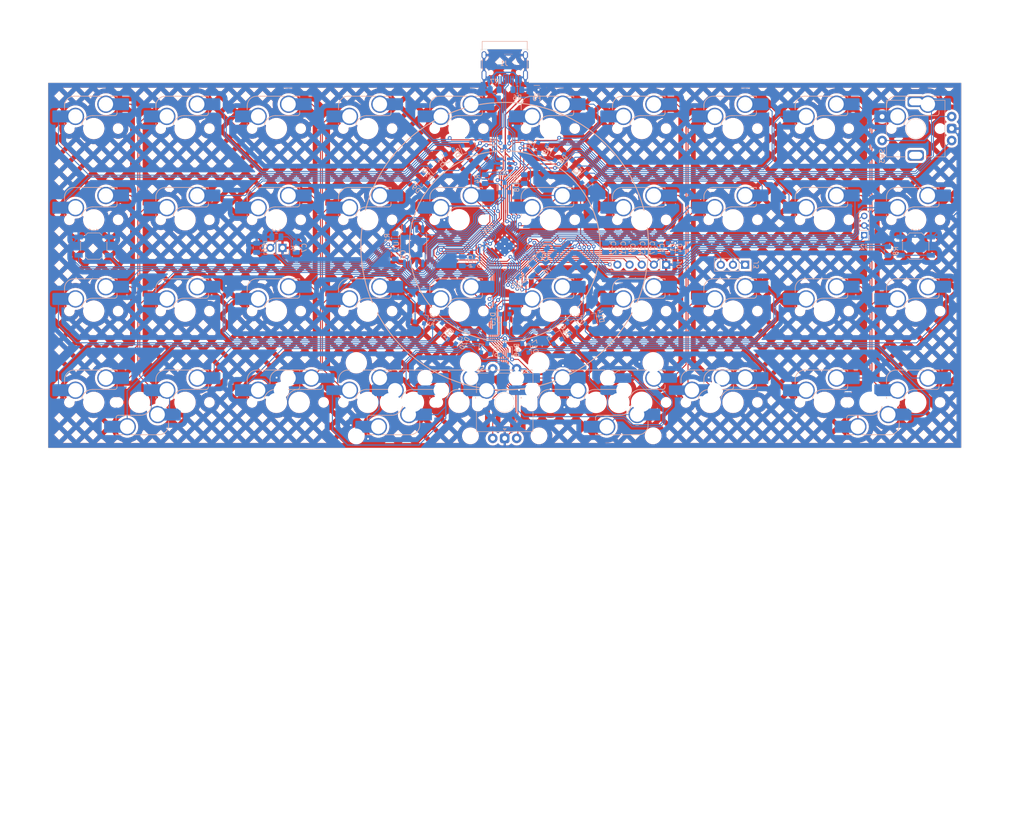
<source format=kicad_pcb>
(kicad_pcb (version 20221018) (generator pcbnew)
  (layers (0 "F.Cu" signal) (31 "B.Cu" signal) (34 "B.Paste" user) (35 "F.Paste" user) (36 "B.SilkS" user "B.Silkscreen") (37 "F.SilkS" user "F.Silkscreen") (38 "B.Mask" user) (39 "F.Mask" user) (44 "Edge.Cuts" user))
  (net 0 "")
  (net 1 "GND")
  (net 2 "Net-(1.5u1-Pad2)")
  (net 3 "Net-(1u2-Pad2)")
  (net 4 "row0")
  (net 5 "Net-(1u8-Pad2)")
  (net 6 "Net-(2u2-Pad2)")
  (net 7 "+5V")
  (net 8 "/rp2040/XIN")
  (net 9 "Net-(C3-Pad1)")
  (net 10 "+3V3")
  (net 11 "row1")
  (net 12 "+1V1")
  (net 13 "Net-(D1-A-Pad1)")
  (net 14 "Net-(D1-A-Pad2)")
  (net 15 "Net-(D2-A-Pad1)")
  (net 16 "Net-(D2-A-Pad2)")
  (net 17 "Net-(D3-A-Pad1)")
  (net 18 "Net-(D3-A-Pad2)")
  (net 19 "Net-(D4-A-Pad1)")
  (net 20 "Net-(D4-A-Pad2)")
  (net 21 "Net-(D5-A-Pad1)")
  (net 22 "row2")
  (net 23 "Net-(D6-A-Pad1)")
  (net 24 "Net-(D6-A-Pad2)")
  (net 25 "Net-(D7-A-Pad1)")
  (net 26 "Net-(D7-A-Pad2)")
  (net 27 "Net-(D8-A-Pad1)")
  (net 28 "Net-(D8-A-Pad2)")
  (net 29 "Net-(D9-A-Pad1)")
  (net 30 "Net-(D9-A-Pad2)")
  (net 31 "Net-(D10-A-Pad1)")
  (net 32 "row3")
  (net 33 "Net-(D10-A-Pad2)")
  (net 34 "Net-(D11-A-Pad1)")
  (net 35 "Net-(D11-A-Pad2)")
  (net 36 "Net-(D12-A-Pad1)")
  (net 37 "Net-(D12-A-Pad2)")
  (net 38 "Net-(D13-A-Pad1)")
  (net 39 "Net-(D13-A-Pad2)")
  (net 40 "Net-(D14-A-Pad1)")
  (net 41 "Net-(D14-A-Pad2)")
  (net 42 "Net-(J1-CC1)")
  (net 43 "Net-(D15-A-Pad1)")
  (net 44 "Net-(D15-A-Pad2)")
  (net 45 "VBUS")
  (net 46 "Net-(J1-CC2)")
  (net 47 "/rp2040/RUN")
  (net 48 "col0")
  (net 49 "col1")
  (net 50 "col2")
  (net 51 "col3")
  (net 52 "col5")
  (net 53 "col6")
  (net 54 "col7")
  (net 55 "col8")
  (net 56 "/rp2040/SWD")
  (net 57 "/rp2040/SWCLK")
  (net 58 "/rp2040/USB_D+")
  (net 59 "/rp2040/USB_D-")
  (net 62 "LED_GLOW")
  (net 63 "/rp2040/QSPI_SS")
  (net 64 "/rp2040/~{USB_BOOT}")
  (net 65 "Net-(U3-USB_DP)")
  (net 66 "Net-(U3-USB_DM)")
  (net 67 "/rp2040/XOUT")
  (net 68 "ENC_Bottom_LEFT")
  (net 69 "ENC_Bottom_RIGHT")
  (net 70 "ENC_Top_LEFT")
  (net 71 "ENC_Top_RIGHT")
  (net 72 "/rp2040/QSPI_SD1")
  (net 73 "/rp2040/QSPI_SD2")
  (net 74 "/rp2040/QSPI_SD0")
  (net 75 "/rp2040/QSPI_SCLK")
  (net 76 "/rp2040/QSPI_SD3")
  (net 77 "unconnected-(U3-GPIO20-Pad31)")
  (net 78 "/rp2040/GPIO26_ADC0")
  (net 79 "/rp2040/GPIO27_ADC1")
  (net 80 "/rp2040/GPIO28_ADC2")
  (net 81 "/rp2040/GPIO29_ADC3")
  (net 82 "Net-(1u4-Pad2)")
  (net 83 "ENC_Top_COL")
  (net 84 "ENC_Bottom_COL")
  (net 85 "ENC_Bottom_ROW")
  (net 86 "ENC_Top_ROW")
  (net 87 "Net-(1.5u2-Pad1)")
  (net 88 "Net-(1u7-Pad1)")
  (net 89 "Net-(1u3-Pad1)")
  (net 90 "Net-(1u1-Pad1)")
  (net 96 "EXTRA1")
  (net 97 "EXTRA2")
  (net 98 "EXTRA3")
  (footprint "marbastlib-mx:STAB_MX_2u" (layer "F.Cu") (at 127.665 92.48 180)
    (fp_text reference "REF**" hide)
    (fp_text value "STAB_MX_2u")
  )
  (footprint "marbastlib-mx:STAB_MX_2u" (layer "F.Cu") (at 165.765 92.48 180)
    (fp_text reference "REF**" hide)
    (fp_text value "STAB_MX_2u")
  )
  (footprint "Connector_USB:USB_C_Receptacle_HRO_TYPE-C-31-M-12" (layer "B.Cu") (at 146.715 21.0425)
    (fp_text reference "J1")
    (fp_text value "USB_C_Receptacle_USB2.0")
  )
  (footprint "marbastlib-mx:SW_MX_HS_1u_NOREF" (layer "B.Cu") (at 60.99 73.43 180)
    (fp_text reference "K20")
    (fp_text value "1u" hide)
  )
  (footprint "Capacitor_SMD:C_0805_2012Metric" (layer "B.Cu") (at 123.85 61.61 90)
    (fp_text reference "C5")
    (fp_text value "100n")
  )
  (footprint "Package_TO_SOT_SMD:SOT-23" (layer "B.Cu") (at 132.56 43.31 -50)
    (fp_text reference "D10")
    (fp_text value "BAV70")
  )
  (footprint "Package_TO_SOT_SMD:SOT-23" (layer "B.Cu") (at 142.89 81.25 80)
    (fp_text reference "D19")
    (fp_text value "BAV70")
  )
  (footprint "marbastlib-mx:SW_MX_HS_1u_NOREF" (layer "B.Cu") (at 213.39 54.38 180)
    (fp_text reference "K18")
    (fp_text value "1u" hide)
  )
  (footprint "Resistor_SMD:R_0805_2012Metric" (layer "B.Cu") (at 144.62 27.23 180)
    (fp_text reference "R7")
    (fp_text value "5.1k")
  )
  (footprint "Package_TO_SOT_SMD:SOT-23" (layer "B.Cu") (at 139.16 39.49 -70)
    (fp_text reference "D2")
    (fp_text value "BAV70")
  )
  (footprint "marbastlib-mx:SW_MX_HS_1u_NOREF" (layer "B.Cu") (at 118.14 73.43 180)
    (fp_text reference "K23")
    (fp_text value "1u" hide)
  )
  (footprint "marbastlib-mx:SW_MX_HS_1u_NOREF" (layer "B.Cu") (at 232.44 35.33 180)
    (fp_text reference "K9")
    (fp_text value "1u" hide)
  )
  (footprint "Crystal:Crystal_SMD_3225-4Pin_3.2x2.5mm" (layer "B.Cu") (at 153.93 63.32 45)
    (fp_text reference "Y0")
    (fp_text value "12MHZ Crystal ")
  )
  (footprint "marbastlib-mx:SW_MX_HS_1u_NOREF" (layer "B.Cu") (at 99.09 73.43 180)
    (fp_text reference "K22")
    (fp_text value "1u" hide)
  )
  (footprint "marbastlib-mx:SW_MX_HS_1u_NOREF" (layer "B.Cu") (at 170.5275 92.48)
    (fp_text reference "1.5u2")
    (fp_text value "1.5u" hide)
  )
  (footprint "Package_TO_SOT_SMD:SOT-23" (layer "B.Cu") (at 146.715 38.14 -90)
    (fp_text reference "D3")
    (fp_text value "BAV70")
  )
  (footprint "marbastlib-mx:SW_MX_HS_1u_NOREF" (layer "B.Cu") (at 232.44 92.48 180)
    (fp_text reference "1u8")
    (fp_text value "1u" hide)
  )
  (footprint "marbastlib-mx:SW_MX_HS_1u_NOREF" (layer "B.Cu") (at 70.515 92.48)
    (fp_text reference "1u_space1")
    (fp_text value "1u" hide)
  )
  (footprint "marbastlib-mx:SW_MX_HS_1u_NOREF" (layer "B.Cu") (at 156.24 92.48 180)
    (fp_text reference "2u2")
    (fp_text value "2u" hide)
  )
  (footprint "marbastlib-mx:SW_MX_HS_1u_NOREF" (layer "B.Cu") (at 232.44 54.38 180)
    (fp_text reference "K19")
    (fp_text value "1u" hide)
  )
  (footprint "Package_TO_SOT_SMD:SOT-23" (layer "B.Cu") (at 146.715 47.63 90)
    (fp_text reference "D8")
    (fp_text value "BAV70")
  )
  (footprint "Resistor_SMD:R_0805_2012Metric" (layer "B.Cu") (at 149.34 27.23)
    (fp_text reference "R6")
    (fp_text value "5.1k")
  )
  (footprint "Capacitor_SMD:C_0805_2012Metric" (layer "B.Cu") (at 151.701751 65.541751 -45)
    (fp_text reference "C3")
    (fp_text value "22pf")
  )
  (footprint "Resistor_SMD:R_0805_2012Metric" (layer "B.Cu") (at 150.29 66.95 -45)
    (fp_text reference "R5")
    (fp_text value "1k")
  )
  (footprint "marbastlib-mx:SW_MX_HS_1u_NOREF" (layer "B.Cu") (at 156.24 35.33 180)
    (fp_text reference "K5")
    (fp_text value "1u" hide)
  )
  (footprint "Capacitor_SMD:C_0805_2012Metric" (layer "B.Cu") (at 156.188249 61.078249 -45)
    (fp_text reference "C2")
    (fp_text value "22pf")
  )
  (footprint "Capacitor_SMD:C_0805_2012Metric" (layer "B.Cu") (at 169.79 60.23 90)
    (fp_text reference "C11")
    (fp_text value "100n")
  )
  (footprint "Connector_PinSocket_2.00mm:PinSocket_1x03_P2.00mm_Vertical" (layer "B.Cu") (at 221.71 57.57)
    (fp_text reference "J2")
    (fp_text value "Conn_01x03_Male")
  )
  (footprint "Fuse:Fuse_1206_3216Metric" (layer "B.Cu") (at 153.4 27.23)
    (fp_text reference "F0")
    (fp_text value "polyfuse")
  )
  (footprint "Package_TO_SOT_SMD:SOT-23" (layer "B.Cu") (at 157.25 78.88 120)
    (fp_text reference "D16")
    (fp_text value "BAV70")
  )
  (footprint "marbastlib-mx:SW_MX_HS_1u_NOREF" (layer "B.Cu") (at 165.765 92.48 180)
    (fp_text reference "2u4")
    (fp_text value "2u" hide)
  )
  (footprint "Package_TO_SOT_SMD:SOT-23" (layer "B.Cu") (at 164.29 74.86 100)
    (fp_text reference "D14")
    (fp_text value "BAV70")
  )
  (footprint "Package_TO_SOT_SMD:SOT-23" (layer "B.Cu") (at 129.84 46.02 -40)
    (fp_text reference "D9")
    (fp_text value "BAV70")
  )
  (footprint "marbastlib-mx:SW_MX_HS_1u_NOREF" (layer "B.Cu") (at 118.14 35.33 180)
    (fp_text reference "K3")
    (fp_text value "1u" hide)
  )
  (footprint "Capacitor_SMD:C_0805_2012Metric" (layer "B.Cu") (at 103.22 60.23 90)
    (fp_text reference "C7")
    (fp_text value "100n")
  )
  (footprint "marbastlib-mx:SW_MX_HS_1u_NOREF" (layer "B.Cu") (at 194.34 92.48 180)
    (fp_text reference "1u6")
    (fp_text value "1u" hide)
  )
  (footprint "marbastlib-mx:SW_MX_HS_1u_NOREF" (layer "B.Cu") (at 232.44 73.43 180)
    (fp_text reference "K29")
    (fp_text value "1u" hide)
  )
  (footprint "marbastlib-mx:SW_MX_HS_1u_NOREF" (layer "B.Cu") (at 222.915 92.48)
    (fp_text reference "1u_space2")
    (fp_text value "1u" hide)
  )
  (footprint "marbastlib-mx:SW_MX_HS_1u_NOREF" (layer "B.Cu") (at 99.09 54.38 180)
    (fp_text reference "K12")
    (fp_text value "1u" hide)
  )
  (footprint "marbastlib-mx:SW_MX_HS_1u_NOREF" (layer "B.Cu") (at 80.04 73.43 180)
    (fp_text reference "K21")
    (fp_text value "1u" hide)
  )
  (footprint "marbastlib-mx:SW_MX_HS_1u_NOREF" (layer "B.Cu") (at 146.715 92.48 180)
    (fp_text reference "SPACE1")
    (fp_text value "7u" hide)
  )
  (footprint "Package_TO_SOT_SMD:SOT-23" (layer "B.Cu") (at 135.69 41.103975 -60)
    (fp_text reference "D1")
    (fp_text value "BAV70")
  )
  (footprint "Resistor_SMD:R_0805_2012Metric" (layer "B.Cu") (at 142.63 45.88 -90)
    (fp_text reference "R4")
    (fp_text value "27")
  )
  (footprint "Package_TO_SOT_SMD:SOT-23" (layer "B.Cu") (at 146.71 81.59 90)
    (fp_text reference "D18")
    (fp_text value "BAV70")
  )
  (footprint "Package_TO_SOT_SMD:SOT-23-6" (layer "B.Cu") (at 146.71 42.62)
    (fp_text reference "U44")
    (fp_text value "SRV05-4")
  )
  (footprint "Capacitor_SMD:C_0805_2012Metric" (layer "B.Cu") (at 177.88 60.23 90)
    (fp_text reference "C4")
    (fp_text value "10u")
  )
  (footprint "Package_TO_SOT_SMD:SOT-23" (layer "B.Cu") (at 146.77 75.07 -90)
    (fp_text reference "D13")
    (fp_text value "BAV70")
  )
  (footprint "Capacitor_SMD:C_0805_2012Metric" (layer "B.Cu") (at 167.75 60.23 90)
    (fp_text reference "C12")
    (fp_text value "100n")
  )
  (footprint "marbastlib-mx:SW_MX_HS_1u_NOREF" (layer "B.Cu") (at 99.09 35.33 180)
    (fp_text reference "K2")
    (fp_text value "1u" hide)
  )
  (footprint "Capacitor_SMD:C_0805_2012Metric" (layer "B.Cu") (at 175.86 60.23 90)
    (fp_text reference "C17")
    (fp_text value "10u")
  )
  (footprint "Package_TO_SOT_SMD:SOT-23" (layer "B.Cu") (at 163.58 46.02 -140)
    (fp_text reference "D7")
    (fp_text value "BAV70")
  )
  (footprint "marbastlib-mx:SW_MX_HS_1u_NOREF" (layer "B.Cu") (at 194.34 54.38 180)
    (fp_text reference "K17")
    (fp_text value "1u" hide)
  )
  (footprint "marbastlib-mx:SW_MX_HS_1u_NOREF" (layer "B.Cu") (at 213.39 73.43 180)
    (fp_text reference "K28")
    (fp_text value "1u" hide)
  )
  (footprint "marbastlib-mx:SW_MX_HS_1u_NOREF" (layer "B.Cu") (at 60.99 92.48 180)
    (fp_text reference "1u1")
    (fp_text value "1u" hide)
  )
  (footprint "marbastlib-mx:SW_MX_HS_1u_NOREF" (layer "B.Cu") (at 137.19 73.43 180)
    (fp_text reference "K24")
    (fp_text value "1u" hide)
  )
  (footprint "marbastlib-mx:SW_MX_HS_1u_NOREF" (layer "B.Cu") (at 156.24 73.43 180)
    (fp_text reference "K25")
    (fp_text value "1u" hide)
  )
  (footprint "Connector_PinSocket_2.54mm:PinSocket_1x05_P2.54mm_Vertical" (layer "B.Cu") (at 180.38 63.73 90)
    (fp_text reference "J0")
    (fp_text value "BREAKOUT")
  )
  (footprint "Resistor_SMD:R_0805_2012Metric" (layer "B.Cu") (at 150.78 45.88 -90)
    (fp_text reference "R3")
    (fp_text value "27")
  )
  (footprint "marbastlib-mx:SW_MX_HS_1u_NOREF" (layer "B.Cu") (at 213.39 92.48 180)
    (fp_text reference "1u7")
    (fp_text value "1u" hide)
  )
  (footprint "Package_TO_SOT_SMD:SOT-23" (layer "B.Cu") (at 160.87 43.31 -130)
    (fp_text reference "D6")
    (fp_text value "BAV70")
  )
  (footprint "marbastlib-mx:SW_MX_HS_1u_NOREF" (layer "B.Cu") (at 118.14 54.38 180)
    (fp_text reference "K13")
    (fp_text value "1u" hide)
  )
  (footprint "marbastlib-mx:SW_MX_HS_1u_NOREF" (layer "B.Cu") (at 60.99 35.33 180)
    (fp_text reference "K0")
    (fp_text value "1u" hide)
  )
  (footprint "marbastlib-mx:SW_MX_HS_1u_NOREF" (layer "B.Cu") (at 99.09 92.48 180)
    (fp_text reference "1u3")
    (fp_text value "1u" hide)
  )
  (footprint "marbastlib-mx:SW_MX_HS_1u_NOREF" (layer "B.Cu") (at 175.29 73.43 180)
    (fp_text reference "K26")
    (fp_text value "1u" hide)
  )
  (footprint "Package_TO_SOT_SMD:SOT-23" (layer "B.Cu") (at 154.24 39.49 -110)
    (fp_text reference "D4")
    (fp_text value "BAV70")
  )
  (footprint "marbastlib-mx:SW_MX_HS_1u_NOREF" (layer "B.Cu") (at 213.39 35.33 180)
    (fp_text reference "K8")
    (fp_text value "1u" hide)
  )
  (footprint "Package_TO_SOT_SMD:SOT-23" (layer "B.Cu") (at 160.39 76.69 130)
    (fp_text reference "D15")
    (fp_text value "BAV70")
  )
  (footprint "marbastlib-mx:SW_MX_HS_1u_NOREF" (layer "B.Cu") (at 103.8525 92.48 180)
    (fp_text reference "1u4_offset1")
    (fp_text value "1u" hide)
  )
  (footprint "Package_TO_SOT_SMD:SOT-23" (layer "B.Cu") (at 136.17 78.88 60)
    (fp_text reference "D20")
    (fp_text value "BAV70")
  )
  (footprint "marbastlib-mx:SW_MX_HS_1u_NOREF" (layer "B.Cu") (at 137.19 54.38 180)
    (fp_text reference "K14")
    (fp_text value "1u" hide)
  )
  (footprint "marbastlib-mx:SW_MX_HS_1u_NOREF" (layer "B.Cu") (at 189.5775 92.48 180)
    (fp_text reference "1u4")
    (fp_text value "1u" hide)
  )
  (footprint "Keebio-Parts:SW_SPST_TL3342" (layer "B.Cu") (at 232.44 59.87 180)
    (fp_text reference "SW2")
    (fp_text value "RESET")
  )
  (footprint "Package_TO_SOT_SMD:SOT-23" (layer "B.Cu") (at 180.71 60.23 90)
    (fp_text reference "U4")
    (fp_text value "XC6206P Smaller footprint, less mA ~.5")
  )
  (footprint "marbastlib-mx:SW_MX_HS_1u_NOREF" (layer "B.Cu") (at 80.04 92.48 180)
    (fp_text reference "1u2")
    (fp_text value "1u" hide)
  )
  (footprint "marbastlib-various:ROT_Alps_EC11E-Switch" (layer "B.Cu") (at 232.44 35.33 -90)
    (fp_text reference "SW3")
    (fp_text value "RotaryEncoder_Switch")
  )
  (footprint "Connector_PinHeader_2.54mm:PinHeader_1x03_P2.54mm_Vertical" (layer "B.Cu") (at 196.865 63.755 90)
    (fp_text reference "J3")
    (fp_text value "3x Breakout | additional pins")
  )
  (footprint "Capacitor_SMD:C_0805_2012Metric" (layer "B.Cu") (at 99.09 57.94 180)
    (fp_text reference "C8")
    (fp_text value "1u")
  )
  (footprint "marbastlib-mx:SW_MX_HS_1u_NOREF" (layer "B.Cu") (at 156.24 54.38 180)
    (fp_text reference "K15")
    (fp_text value "1u" hide)
  )
  (footprint "Keebio-Parts:SW_SPST_TL3342" (layer "B.Cu") (at 60.99 59.87 180)
    (fp_text reference "SW0")
    (fp_text value "RESET ")
  )
  (footprint "marbastlib-mx:SW_MX_HS_1u_NOREF" (layer "B.Cu") (at 194.34 35.33 180)
    (fp_text reference "K7")
    (fp_text value "1u" hide)
  )
  (footprint "marbastlib-mx:SW_MX_HS_1u_NOREF" (layer "B.Cu") (at 175.29 35.33 180)
    (fp_text reference "K6")
    (fp_text value "1u" hide)
  )
  (footprint "marbastlib-various:ROT_Alps_EC11E-Switch" (layer "B.Cu") (at 146.715 92.48 180)
    (fp_text reference "SW1")
    (fp_text value "RotaryEncoder_Switch")
  )
  (footprint "marbastlib-mx:SW_MX_HS_1u_NOREF" (layer "B.Cu") (at 122.9025 92.48)
    (fp_text reference "1.5u1")
    (fp_text value "1.5u" hide)
  )
  (footprint "marbastlib-mx:SW_MX_HS_1u_NOREF" (layer "B.Cu") (at 137.19 35.33 180)
    (fp_text reference "K4")
    (fp_text value "1u" hide)
  )
  (footprint "marbastlib-mx:SW_MX_HS_1u_NOREF" (layer "B.Cu") (at 175.29 54.38 180)
    (fp_text reference "K16")
    (fp_text value "1u" hide)
  )
  (footprint "Resistor_SMD:R_0805_2012Metric" (layer "B.Cu") (at 123.85 58.1575 -90)
    (fp_text reference "R1")
    (fp_text value "1k")
  )
  (footprint "marbastlib-mx:SW_MX_HS_1u_NOREF" (layer "B.Cu") (at 194.34 73.43 180)
    (fp_text reference "K27")
    (fp_text value "1u" hide)
  )
  (footprint "marbastlib-mx:SW_MX_HS_1u_NOREF" (layer "B.Cu") (at 137.19 92.48 180)
    (fp_text reference "2u3")
    (fp_text value "2u" hide)
  )
  (footprint "Capacitor_SMD:C_0805_2012Metric" (layer "B.Cu") (at 183.57 60.23 -90)
    (fp_text reference "C1")
    (fp_text value "10u")
  )
  (footprint "Package_TO_SOT_SMD:SOT-23" (layer "B.Cu") (at 157.72 41.103975 -120)
    (fp_text reference "D5")
    (fp_text value "BAV70")
  )
  (footprint "Capacitor_SMD:C_0805_2012Metric" (layer "B.Cu") (at 171.81 60.23 90)
    (fp_text reference "C9")
    (fp_text value "100n")
  )
  (footprint "RP2040:RP2040-QFN-56" (layer "B.Cu") (at 146.715 59.87 -135)
    (fp_text reference "U3")
    (fp_text value "RP2040")
  )
  (footprint "Capacitor_SMD:C_0805_2012Metric" (layer "B.Cu") (at 139.89 63.03 90)
    (fp_text reference "C10")
    (fp_text value "1u")
  )
  (footprint "Resistor_SMD:R_0805_2012Metric" (layer "B.Cu") (at 226.63 60.89 90)
    (fp_text reference "R8")
    (fp_text value "10k")
  )
  (footprint "Package_TO_SOT_SMD:SOT-23" (layer "B.Cu") (at 129.128081 74.840226 80)
    (fp_text reference "D12")
    (fp_text value "BAV70")
  )
  (footprint "marbastlib-mx:SW_MX_HS_1u_NOREF" (layer "B.Cu") (at 127.665 92.48 180)
    (fp_text reference "2u_1.25option1")
    (fp_text value "2u" hide)
  )
  (footprint "Connector_PinHeader_2.54mm:PinHeader_1x02_P2.54mm_Vertical" (layer "B.Cu") (at 100.365 60.23 90)
    (fp_text reference "J4")
    (fp_text value "Breakout 1.1v")
  )
  (footprint "marbastlib-mx:SW_MX_HS_1u_NOREF" (layer "B.Cu") (at 80.04 54.38 180)
    (fp_text reference "K11")
    (fp_text value "1u" hide)
  )
  (footprint "marbastlib-mx:SW_MX_HS_1u_NOREF" (layer "B.Cu") (at 175.29 92.48 180)
    (fp_text reference "1.5u3")
    (fp_text value "1.5u" hide)
  )
  (footprint "Package_TO_SOT_SMD:SOT-23" (layer "B.Cu") (at 150.54 81.25 100)
    (fp_text reference "D17")
    (fp_text value "BAV70")
  )
  (footprint "Capacitor_SMD:C_0805_2012Metric" (layer "B.Cu") (at 94.97 60.23 90)
    (fp_text reference "C6")
    (fp_text value "100n")
  )
  (footprint "Package_SO:SOIC-8_5.23x5.23mm_P1.27mm" (layer "B.Cu") (at 127.71 59.87 -90)
    (fp_text reference "U2")
    (fp_text value "W25Q128JVS")
  )
  (footprint "marbastlib-mx:SW_MX_HS_1u_NOREF" (layer "B.Cu") (at 80.04 35.33 180)
    (fp_text reference "K1")
    (fp_text value "1u" hide)
  )
  (footprint "Capacitor_SMD:C_0805_2012Metric" (layer "B.Cu") (at 137.88 63.03 90)
    (fp_text reference "C14")
    (fp_text value "100n")
  )
  (footprint "Package_TO_SOT_SMD:SOT-23" (layer "B.Cu") (at 133.05 76.67 50)
    (fp_text reference "D11")
    (fp_text value "BAV70")
  )
  (footprint "marbastlib-mx:SW_MX_HS_1u_NOREF" (layer "B.Cu") (at 118.14 92.48 180)
    (fp_text reference "2u1")
    (fp_text value "2u" hide)
  )
  (footprint "Capacitor_SMD:C_0805_2012Metric" (layer "B.Cu") (at 173.84 60.23 90)
    (fp_text reference "C13")
    (fp_text value "100n")
  )
  (footprint "marbastlib-mx:SW_MX_HS_1u_NOREF" (layer "B.Cu") (at 60.99 54.38 180)
    (fp_text reference "K10")
    (fp_text value "1u" hide)
  )
  (gr_circle (center 146.715 59.87) (end 176.715 59.87) (stroke (width 0.2)) (fill none) (layer "B.SilkS"))
  (gr_circle (center 146.715 59.87) (end 166.615 59.87) (stroke (width 0.2)) (fill none) (layer "B.SilkS"))
  (gr_line (start 141.7 18.79) (end 151.73 18.79) (stroke (width 0.05)) (layer "Edge.Cuts"))
  (gr_line (start 51.47 25.79) (end 141.7 25.79) (stroke (width 0.05)) (layer "Edge.Cuts"))
  (gr_line (start 141.7 25.79) (end 141.7 18.79) (stroke (width 0.05)) (layer "Edge.Cuts"))
  (gr_line (start 241.96 25.79) (end 241.96 101.98) (stroke (width 0.05)) (layer "Edge.Cuts"))
  (gr_line (start 51.47 101.98) (end 51.47 25.79) (stroke (width 0.05)) (layer "Edge.Cuts"))
  (gr_line (start 151.73 25.79) (end 151.73 18.79) (stroke (width 0.05)) (layer "Edge.Cuts"))
  (gr_line (start 241.96 25.79) (end 151.73 25.79) (stroke (width 0.05)) (layer "Edge.Cuts"))
  (gr_line (start 241.96 101.98) (end 51.47 101.98) (stroke (width 0.05)) (layer "Edge.Cuts"))
  (segment (start 146.715 58.066878) (end 148.518122 59.87) (width 0.25) (layer "F.Cu") (net 1))
  (segment (start 160.285 59.875) (end 160.62 59.54) (width 0.25) (layer "F.Cu") (net 1))
  (segment (start 146.485 45.304244) (end 147.234622 44.554622) (width 0.25) (layer "F.Cu") (net 1))
  (segment (start 144.295 70.079315) (end 144.295 71.39) (width 0.2) (layer "F.Cu") (net 1))
  (segment (start 146.715 58.066878) (end 146.485 57.836878) (width 0.25) (layer "F.Cu") (net 1))
  (segment (start 152.162157 62.212157) (end 153.124315 61.25) (width 0.2) (layer "F.Cu") (net 1))
  (segment (start 144.911878 59.87) (end 146.715 61.673122) (width 0.25) (layer "F.Cu") (net 1))
  (segment (start 146.715 58.066878) (end 144.911878 59.87) (width 0.25) (layer "F.Cu") (net 1))
  (segment (start 144.295 76.8) (end 144.295 73.64) (width 0.2) (layer "F.Cu") (net 1))
  (segment (start 148.236814 90.153185) (end 146.605 88.52137) (width 0.2) (layer "F.Cu") (net 1))
  (segment (start 180.37 63.37) (end 179.15 62.15) (width 0.2) (layer "F.Cu") (net 1))
  (segment (start 149.0589 90.975272) (end 148.236814 90.153185) (width 0.2) (layer "F.Cu") (net 1))
  (segment (start 146.485 54.33693) (end 146.485 47.97) (width 0.25) (layer "F.Cu") (net 1))
  (segment (start 146.605 88.52137) (end 146.605 86.26) (width 0.2) (layer "F.Cu") (net 1))
  (segment (start 152.705 59.87) (end 152.71 59.875) (width 0.25) (layer "F.Cu") (net 1))
  (segment (start 146.485 46.63) (end 146.485 45.304244) (width 0.25) (layer "F.Cu") (net 1))
  (segment (start 146.485 47.97) (end 146.485 46.63) (width 0.25) (layer "F.Cu") (net 1))
  (segment (start 148.518122 59.87) (end 144.911878 59.87) (width 0.25) (layer "F.Cu") (net 1))
  (segment (start 144.295 73.64) (end 144.295 71.39) (width 0.2) (layer "F.Cu") (net 1))
  (segment (start 178.25 61.25) (end 179.15 62.15) (width 0.2) (layer "F.Cu") (net 1))
  (segment (start 144.295 65.406041) (end 143.03 64.141041) (width 0.2) (layer "F.Cu") (net 1))
  (segment (start 153.124315 61.25) (end 177.69 61.25) (width 0.2) (layer "F.Cu") (net 1))
  (segment (start 177.69 61.25) (end 181.348025 61.25) (width 0.2) (layer "F.Cu") (net 1))
  (segment (start 144.295 70.61) (end 144.295 65.406041) (width 0.2) (layer "F.Cu") (net 1))
  (segment (start 143.03 64.141041) (end 140.958959 62.07) (width 0.2) (layer "F.Cu") (net 1))
  (segment (start 177.69 61.25) (end 178.25 61.25) (width 0.2) (layer "F.Cu") (net 1))
  (segment (start 146.715 61.673122) (end 148.518122 59.87) (width 0.25) (layer "F.Cu") (net 1))
  (segment (start 140.958959 62.07) (end 138.99 62.07) (width 0.2) (layer "F.Cu") (net 1))
  (segment (start 146.485 57.836878) (end 146.485 54.33693) (width 0.25) (layer "F.Cu") (net 1))
  (segment (start 181.348025 61.25) (end 182.406569 60.191456) (width 0.2) (layer "F.Cu") (net 1))
  (segment (start 160.62 59.54) (end 160.62 59.0234) (width 0.25) (layer "F.Cu") (net 1))
  (segment (start 146.605 81.646372) (end 146.064314 81.105686) (width 0.2) (layer "F.Cu") (net 1))
  (segment (start 149.0589 92.15) (end 149.0589 90.975272) (width 0.2) (layer "F.Cu") (net 1))
  (segment (start 146.605 86.26) (end 146.605 81.646372) (width 0.2) (layer "F.Cu") (net 1))
  (segment (start 149.0589 92.15) (end 149.0589 97.6361) (width 0.2) (layer "F.Cu") (net 1))
  (segment (start 149.0589 97.6361) (end 146.715 99.98) (width 0.2) (layer "F.Cu") (net 1))
  (segment (start 144.295 79.336371) (end 144.295 76.8) (width 0.2) (layer "F.Cu") (net 1))
  (segment (start 144.327158 79.368529) (end 144.295 79.336371) (width 0.2) (layer "F.Cu") (net 1))
  (segment (start 152.71 59.875) (end 160.285 59.875) (width 0.25) (layer "F.Cu") (net 1))
  (segment (start 144.295 71.39) (end 144.295 70.61) (width 0.2) (layer "F.Cu") (net 1))
  (segment (start 152.162157 62.212157) (end 144.295 70.079315) (width 0.2) (layer "F.Cu") (net 1))
  (segment (start 146.064314 81.105686) (end 144.327158 79.368529) (width 0.2) (layer "F.Cu") (net 1))
  (segment (start 148.518122 59.87) (end 152.705 59.87) (width 0.25) (layer "F.Cu") (net 1))
  (via (at 160.62 59.0234) (size 0.8) (drill 0.4) (layers "F.Cu" "B.Cu") (net 1))
  (via (at 174.8 84.01) (size 0.8) (drill 0.4) (layers "F.Cu" "B.Cu") (net 1))
  (via (at 147.78 72.87) (size 0.8) (drill 0.4) (layers "F.Cu" "B.Cu") (net 1))
  (via (at 182.406569 60.191456) (size 0.8) (drill 0.4) (layers "F.Cu" "B.Cu") (net 1))
  (via (at 114.61 97.25) (size 0.8) (drill 0.4) (layers "F.Cu" "B.Cu") (net 1))
  (via (at 118.21 100.08) (size 0.8) (drill 0.4) (layers "F.Cu" "B.Cu") (net 1))
  (via (at 159.15 93.48) (size 0.8) (drill 0.4) (layers "F.Cu" "B.Cu") (net 1))
  (via (at 156.3 89.72) (size 0.8) (drill 0.4) (layers "F.Cu" "B.Cu") (net 1))
  (via (at 189.27 87.3) (size 0.8) (drill 0.4) (layers "F.Cu" "B.Cu") (net 1))
  (via (at 158.86 84.77) (size 0.8) (drill 0.4) (layers "F.Cu" "B.Cu") (net 1))
  (via (at 138.99 62.07) (size 0.8) (drill 0.4) (layers "F.Cu" "B.Cu") (net 1))
  (via (at 137.24 89.68) (size 0.8) (drill 0.4) (layers "F.Cu" "B.Cu") (net 1))
  (via (at 148.42 34.7) (size 0.8) (drill 0.4) (layers "F.Cu" "B.Cu") (net 1))
  (via (at 141.15 79.47) (size 0.8) (drill 0.4) (layers "F.Cu" "B.Cu") (net 1))
  (via (at 126.18 68.47) (size 0.8) (drill 0.4) (layers "F.Cu" "B.Cu") (net 1))
  (via (at 142.27 84.89) (size 0.8) (drill 0.4) (layers "F.Cu" "B.Cu") (net 1))
  (via (at 152.42 79.5) (size 0.8) (drill 0.4) (layers "F.Cu" "B.Cu") (net 1))
  (via (at 164.34 49.41) (size 0.8) (drill 0.4) (layers "F.Cu" "B.Cu") (net 1))
  (via (at 99.13 87.31) (size 0.8) (drill 0.4) (layers "F.Cu" "B.Cu") (net 1))
  (via (at 134.12 54.45) (size 0.8) (drill 0.4) (layers "F.Cu" "B.Cu") (net 1))
  (via (at 180.29 51.29) (size 0.8) (drill 0.4) (layers "F.Cu" "B.Cu") (net 1))
  (via (at 147.234622 44.554622) (size 0.8) (drill 0.4) (layers "F.Cu" "B.Cu") (net 1))
  (via (at 88.58 68.16) (size 0.8) (drill 0.4) (layers "F.Cu" "B.Cu") (net 1))
  (via (at 161.07 47.38) (size 0.8) (drill 0.4) (layers "F.Cu" "B.Cu") (net 1))
  (segment (start 127.95 54.73) (end 127.71 54.97) (width 0.2) (layer "B.Cu") (net 1))
  (segment (start 181.155 60.805) (end 181.235 60.805) (width 0.2) (layer "B.Cu") (net 1))
  (segment (start 56.29 62.28) (end 56.29 59.52) (width 0.2) (layer "B.Cu") (net 1))
  (segment (start 146.924243 44.865) (end 147.221143 44.5681) (width 0.25) (layer "B.Cu") (net 1))
  (segment (start 220.75 59.2239) (end 222.1061 59.2239) (width 0.3) (layer "B.Cu") (net 1))
  (segment (start 57.86 57.97) (end 57.84 57.97) (width 0.2) (layer "B.Cu") (net 1))
  (segment (start 220.75 59.2239) (end 225.822572 59.2239) (width 0.3) (layer "B.Cu") (net 1))
  (segment (start 143.68552 41.84552) (end 142.77052 42.76052) (width 0.25) (layer "B.Cu") (net 1))
  (segment (start 151.864837 62.32156) (end 150.580777 62.321561) (width 0.2) (layer "B.Cu") (net 1))
  (segment (start 227.49 57.97) (end 235.59 57.97) (width 0.3) (layer "B.Cu") (net 1))
  (segment (start 138.99 62.07) (end 139.88 62.07) (width 0.2) (layer "B.Cu") (net 1))
  (segment (start 146.085 29.865) (end 142.395 26.175) (width 0.25) (layer "B.Cu") (net 1))
  (segment (start 155.814315 51.4) (end 153.88 49.465685) (width 0.2) (layer "B.Cu") (net 1))
  (segment (start 180.79 60.44) (end 181.155 60.805) (width 0.2) (layer "B.Cu") (net 1))
  (segment (start 146.924244 44.865) (end 146.16 44.865) (width 0.25) (layer "B.Cu") (net 1))
  (segment (start 126.18 68.47) (end 126.25 68.54) (width 0.2) (layer "B.Cu") (net 1))
  (segment (start 142.94104 42.59) (end 142.77052 42.76052) (width 0.25) (layer "B.Cu") (net 1))
  (segment (start 100.8339 56.7239) (end 103.22 59.11) (width 0.2) (layer "B.Cu") (net 1))
  (segment (start 135.82 71.419849) (end 133.75 73.489849) (width 0.2) (layer "B.Cu") (net 1))
  (segment (start 156.475 63.525) (end 158.105 61.895) (width 0.2) (layer "B.Cu") (net 1))
  (segment (start 147.234622 44.554622) (end 146.924244 44.865) (width 0.25) (layer "B.Cu") (net 1))
  (segment (start 135.82 69.52) (end 135.82 71.419849) (width 0.2) (layer "B.Cu") (net 1))
  (segment (start 132.14 63.555842) (end 132.642921 63.052921) (width 0.2) (layer "B.Cu") (net 1))
  (segment (start 130.312742 66.54) (end 127.577232 66.54) (width 0.2) (layer "B.Cu") (net 1))
  (segment (start 177.88 59.28) (end 178.77 60.17) (width 0.3) (layer "B.Cu") (net 1))
  (segment (start 131.541371 65.311371) (end 131.441371 65.411371) (width 0.2) (layer "B.Cu") (net 1))
  (segment (start 152.373502 66.078579) (end 152.373502 66.213502) (width 0.2) (layer "B.Cu") (net 1))
  (segment (start 159.8361 58.7739) (end 158.105 60.505) (width 0.3) (layer "B.Cu") (net 1))
  (segment (start 155.301142 64.698858) (end 155.42 64.58) (width 0.2) (layer "B.Cu") (net 1))
  (segment (start 129.328628 54.73) (end 128.61 54.73) (width 0.2) (layer "B.Cu") (net 1))
  (segment (start 153.753223 64.698858) (end 155.301142 64.698858) (width 0.2) (layer "B.Cu") (net 1))
  (segment (start 174.8 84.01) (end 174.8 88.081255) (width 0.2) (layer "B.Cu") (net 1))
  (segment (start 222.1061 59.2239) (end 222.735 58.595) (width 0.3) (layer "B.Cu") (net 1))
  (segment (start 121.945142 60.66) (end 119.032571 63.572571) (width 0.2) (layer "B.Cu") (net 1))
  (segment (start 151.035 24.1725) (end 150.88 24.1725) (width 0.25) (layer "B.Cu") (net 1))
  (segment (start 175.66 88.941255) (end 177.668745 90.95) (width 0.2) (layer "B.Cu") (net 1))
  (segment (start 127.71 56.05) (end 127.71 57.51) (width 0.2) (layer "B.Cu") (net 1))
  (segment (start 131.441371 65.411371) (end 130.312742 66.54) (width 0.2) (layer "B.Cu") (net 1))
  (segment (start 143.26 83.9) (end 144.11 83.9) (width 0.2) (layer "B.Cu") (net 1))
  (segment (start 151.035 24.1725) (end 151.035 19.9925) (width 0.25) (layer "B.Cu") (net 1))
  (segment (start 142.43 45.86) (end 142.99 45.86) (width 0.25) (layer "B.Cu") (net 1))
  (segment (start 143.51 45.86) (end 144.05 45.32) (width 0.25) (layer "B.Cu") (net 1))
  (segment (start 142.395 24.1725) (end 142.55 24.1725) (width 0.25) (layer "B.Cu") (net 1))
  (segment (start 144.05 45.32) (end 144.505 44.865) (width 0.25) (layer "B.Cu") (net 1))
  (segment (start 126.98 58.24) (end 127.71 57.51) (width 0.2) (layer "B.Cu") (net 1))
  (segment (start 163.501409 50.931409) (end 163.032818 51.4) (width 0.2) (layer "B.Cu") (net 1))
  (segment (start 126.76 60.66) (end 123.85 60.66) (width 0.2) (layer "B.Cu") (net 1))
  (segment (start 163.501409 50.931409) (end 162.732817 51.7) (width 0.2) (layer "B.Cu") (net 1))
  (segment (start 139.1539 61.1239) (end 136.7 61.1239) (width 0.2) (layer "B.Cu") (net 1))
  (segment (start 153.682513 61.516878) (end 152.669518 61.516878) (width 0.2) (layer "B.Cu") (net 1))
  (segment (start 109.47 63.37) (end 117.538085 63.37) (width 0.2) (layer "B.Cu") (net 1))
  (segment (start 124.19 64.57) (end 117.16 64.57) (width 0.2) (layer "B.Cu") (net 1))
  (segment (start 162.732817 51.7) (end 158.77 51.7) (width 0.2) (layer "B.Cu") (net 1))
  (segment (start 235.94 57.97) (end 241.37 52.54) (width 0.3) (layer "B.Cu") (net 1))
  (segment (start 156.373846 59.343846) (end 156.755 59.725) (width 0.2) (layer "B.Cu") (net 1))
  (segment (start 142.395 19.9925) (end 142.395 24.1725) (width 0.25) (layer "B.Cu") (net 1))
  (segment (start 64.14 57.97) (end 57.84 57.97) (width 0.2) (layer "B.Cu") (net 1))
  (segment (start 109.47 63.37) (end 107.31 63.37) (width 0.2) (layer "B.Cu") (net 1))
  (segment (start 144.585 39.59) (end 144.585 40.94604) (width 0.25) (layer "B.Cu") (net 1))
  (segment (start 179.89 60.17) (end 182.56 60.17) (width 0.3) (layer "B.Cu") (net 1))
  (segment (start 155.42 64.58) (end 156.475 63.525) (width 0.2) (layer "B.Cu") (net 1))
  (segment (start 142.43 45.86) (end 143.51 45.86) (width 0.25) (layer "B.Cu") (net 1))
  (segment (start 117.16 64.57) (end 58.58 64.57) (width 0.2) (layer "B.Cu") (net 1))
  (segment (start 131.541371 65.311371) (end 132.14 64.712742) (width 0.2) (layer "B.Cu") (net 1))
  (segment (start 129.615 56.27) (end 129.615 55.016372) (width 0.2) (layer "B.Cu") (net 1))
  (segment (start 145.76 83.9) (end 146.48 84.62) (width 0.2) (layer "B.Cu") (net 1))
  (segment (start 163.032818 51.4) (end 155.814315 51.4) (width 0.2) (layer "B.Cu") (net 1))
  (segment (start 241.37 52.54) (end 241.37 36.76) (width 0.3) (layer "B.Cu") (net 1))
  (segment (start 164.34 49.41) (end 164.34 50.092817) (width 0.2) (layer "B.Cu") (net 1))
  (segment (start 144.585 41.53) (end 144.585 39.59) (width 0.25) (layer "B.Cu") (net 1))
  (segment (start 107.31 63.37) (end 103.22 59.28) (width 0.2) (layer "B.Cu") (net 1))
  (segment (start 153.88 49.465685) (end 153.174315 48.76) (width 0.2) (layer "B.Cu") (net 1))
  (segment (start 122.668085 58.24) (end 126.98 58.24) (width 0.2) (layer "B.Cu") (net 1))
  (segment (start 96.31 57.94) (end 98.14 57.94) (width 0.2) (layer "B.Cu") (net 1))
  (segment (start 142.395 26.175) (end 142.395 24.1725) (width 0.25) (layer "B.Cu") (net 1))
  (segment (start 58.58 64.57) (end 56.29 62.28) (width 0.2) (layer "B.Cu") (net 1))
  (segment (start 127.577232 66.54) (end 125.607233 64.57) (width 0.2) (layer "B.Cu") (net 1))
  (segment (start 146.715 59.87) (end 146.715 58.066878) (width 0.25) (layer "B.Cu") (net 1))
  (segment (start 128.61 54.73) (end 127.95 54.73) (width 0.2) (layer "B.Cu") (net 1))
  (segment (start 149.965 26.9425) (end 150.2525 27.23) (width 0.25) (layer "B.Cu") (net 1))
  (segment (start 127.71 54.97) (end 127.71 56.05) (width 0.2) (layer "B.Cu") (net 1))
  (segment (start 146.16 44.865) (end 146.924243 44.865) (width 0.25) (layer "B.Cu") (net 1))
  (segment (start 136.9239 61.1239) (end 136.7 61.1239) (width 0.2) (layer "B.Cu") (net 1))
  (segment (start 123.8 64.57) (end 124.49 64.57) (width 0.2) (layer "B.Cu") (net 1))
  (segment (start 142.55 24.1725) (end 143.465 25.0875) (width 0.25) (layer "B.Cu") (net 1))
  (segment (start 154.84255 59.343846) (end 155.98 59.343846) (width 0.2) (layer "B.Cu") (net 1))
  (segment (start 144.585 42.016751) (end 144.585 41.53) (width 0.25) (layer "B.Cu") (net 1))
  (segment (start 96.055 58.195) (end 96.31 57.94) (width 0.2) (layer "B.Cu") (net 1))
  (segment (start 143.465 26.9875) (end 143.7075 27.23) (width 0.25) (layer "B.Cu") (net 1))
  (segment (start 174.8 88.081255) (end 175.66 88.941255) (width 0.2) (layer "B.Cu") (net 1))
  (segment (start 155.539849 51.7) (end 153.16 54.079849) (width 0.2) (layer "B.Cu") (net 1))
  (segment (start 225.822572 59.2239) (end 227.076472 57.97) (width 0.3) (layer "B.Cu") (net 1))
  (segment (start 182.406569 60.191456) (end 182.581456 60.191456) (width 0.2) (layer "B.Cu") (net 1))
  (segment (start 131.676371 65.176371) (end 131.541371 65.311371) (width 0.2) (layer "B.Cu") (net 1))
  (segment (start 154.106777 61.941142) (end 153.682513 61.516878) (width 0.2) (layer "B.Cu") (net 1))
  (segment (start 141.996827 45.86) (end 142.43 45.86) (width 0.25) (layer "B.Cu") (net 1))
  (segment (start 134.84 68.54) (end 135.82 69.52) (width 0.2) (layer "B.Cu") (net 1))
  (segment (start 133.75 73.489849) (end 133.75 73.91) (width 0.2) (layer "B.Cu") (net 1))
  (segment (start 157.2 61.41) (end 156.86 61.75) (width 0.2) (layer "B.Cu") (net 1))
  (segment (start 144.97 44.865) (end 146.16 44.865) (width 0.25) (layer "B.Cu") (net 1))
  (segment (start 119.032571 63.572571) (end 118.56757 64.037571) (width 0.2) (layer "B.Cu") (net 1))
  (segment (start 139.89 62.08) (end 139.89 61.86) (width 0.2) (layer "B.Cu") (net 1))
  (segment (start 185.5261 59.2239) (end 220.75 59.2239) (width 0.3) (layer "B.Cu") (net 1))
  (segment (start 235.59 57.97) (end 235.94 57.97) (width 0.3) (layer "B.Cu") (net 1))
  (segment (start 167.75 59.28) (end 177.88 59.28) (width 0.3) (layer "B.Cu") (net 1))
  (segment (start 125.607233 64.57) (end 124.49 64.57) (width 0.2) (layer "B.Cu") (net 1))
  (segment (start 123.19 60.66) (end 122.78 61.07) (width 0.2) (layer "B.Cu") (net 1))
  (segment (start 152.669518 61.516878) (end 152.398198 61.788198) (width 0.2) (layer "B.Cu") (net 1))
  (segment (start 143.68552 41.84552) (end 141.54552 43.98552) (width 0.25) (layer "B.Cu") (net 1))
  (segment (start 222.735 56.595) (end 221.71 55.57) (width 0.3) (layer "B.Cu") (net 1))
  (segment (start 152.398198 61.788198) (end 151.864837 62.32156) (width 0.2) (layer "B.Cu") (net 1))
  (segment (start 139.88 62.07) (end 139.89 62.08) (width 0.2) (layer "B.Cu") (net 1))
  (segment (start 117.538085 63.37) (end 122.668085 58.24) (width 0.2) (layer "B.Cu") (net 1))
  (segment (start 129.615 55.016372) (end 129.328628 54.73) (width 0.2) (layer "B.Cu") (net 1))
  (segment (start 156.86 63.14) (end 156.86 61.75) (width 0.2) (layer "B.Cu") (net 1))
  (segment (start 142.395 19.9925) (end 151.035 19.9925) (width 0.25) (layer "B.Cu") (net 1))
  (segment (start 132.14 64.712742) (end 132.14 63.555842) (width 0.2) (layer "B.Cu") (net 1))
  (segment (start 145.5725 42.62) (end 145.188249 42.62) (width 0.25) (layer "B.Cu") (net 1))
  (segment (start 152.398198 61.788198) (end 154.84255 59.343846) (width 0.2) (layer "B.Cu") (net 1))
  (segment (start 156.755 59.725) (end 157.2 60.17) (width 0.2) (layer "B.Cu") (net 1))
  (segment (start 134.571943 61.1239) (end 132.642921 63.052921) (width 0.2) (layer "B.Cu") (net 1))
  (segment (start 94.97 59.28) (end 96.055 58.195) (width 0.2) (layer "B.Cu") (net 1))
  (segment (start 179.89 60.17) (end 180.6 60.17) (width 0.3) (layer "B.Cu") (net 1))
  (segment (start 97.5261 56.7239) (end 100.8339 56.7239) (width 0.2) (layer "B.Cu") (net 1))
  (segment (start 141.54552 45.408693) (end 141.996827 45.86) (width 0.25) (layer "B.Cu") (net 1))
  (segment (start 156.39 62.2) (end 156.41 62.2) (width 0.2) (layer "B.Cu") (net 1))
  (segment (start 152.373502 66.213502) (end 153.786498 66.213502) (width 0.2) (layer "B.Cu") (net 1))
  (segment (start 153.786498 66.213502) (end 155.42 64.58) (width 0.2) (layer "B.Cu") (net 1))
  (segment (start 227.076472 57.97) (end 227.49 57.97) (width 0.3) (layer "B.Cu") (net 1))
  (segment (start 100.365 62.204314) (end 101.530686 63.37) (width 0.2) (layer "B.Cu") (net 1))
  (segment (start 126.25 68.54) (end 128.55 68.54) (width 0.2) (layer "B.Cu") (net 1))
  (segment (start 152.669518 61.516878) (end 153.26 61.516878) (width 0.2) (layer "B.Cu") (net 1))
  (segment (start 143.465 25.0875) (end 143.465 26.9875) (width 0.25) (layer "B.Cu") (net 1))
  (segment (start 177.88 59.28) (end 177.3739 58.7739) (width 0.3) (layer "B.Cu") (net 1))
  (segment (start 131.676371 65.176371) (end 131.859999 64.992743) (width 0.2) (layer "B.Cu") (net 1))
  (segment (start 122.78 63.55) (end 123.8 64.57) (width 0.2) (layer "B.Cu") (net 1))
  (segment (start 155.98 59.343846) (end 156.373846 59.343846) (width 0.2) (layer "B.Cu") (net 1))
  (segment (start 144.505 44.865) (end 144.97 44.865) (width 0.25) (layer "B.Cu") (net 1))
  (segment (start 144.585 36.33396) (end 146.085 34.83396) (width 0.25) (layer "B.Cu") (net 1))
  (segment (start 150.88 24.1725) (end 149.965 25.0875) (width 0.25) (layer "B.Cu") (net 1))
  (segment (start 123.85 60.66) (end 121.945142 60.66) (width 0.2) (layer "B.Cu") (net 1))
  (segment (start 149.965 25.0875) (end 149.965 26.9425) (width 0.25) (layer "B.Cu") (net 1))
  (segment (start 100.365 60.23) (end 100.365 62.204314) (width 0.2) (layer "B.Cu") (net 1))
  (segment (start 158.105 61.895) (end 158.105 60.505) (width 0.2) (layer "B.Cu") (net 1))
  (segment (start 136.7 61.1239) (end 134.571943 61.1239) (width 0.2) (layer "B.Cu") (net 1))
  (segment (start 131.859999 64.992743) (end 131.441371 65.411371) (width 0.2) (layer "B.Cu") (net 1))
  (segment (start 146.085 34.83396) (end 146.085 29.865) (width 0.25) (layer "B.Cu") (net 1))
  (segment (start 128.55 68.54) (end 134.84 68.54) (width 0.2) (layer "B.Cu") (net 1))
  (segment (start 103.22 59.11) (end 103.22 59.28) (width 0.2) (layer "B.Cu") (net 1))
  (segment (start 183.035 60.645) (end 183.57 61.18) (width 0.3) (layer "B.Cu") (net 1))
  (segment (start 158.105 60.505) (end 156.86 61.75) (width 0.3) (layer "B.Cu") (net 1))
  (segment (start 183.57 61.18) (end 185.5261 59.2239) (width 0.3) (layer "B.Cu") (net 1))
  (segment (start 137.88 62.08) (end 136.9239 61.1239) (width 0.2) (layer "B.Cu") (net 1))
  (segment (start 118.035142 64.57) (end 117.16 64.57) (width 0.2) (layer "B.Cu") (net 1))
  (segment (start 181.235 60.805) (end 181.66 61.23) (width 0.3) (layer "B.Cu") (net 1))
  (segment (start 178.77 60.17) (end 179.89 60.17) (width 0.3) (layer "B.Cu") (net 1))
  (segment (start 144.585 40.94604) (end 143.68552 41.84552) (width 0.25) (layer "B.Cu") (net 1))
  (segment (start 156.41 62.2) (end 156.86 61.75) (width 0.2) (layer "B.Cu") (net 1))
  (segment (start 180.6 60.17) (end 181.235 60.805) (width 0.3) (layer "B.Cu") (net 1))
  (segment (start 127.71 57.51) (end 127.71 59.71) (width 0.2) (layer "B.Cu") (net 1))
  (segment (start 101.530686 63.37) (end 109.47 63.37) (width 0.2) (layer "B.Cu") (net 1))
  (segment (start 156.475 63.525) (end 156.86 63.14) (width 0.2) (layer "B.Cu") (net 1))
  (segment (start 150.580777 62.321561) (end 149.852786 61.593573) (width 0.2) (layer "B.Cu") (net 1))
  (segment (start 153.16 54.079849) (end 153.16 54.85) (width 0.2) (layer "B.Cu") (net 1))
  (segment (start 145.188249 42.62) (end 144.585 42.016751) (width 0.25) (layer "B.Cu") (net 1))
  (segment (start 142.27 84.89) (end 143.26 83.9) (width 0.2) (layer "B.Cu") (net 1))
  (segment (start 177.3739 58.7739) (end 159.8361 58.7739) (width 0.3) (layer "B.Cu") (net 1))
  (segment (start 182.581456 60.191456) (end 183.035 60.645) (width 0.2) (layer "B.Cu") (net 1))
  (segment (start 164.34 50.092817) (end 163.501409 50.931409) (width 0.2) (layer "B.Cu") (net 1))
  (segment (start 153.26 61.516878) (end 153.682513 61.516878) (width 0.2) (layer "B.Cu") (net 1))
  (segment (start 157.2 60.17) (end 157.2 61.41) (width 0.2) (layer "B.Cu") (net 1))
  (segment (start 153.753223 64.698858) (end 152.373502 66.078579) (width 0.2) (layer "B.Cu") (net 1))
  (segment (start 123.85 60.66) (end 123.19 60.66) (width 0.2) (layer "B.Cu") (net 1))
  (segment (start 96.055 58.195) (end 97.5261 56.7239) (width 0.2) (layer "B.Cu") (net 1))
  (segment (start 56.29 59.52) (end 57.84 57.97) (width 0.2) (layer "B.Cu") (net 1))
  (segment (start 144.11 83.9) (end 145.76 83.9) (width 0.2) (layer "B.Cu") (net 1))
  (segment (start 222.735 58.595) (end 222.735 56.595) (width 0.3) (layer "B.Cu") (net 1))
  (segment (start 122.78 61.07) (end 122.78 63.55) (width 0.2) (layer "B.Cu") (net 1))
  (segment (start 241.37 36.76) (end 239.94 35.33) (width 0.3) (layer "B.Cu") (net 1))
  (segment (start 127.71 59.71) (end 126.76 60.66) (width 0.2) (layer "B.Cu") (net 1))
  (segment (start 141.54552 43.98552) (end 141.54552 45.408693) (width 0.25) (layer "B.Cu") (net 1))
  (segment (start 182.56 60.17) (end 183.035 60.645) (width 0.3) (layer "B.Cu") (net 1))
  (segment (start 144.585 39.59) (end 144.585 36.33396) (width 0.25) (layer "B.Cu") (net 1))
  (segment (start 177.668745 90.95) (end 178.69 90.95) (width 0.2) (layer "B.Cu") (net 1))
  (segment (start 153.174315 48.76) (end 152.15 48.76) (width 0.2) (layer "B.Cu") (net 1))
  (segment (start 227.49 57.97) (end 229.29 57.97) (width 0.3) (layer "B.Cu") (net 1))
  (segment (start 119.032571 63.572571) (end 118.035142 64.57) (width 0.2) (layer "B.Cu") (net 1))
  (segment (start 124.49 64.57) (end 124.19 64.57) (width 0.2) (layer "B.Cu") (net 1))
  (segment (start 158.77 51.7) (end 155.539849 51.7) (width 0.2) (layer "B.Cu") (net 1))
  (segment (start 139.89 61.86) (end 139.1539 61.1239) (width 0.2) (layer "B.Cu") (net 1))
  (segment (start 137.985685 80.63) (end 141.316458 80.63) (width 0.2) (layer "B.Cu") (net 2))
  (segment (start 122.03 89.94) (end 122.03 87.85) (width 0.2) (layer "B.Cu") (net 2))
  (segment (start 128.124315 81.65) (end 135.99 81.65) (width 0.2) (layer "B.Cu") (net 2))
  (segment (start 141.780784 81.094326) (end 141.780784 82.069842) (width 0.2) (layer "B.Cu") (net 2))
  (segment (start 135.99 81.65) (end 136.965686 81.65) (width 0.2) (layer "B.Cu") (net 2))
  (segment (start 120.4839 93.8886) (end 120.4839 90.1189) (width 0.2) (layer "B.Cu") (net 2))
  (segment (start 120.4839 90.1189) (end 120.305 89.94) (width 0.2) (layer "B.Cu") (net 2))
  (segment (start 122.03 87.85) (end 122.48 87.4) (width 0.2) (layer "B.Cu") (net 2))
  (segment (start 124.23 87.4) (end 124.23 87.74) (width 0.2) (layer "B.Cu") (net 2))
  (segment (start 124.23 87.4) (end 125.75 85.88) (width 0.2) (layer "B.Cu") (net 2))
  (segment (start 124.23 87.74) (end 122.03 89.94) (width 0.2) (layer "B.Cu") (net 2))
  (segment (start 141.316458 80.63) (end 141.780784 81.094326) (width 0.2) (layer "B.Cu") (net 2))
  (segment (start 116.8125 97.56) (end 120.4839 93.8886) (width 0.2) (layer "B.Cu") (net 2))
  (segment (start 136.965686 81.65) (end 137.985685 80.63) (width 0.2) (layer "B.Cu") (net 2))
  (segment (start 125.75 85.88) (end 125.75 84.024314) (width 0.2) (layer "B.Cu") (net 2))
  (segment (start 125.75 84.024314) (end 128.124315 81.65) (width 0.2) (layer "B.Cu") (net 2))
  (segment (start 86.13 87.4) (end 86.13 84.61) (width 0.2) (layer "B.Cu") (net 3))
  (segment (start 90.93 80.85) (end 135.863749 80.85) (width 0.2) (layer "B.Cu") (net 3))
  (segment (start 135.863749 80.85) (end 136.492724 80.221025) (width 0.2) (layer "B.Cu") (net 3))
  (segment (start 86.13 84.61) (end 89.89 80.85) (width 0.2) (layer "B.Cu") (net 3))
  (segment (start 89.89 80.85) (end 90.93 80.85) (width 0.2) (layer "B.Cu") (net 3))
  (segment (start 67.975 90.105) (end 77.23 80.85) (width 0.2) (layer "B.Cu") (net 3))
  (segment (start 77.23 80.85) (end 90.93 80.85) (width 0.2) (layer "B.Cu") (net 3))
  (segment (start 67.975 97.56) (end 67.975 90.105) (width 0.2) (layer "B.Cu") (net 3))
  (segment (start 150.68 43.169047) (end 150.68 38.789436) (width 0.2) (layer "F.Cu") (net 4))
  (segment (start 146.1155 39.9) (end 146.1155 39.7955) (width 0.2) (layer "F.Cu") (net 4))
  (segment (start 148.884303 38.195647) (end 150.086211 38.195647) (width 0.2) (layer "F.Cu") (net 4))
  (segment (start 146.1155 39.7955) (end 144.3939 38.0739) (width 0.2) (layer "F.Cu") (net 4))
  (segment (start 147.31 53.454475) (end 147.31 46.539047) (width 0.2) (layer "F.Cu") (net 4))
  (segment (start 147.6095 53.753975) (end 147.31 53.454475) (width 0.2) (layer "F.Cu") (net 4))
  (segment (start 146.01 40.0055) (end 146.1155 39.9) (width 0.2) (layer "F.Cu") (net 4))
  (segment (start 150.086211 38.195647) (end 150.386211 38.495647) (width 0.2) (layer "F.Cu") (net 4))
  (segment (start 144.3939 38.0739) (end 144.1 38.0739) (width 0.2) (layer "F.Cu") (net 4))
  (segment (start 147.31 46.539047) (end 150.68 43.169047) (width 0.2) (layer "F.Cu") (net 4))
  (segment (start 147.5645 39.51545) (end 148.884303 38.195647) (width 0.2) (layer "F.Cu") (net 4))
  (segment (start 150.68 38.789436) (end 150.386211 38.495647) (width 0.2) (layer "F.Cu") (net 4))
  (segment (start 141.8595 38.0739) (end 141.56 38.3734) (width 0.2) (layer "F.Cu") (net 4))
  (segment (start 144.1 38.0739) (end 141.8595 38.0739) (width 0.2) (layer "F.Cu") (net 4))
  (segment (start 147.5645 39.9) (end 147.5645 39.51545) (width 0.2) (layer "F.Cu") (net 4))
  (via (at 146.1155 39.9) (size 0.8) (drill 0.4) (layers "F.Cu" "B.Cu") (net 4))
  (via (at 150.386211 38.495647) (size 0.8) (drill 0.4) (layers "F.Cu" "B.Cu") (net 4))
  (via (at 147.5645 39.9) (size 0.8) (drill 0.4) (layers "F.Cu" "B.Cu") (net 4))
  (via (at 147.6095 53.753975) (size 0.8) (drill 0.4) (layers "F.Cu" "B.Cu") (net 4))
  (via (at 141.56 38.3734) (size 0.8) (drill 0.4) (layers "F.Cu" "B.Cu") (net 4))
  (segment (start 148.366561 54.511036) (end 148.36656 55.672855) (width 0.2) (layer "B.Cu") (net 4))
  (segment (start 148.36656 55.672854) (end 148.229707 55.809707) (width 0.2) (layer "B.Cu") (net 4))
  (segment (start 153.89798 40.429693) (end 152.679143 39.210857) (width 0.2) (layer "B.Cu") (net 4))
  (segment (start 150.386211 38.495647) (end 151.963933 38.495647) (width 0.2) (layer "B.Cu") (net 4))
  (segment (start 148.229707 55.809707) (end 147.872887 56.166528) (width 0.2) (layer "B.Cu") (net 4))
  (segment (start 141.558312 38.3734) (end 141.56 38.3734) (width 0.2) (layer "B.Cu") (net 4))
  (segment (start 136.19 41.97) (end 137.961713 41.97) (width 0.2) (layer "B.Cu") (net 4))
  (segment (start 139.50202 40.429693) (end 140.495856 39.435856) (width 0.2) (layer "B.Cu") (net 4))
  (segment (start 146.715 39.14) (end 146.8045 39.14) (width 0.2) (layer "B.Cu") (net 4))
  (segment (start 137.961713 41.97) (end 139.50202 40.429693) (width 0.2) (layer "B.Cu") (net 4))
  (segment (start 146.715 39.3005) (end 146.1155 39.9) (width 0.2) (layer "B.Cu") (net 4))
  (segment (start 151.963933 38.495647) (end 152.679143 39.210857) (width 0.2) (layer "B.Cu") (net 4))
  (segment (start 146.8045 39.14) (end 147.5645 39.9) (width 0.2) (layer "B.Cu") (net 4))
  (segment (start 148.36656 55.672855) (end 148.229707 55.809707) (width 0.2) (layer "B.Cu") (net 4))
  (segment (start 155.438287 41.97) (end 157.22 41.97) (width 0.2) (layer "B.Cu") (net 4))
  (segment (start 140.495856 39.435856) (end 141.558313 38.3734) (width 0.2) (layer "B.Cu") (net 4))
  (segment (start 146.715 39.14) (end 146.715 39.3005) (width 0.2) (layer "B.Cu") (net 4))
  (segment (start 140.495856 39.435856) (end 141.558312 38.3734) (width 0.2) (layer "B.Cu") (net 4))
  (segment (start 153.89798 40.429693) (end 155.438287 41.97) (width 0.2) (layer "B.Cu") (net 4))
  (segment (start 147.6095 53.753975) (end 148.366561 54.511036) (width 0.2) (layer "B.Cu") (net 4))
  (segment (start 159.758918 80.457219) (end 222.62 80.457219) (width 0.2) (layer "B.Cu") (net 5))
  (segment (start 158.572724 79.271025) (end 159.758918 80.457219) (width 0.2) (layer "B.Cu") (net 5))
  (segment (start 234.98 87.4) (end 231.619828 87.4) (width 0.2) (layer "B.Cu") (net 5))
  (segment (start 231.619828 87.4) (end 224.677046 80.457218) (width 0.2) (layer "B.Cu") (net 5))
  (segment (start 224.677046 80.457218) (end 222.62 80.457219) (width 0.2) (layer "B.Cu") (net 5))
  (segment (start 148.242122 83.517878) (end 149.567878 83.517878) (width 0.2) (layer "F.Cu") (net 6))
  (segment (start 153.45 87.4) (end 158.78 87.4) (width 0.2) (layer "F.Cu") (net 6))
  (segment (start 149.567878 83.517878) (end 153.45 87.4) (width 0.2) (layer "F.Cu") (net 6))
  (via (at 148.242122 83.517878) (size 0.8) (drill 0.4) (layers "F.Cu" "B.Cu") (net 6))
  (segment (start 147.66 82.59) (end 147.66 82.935756) (width 0.2) (layer "B.Cu") (net 6))
  (segment (start 147.66 82.935756) (end 148.242122 83.517878) (width 0.2) (layer "B.Cu") (net 6))
  (segment (start 146.925 40.495) (end 146.84 40.41) (width 0.25) (layer "F.Cu") (net 7))
  (segment (start 148.55 42.12) (end 148.93 42.5) (width 0.25) (layer "F.Cu") (net 7))
  (segment (start 143.455 63.965) (end 149.808274 63.965) (width 0.25) (layer "F.Cu") (net 7))
  (segment (start 152.03 27.23) (end 153.76 27.23) (width 0.25) (layer "F.Cu") (net 7))
  (segment (start 148.865 30.395) (end 152.03 27.23) (width 0.25) (layer "F.Cu") (net 7))
  (segment (start 148.919625 42.686571) (end 148.919625 42.489625) (width 0.25) (layer "F.Cu") (net 7))
  (segment (start 152.948274 60.825) (end 151.811637 61.961637) (width 0.25) (layer "F.Cu") (net 7))
  (segment (start 148.919625 42.489625) (end 148.55 42.12) (width 0.25) (layer "F.Cu") (net 7))
  (segment (start 140.765 59.420534) (end 140.765 61.275) (width 0.25) (layer "F.Cu") (net 7))
  (segment (start 148.865 30.395) (end 149.71 29.55) (width 0.25) (layer "F.Cu") (net 7))
  (segment (start 182.28 59.2) (end 182.28 59.21) (width 0.25) (layer "F.Cu") (net 7))
  (segment (start 146.84 40.41) (end 146.84 43.923939) (width 0.25) (layer "F.Cu") (net 7))
  (segment (start 149.808274 63.965) (end 151.811637 61.961637) (width 0.25) (layer "F.Cu") (net 7))
  (segment (start 146.84 40.41) (end 146.84 32.42) (width 0.25) (layer "F.Cu") (net 7))
  (segment (start 146.84 43.923939) (end 146.035 44.728939) (width 0.25) (layer "F.Cu") (net 7))
  (segment (start 140.765 61.275) (end 143.455 63.965) (width 0.25) (layer "F.Cu") (net 7))
  (segment (start 146.035 44.728939) (end 146.035 54.150534) (width 0.25) (layer "F.Cu") (net 7))
  (segment (start 146.84 32.42) (end 148.865 30.395) (width 0.25) (layer "F.Cu") (net 7))
  (segment (start 182.28 59.21) (end 180.665 60.825) (width 0.25) (layer "F.Cu") (net 7))
  (segment (start 146.035 54.150534) (end 140.765 59.420534) (width 0.25) (layer "F.Cu") (net 7))
  (segment (start 180.665 60.825) (end 152.948274 60.825) (width 0.25) (layer "F.Cu") (net 7))
  (segment (start 146.925 40.495) (end 148.55 42.12) (width 0.25) (layer "F.Cu") (net 7))
  (via (at 153.76 27.23) (size 0.8) (drill 0.4) (layers "F.Cu" "B.Cu") (net 7))
  (via (at 182.28 59.2) (size 0.8) (drill 0.4) (layers "F.Cu" "B.Cu") (net 7))
  (via (at 148.919625 42.686571) (size 0.8) (drill 0.4) (layers "F.Cu" "B.Cu") (net 7))
  (segment (start 180.71 59.23) (end 181.61 59.23) (width 0.25) (layer "B.Cu") (net 7))
  (segment (start 148.853054 42.62) (end 148.919625 42.686571) (width 0.25) (layer "B.Cu") (net 7))
  (segment (start 221.71 58.01) (end 221.71 57.57) (width 0.25) (layer "B.Cu") (net 7))
  (segment (start 184.1011 58.7489) (end 185.22 58.7489) (width 0.25) (layer "B.Cu") (net 7))
  (segment (start 183.52 59.23) (end 183.57 59.28) (width 0.25) (layer "B.Cu") (net 7))
  (segment (start 181.81 58.7489) (end 181.1911 58.7489) (width 0.25) (layer "B.Cu") (net 7))
  (segment (start 147.8475 42.62) (end 148.853054 42.62) (width 0.25) (layer "B.Cu") (net 7))
  (segment (start 185.22 58.7489) (end 181.81 58.7489) (width 0.25) (layer "B.Cu") (net 7))
  (segment (start 181.1911 58.7489) (end 180.71 59.23) (width 0.25) (layer "B.Cu") (net 7))
  (segment (start 147.8475 42.62) (end 148.81 42.62) (width 0.25) (layer "B.Cu") (net 7))
  (segment (start 185.22 58.7489) (end 220.9711 58.7489) (width 0.25) (layer "B.Cu") (net 7))
  (segment (start 183.57 59.28) (end 184.1011 58.7489) (width 0.25) (layer "B.Cu") (net 7))
  (segment (start 221.28 57.59) (end 221.45 57.59) (width 0.25) (layer "B.Cu") (net 7))
  (segment (start 183.49 59.2) (end 183.57 59.28) (width 0.25) (layer "B.Cu") (net 7))
  (segment (start 182.28 59.2) (end 183.49 59.2) (width 0.25) (layer "B.Cu") (net 7))
  (segment (start 181.61 59.23) (end 183.52 59.23) (width 0.25) (layer "B.Cu") (net 7))
  (segment (start 148.81 42.62) (end 148.93 42.5) (width 0.25) (layer "B.Cu") (net 7))
  (segment (start 153.76 27.23) (end 154.8 27.23) (width 0.25) (layer "B.Cu") (net 7))
  (segment (start 220.9711 58.7489) (end 221.71 58.01) (width 0.25) (layer "B.Cu") (net 7))
  (segment (start 151.57 62.72156) (end 151.640001 62.72156) (width 0.2) (layer "B.Cu") (net 8))
  (segment (start 152.957538 62.277538) (end 153.840381 63.160381) (width 0.2) (layer "B.Cu") (net 8))
  (segment (start 151.699152 62.72156) (end 151.868441 62.721559) (width 0.2) (layer "B.Cu") (net 8))
  (segment (start 149.569944 61.876415) (end 150.415092 62.721561) (width 0.2) (layer "B.Cu") (net 8))
  (segment (start 152.053567 62.72156) (end 152.497589 62.277538) (width 0.2) (layer "B.Cu") (net 8))
  (segment (start 155.516498 62.935583) (end 155.308858 63.143223) (width 0.2) (layer "B.Cu") (net 8))
  (segment (start 155.2917 63.160381) (end 155.308858 63.143223) (width 0.2) (layer "B.Cu") (net 8))
  (segment (start 150.415092 62.721561) (end 151.57 62.72156) (width 0.2) (layer "B.Cu") (net 8))
  (segment (start 153.840381 63.160381) (end 155.2917 63.160381) (width 0.2) (layer "B.Cu") (net 8))
  (segment (start 155.516498 60.406498) (end 155.516498 62.935583) (width 0.2) (layer "B.Cu") (net 8))
  (segment (start 151.57 62.72156) (end 152.053567 62.72156) (width 0.2) (layer "B.Cu") (net 8))
  (segment (start 151.640001 62.72156) (end 151.699152 62.72156) (width 0.2) (layer "B.Cu") (net 8))
  (segment (start 152.497589 62.277538) (end 152.957538 62.277538) (width 0.2) (layer "B.Cu") (net 8))
  (segment (start 151.03 64.87) (end 151.177919 64.87) (width 0.25) (layer "B.Cu") (net 9))
  (segment (start 150.935235 67.595235) (end 150.935235 64.964765) (width 0.25) (layer "B.Cu") (net 9))
  (segment (start 150.935235 64.964765) (end 151.03 64.87) (width 0.25) (layer "B.Cu") (net 9))
  (segment (start 151.177919 64.87) (end 152.551142 63.496777) (width 0.25) (layer "B.Cu") (net 9))
  (segment (start 150.35 66.287058) (end 152.723529 63.913529) (width 0.2) (layer "F.Cu") (net 10))
  (segment (start 152.723529 63.913529) (end 153.787058 62.85) (width 0.2) (layer "F.Cu") (net 10))
  (segment (start 143.651752 63.49) (end 149.611522 63.49) (width 0.3) (layer "F.Cu") (net 10))
  (segment (start 169.64 62.85) (end 170.22 63.43) (width 0.2) (layer "F.Cu") (net 10))
  (segment (start 141.24 60.04) (end 141.24 61.078248) (width 0.3) (layer "F.Cu") (net 10))
  (segment (start 170.22 63.43) (end 170.22 63.73) (width 0.2) (layer "F.Cu") (net 10))
  (segment (start 160.9 60.35) (end 161.31 59.94) (width 0.3) (layer "F.Cu") (net 10))
  (segment (start 149.611522 63.49) (end 152.751523 60.35) (width 0.3) (layer "F.Cu") (net 10))
  (segment (start 153.787058 62.85) (end 169.64 62.85) (width 0.2) (layer "F.Cu") (net 10))
  (segment (start 141.49 59.79) (end 141.24 60.04) (width 0.3) (layer "F.Cu") (net 10))
  (segment (start 141.24 61.078248) (end 143.651752 63.49) (width 0.3) (layer "F.Cu") (net 10))
  (segment (start 152.751523 60.35) (end 158.32 60.35) (width 0.3) (layer "F.Cu") (net 10))
  (segment (start 158.32 60.35) (end 160.9 60.35) (width 0.3) (layer "F.Cu") (net 10))
  (segment (start 150.35 68.92) (end 150.35 66.287058) (width 0.2) (layer "F.Cu") (net 10))
  (via (at 161.31 59.94) (size 0.8) (drill 0.4) (layers "F.Cu" "B.Cu") (net 10))
  (via (at 141.49 59.79) (size 0.8) (drill 0.4) (layers "F.Cu" "B.Cu") (net 10))
  (via (at 150.35 68.92) (size 0.8) (drill 0.4) (layers "F.Cu" "B.Cu") (net 10))
  (segment (start 149.425 67.865) (end 150.35 68.79) (width 0.2) (layer "B.Cu") (net 10))
  (segment (start 142.445843 59.79) (end 142.445843 60.391492) (width 0.3) (layer "B.Cu") (net 10))
  (segment (start 131.74 64.06) (end 131.74 60.702744) (width 0.2) (layer "B.Cu") (net 10))
  (segment (start 149.566559 65.233922) (end 149.32024 65.480241) (width 0.2) (layer "B.Cu") (net 10))
  (segment (start 149.47627 59.6) (end 149.47627 60.32373) (width 0.2) (layer "B.Cu") (net 10))
  (segment (start 149.486078 62.923922) (end 149.566561 63.004406) (width 0.2) (layer "B.Cu") (net 10))
  (segment (start 149.004258 62.442101) (end 149.486078 62.923922) (width 0.2) (layer "B.Cu") (net 10))
  (segment (start 162.0261 59.2239) (end 165.7839 59.2239) (width 0.2) (layer "B.Cu") (net 10))
  (segment (start 141.9198 57.205) (end 143.767157 57.205) (width 0.2) (layer "B.Cu") (net 10))
  (segment (start 146.85 56.54) (end 149.47627 59.16627) (width 0.2) (layer "B.Cu") (net 10))
  (segment (start 142.445843 59.277798) (end 142.69333 59.030311) (width 0.3) (layer "B.Cu") (net 10))
  (segment (start 149.566559 64.88) (end 149.566559 65.233922) (width 0.2) (layer "B.Cu") (net 10))
  (segment (start 150.35 68.79) (end 150.35 68.92) (width 0.2) (layer "B.Cu") (net 10))
  (segment (start 132.990078 62.140078) (end 131.74 63.390156) (width 0.2) (layer "B.Cu") (net 10))
  (segment (start 142.445843 60.391492) (end 142.410488 60.426847) (width 0.3) (layer "B.Cu") (net 10))
  (segment (start 160.625686 59.94) (end 161.31 59.94) (width 0.2) (layer "B.Cu") (net 10))
  (segment (start 149.47627 59.16627) (end 149.47627 59.6) (width 0.2) (layer "B.Cu") (net 10))
  (segment (start 149.425 67.865) (end 149.8 68.24) (width 0.2) (layer "B.Cu") (net 10))
  (segment (start 183.53 62.03) (end 184.293528 62.03) (width 0.3) (layer "B.Cu") (net 10))
  (segment (start 184.293528 62.03) (end 186.599628 59.7239) (width 0.3) (layer "B.Cu") (net 10))
  (segment (start 125.805 63.47) (end 125.805 64.202081) (width 0.2) (layer "B.Cu") (net 10))
  (segment (start 143.767157 57.205) (end 144.142899 57.580742) (width 0.2) (layer "B.Cu") (net 10))
  (segment (start 145.367944 62.631269) (end 145.367944 62.137944) (width 0.2) (layer "B.Cu") (net 10))
  (segment (start 167.74 61.18) (end 167.75 61.18) (width 0.2) (layer "B.Cu") (net 10))
  (segment (start 148.590951 67.030951) (end 149.01 67.45) (width 0.2) (layer "B.Cu") (net 10))
  (segment (start 144.991427 63.007786) (end 145.367944 62.631269) (width 0.2) (layer "B.Cu") (net 10))
  (segment (start 167.8 61.23) (end 179.76 61.23) (width 0.3) (layer "B.Cu") (net 10))
  (segment (start 179.76 61.23) (end 180.56 62.03) (width 0.3) (layer "B.Cu") (net 10))
  (segment (start 149.566559 63.004403) (end 149.566559 64.88) (width 0.2) (layer "B.Cu") (net 10))
  (segment (start 141.49 62.97) (end 140.48 63.98) (width 0.3) (layer "B.Cu") (net 10))
  (segment (start 149.47627 60.32373) (end 148.627742 61.172258) (width 0.2) (layer "B.Cu") (net 10))
  (segment (start 180.56 62.03) (end 182.44 62.03) (width 0.3) (layer "B.Cu") (net 10))
  (segment (start 139.89 63.98) (end 137.88 63.98) (width 0.3) (layer "B.Cu") (net 10))
  (segment (start 131.74 60.702744) (end 132.236372 60.206372) (width 0.2) (layer "B.Cu") (net 10))
  (segment (start 131.74 64.547056) (end 130.773528 65.513528) (width 0.2) (layer "B.Cu") (net 10))
  (segment (start 125.805 63.47) (end 124.76 63.47) (width 0.2) (layer "B.Cu") (net 10))
  (segment (start 186.599628 59.7239) (end 226.3764 59.7239) (width 0.3) (layer "B.Cu") (net 10))
  (segment (start 149.01 67.45) (end 149.425 67.865) (width 0.2) (layer "B.Cu") (net 10))
  (segment (start 127.742918 66.14) (end 130.147057 66.14) (width 0.2) (layer "B.Cu") (net 10))
  (segment (start 149.566559 65.233922) (end 148.93024 65.870241) (width 0.2) (layer "B.Cu") (net 10))
  (segment (start 141.49 59.79) (end 141.49 62.97) (width 0.3) (layer "B.Cu") (net 10))
  (segment (start 142.445843 59.277798) (end 142.445843 59.79) (width 0.3) (layer "B.Cu") (net 10))
  (segment (start 124.76 63.47) (end 123.85 62.56) (width 0.2) (layer "B.Cu") (net 10))
  (segment (start 143.02 59.79) (end 142.05 59.79) (width 0.2) (layer "B.Cu") (net 10))
  (segment (start 148.590951 66.20953) (end 148.590951 67.030951) (width 0.2) (layer "B.Cu") (net 10))
  (segment (start 140.5561 60.7239) (end 141.49 59.79) (width 0.2) (layer "B.Cu") (net 10))
  (segment (start 149.566561 63.570087) (end 149.566561 64.547753) (width 0.2) (layer "B.Cu") (net 10))
  (segment (start 141.49 59.79) (end 142.05 59.79) (width 0.3) (layer "B.Cu") (net 10))
  (segment (start 226.3764 59.7239) (end 226.63 59.9775) (width 0.3) (layer "B.Cu") (net 10))
  (segment (start 125.805 64.202081) (end 127.742918 66.14) (width 0.2) (layer "B.Cu") (net 10))
  (segment (start 140.48 63.98) (end 139.89 63.98) (width 0.3) (layer "B.Cu") (net 10))
  (segment (start 131.74 64.06) (end 131.74 64.547056) (width 0.2) (layer "B.Cu") (net 10))
  (segment (start 149.852786 58.146427) (end 149.47627 58.522945) (width 0.2) (layer "B.Cu") (net 10))
  (segment (start 139.600897 59.5239) (end 141.9198 57.205) (width 0.2) (layer "B.Cu") (net 10))
  (segment (start 148.627742 62.065583) (end 149.004258 62.442101) (width 0.2) (layer "B.Cu") (net 10))
  (segment (start 131.74 63.390156) (end 131.74 64.06) (width 0.2) (layer "B.Cu") (net 10))
  (segment (start 182.44 62.03) (end 184.293528 62.03) (width 0.3) (layer "B.Cu") (net 10))
  (segment (start 167.75 61.18) (end 167.8 61.23) (width 0.3) (layer "B.Cu") (net 10))
  (segment (start 130.147057 66.14) (end 130.773528 65.513528) (width 0.2) (layer "B.Cu") (net 10))
  (segment (start 142.05 59.79) (end 142.445843 59.79) (width 0.3) (layer "B.Cu") (net 10))
  (segment (start 147.307202 55.600843) (end 146.85 56.058044) (width 0.2) (layer "B.Cu") (net 10))
  (segment (start 145.367944 62.137944) (end 143.02 59.79) (width 0.2) (layer "B.Cu") (net 10))
  (segment (start 149.47627 58.522945) (end 149.47627 59.6) (width 0.2) (layer "B.Cu") (net 10))
  (segment (start 161.31 59.94) (end 162.0261 59.2239) (width 0.2) (layer "B.Cu") (net 10))
  (segment (start 146.85 56.058044) (end 146.85 56.54) (width 0.2) (layer "B.Cu") (net 10))
  (segment (start 182.44 62.03) (end 183.53 62.03) (width 0.3) (layer "B.Cu") (net 10))
  (segment (start 165.7839 59.2239) (end 167.74 61.18) (width 0.2) (layer "B.Cu") (net 10))
  (segment (start 132.918844 59.5239) (end 139.600897 59.5239) (width 0.2) (layer "B.Cu") (net 10))
  (segment (start 134.406257 60.7239) (end 140.5561 60.7239) (width 0.2) (layer "B.Cu") (net 10))
  (segment (start 132.990078 62.140078) (end 134.406257 60.7239) (width 0.2) (layer "B.Cu") (net 10))
  (segment (start 148.627742 61.172258) (end 148.627742 62.065583) (width 0.2) (layer "B.Cu") (net 10))
  (segment (start 149.566561 63.004406) (end 149.566561 63.570087) (width 0.2) (layer "B.Cu") (net 10))
  (segment (start 149.566561 64.547753) (end 149.566559 64.547755) (width 0.2) (layer "B.Cu") (net 10))
  (segment (start 148.93024 65.870241) (end 148.590951 66.20953) (width 0.2) (layer "B.Cu") (net 10))
  (segment (start 143.860056 57.863585) (end 144.142899 57.580742) (width 0.2) (layer "B.Cu") (net 10))
  (segment (start 151.645685 68.92) (end 160.625686 59.94) (width 0.2) (layer "B.Cu") (net 10))
  (segment (start 149.486078 62.923922) (end 149.566559 63.004403) (width 0.2) (layer "B.Cu") (net 10))
  (segment (start 132.236372 60.206372) (end 132.918844 59.5239) (width 0.2) (layer "B.Cu") (net 10))
  (segment (start 150.35 68.92) (end 151.645685 68.92) (width 0.2) (layer "B.Cu") (net 10))
  (segment (start 147.09668 46.18668) (end 149.219902 44.063458) (width 0.2) (layer "F.Cu") (net 11))
  (segment (start 145.23016 46.093) (end 145.387 46.093) (width 0.2) (layer "F.Cu") (net 11))
  (segment (start 146.91 54.4005) (end 147.2095 54.7) (width 0.2) (layer "F.Cu") (net 11))
  (segment (start 145.61 45.87) (end 145.61 44.552898) (width 0.2) (layer "F.Cu") (net 11))
  (segment (start 146.415 41.215) (end 143.88 38.68) (width 0.2) (layer "F.Cu") (net 11))
  (segment (start 142.995531 38.68) (end 142.872411 38.80312) (width 0.2) (layer "F.Cu") (net 11))
  (segment (start 146.415 43.747899) (end 146.415 41.215) (width 0.2) (layer "F.Cu") (net 11))
  (segment (start 146.91 46.373361) (end 146.91 47.34) (width 0.2) (layer "F.Cu") (net 11))
  (segment (start 149.98 40.87) (end 149.98 43.303361) (width 0.2) (layer "F.Cu") (net 11))
  (segment (start 143.88 38.68) (end 142.995531 38.68) (width 0.2) (layer "F.Cu") (net 11))
  (segment (start 146.91 52.39) (end 146.91 54.4005) (width 0.2) (layer "F.Cu") (net 11))
  (segment (start 146.91 47.9) (end 146.91 52.39) (width 0.2) (layer "F.Cu") (net 11))
  (segment (start 146.91 47.9) (end 146.91 47.34) (width 0.2) (layer "F.Cu") (net 11))
  (segment (start 149.219902 44.063458) (end 149.219902 43.639902) (width 0.2) (layer "F.Cu") (net 11))
  (segment (start 149.98 43.303361) (end 147.09668 46.18668) (width 0.2) (layer "F.Cu") (net 11))
  (segment (start 145.61 44.552898) (end 146.415 43.747899) (width 0.2) (layer "F.Cu") (net 11))
  (segment (start 147.09668 46.18668) (end 146.91 46.373361) (width 0.2) (layer "F.Cu") (net 11))
  (segment (start 146.91 52.39) (end 146.91 52.92) (width 0.2) (layer "F.Cu") (net 11))
  (segment (start 149.98 39.41) (end 149.98 40.87) (width 0.2) (layer "F.Cu") (net 11))
  (segment (start 145.387 46.093) (end 145.61 45.87) (width 0.2) (layer "F.Cu") (net 11))
  (via (at 145.23016 46.093) (size 0.8) (drill 0.4) (layers "F.Cu" "B.Cu") (net 11))
  (via (at 149.98 39.41) (size 0.8) (drill 0.4) (layers "F.Cu" "B.Cu") (net 11))
  (via (at 149.219902 43.639902) (size 0.8) (drill 0.4) (layers "F.Cu" "B.Cu") (net 11))
  (via (at 147.2095 54.7) (size 0.8) (drill 0.4) (layers "F.Cu" "B.Cu") (net 11))
  (via (at 142.872411 38.80312) (size 0.8) (drill 0.4) (layers "F.Cu" "B.Cu") (net 11))
  (segment (start 137.095775 44.076044) (end 140.22591 40.945909) (width 0.2) (layer "B.Cu") (net 11))
  (segment (start 156.345 44.125) (end 153.18 40.96) (width 0.2) (layer "B.Cu") (net 11))
  (segment (start 156.479211 44.259211) (end 151.795 39.575) (width 0.2) (layer "B.Cu") (net 11))
  (segment (start 140.22591 40.945909) (end 141.385909 39.785909) (width 0.2) (layer "B.Cu") (net 11))
  (segment (start 153.18 40.96) (end 152.05 39.83) (width 0.2) (layer "B.Cu") (net 11))
  (segment (start 156.345 44.125) (end 154.922465 42.702465) (width 0.2) (layer "B.Cu") (net 11))
  (segment (start 149.219902 43.639902) (end 149.139292 43.639902) (width 0.2) (layer "B.Cu") (net 11))
  (segment (start 162.813956 46.662788) (end 160.227212 44.076044) (width 0.2) (layer "B.Cu") (net 11))
  (segment (start 160.227212 44.076044) (end 160.044045 44.259211) (width 0.2) (layer "B.Cu") (net 11))
  (segment (start 151.795 39.575) (end 152.05 39.83) (width 0.2) (layer "B.Cu") (net 11))
  (segment (start 142.368698 38.80312) (end 142.872411 38.80312) (width 0.2) (layer "B.Cu") (net 11))
  (segment (start 141.685909 39.485909) (end 142.368698 38.80312) (width 0.2) (layer "B.Cu") (net 11))
  (segment (start 130.606044 46.662788) (end 133.192788 44.076044) (width 0.2) (layer "B.Cu") (net 11))
  (segment (start 149.139292 43.639902) (end 146.715 46.064194) (width 0.2) (layer "B.Cu") (net 11))
  (segment (start 146.715 46.064194) (end 146.715 46.63) (width 0.2) (layer "B.Cu") (net 11))
  (segment (start 147.590045 55.883686) (end 147.966561 55.507168) (width 0.2) (layer "B.Cu") (net 11))
  (segment (start 147.966561 55.507168) (end 147.966561 54.897046) (width 0.2) (layer "B.Cu") (net 11))
  (segment (start 147.769515 54.7) (end 147.966561 54.897046) (width 0.2) (layer "B.Cu") (net 11))
  (segment (start 141.385909 39.785909) (end 141.685909 39.485909) (width 0.2) (layer "B.Cu") (net 11))
  (segment (start 145.23016 46.093) (end 146.178 46.093) (width 0.2) (layer "B.Cu") (net 11))
  (segment (start 160.044045 44.259211) (end 156.479211 44.259211) (width 0.2) (layer "B.Cu") (net 11))
  (segment (start 147.2095 54.7) (end 147.769515 54.7) (width 0.2) (layer "B.Cu") (net 11))
  (segment (start 133.192788 44.076044) (end 133.202788 44.076044) (width 0.2) (layer "B.Cu") (net 11))
  (segment (start 151.63 39.41) (end 151.795 39.575) (width 0.2) (layer "B.Cu") (net 11))
  (segment (start 133.202788 44.076044) (end 137.095775 44.076044) (width 0.2) (layer "B.Cu") (net 11))
  (segment (start 149.98 39.41) (end 151.63 39.41) (width 0.2) (layer "B.Cu") (net 11))
  (segment (start 146.178 46.093) (end 146.715 46.63) (width 0.2) (layer "B.Cu") (net 11))
  (segment (start 147.897248 62.123764) (end 147.897248 62.382752) (width 0.2) (layer "F.Cu") (net 12))
  (segment (start 125.070642 62.152214) (end 126.295314 62.152214) (width 0.2) (layer "F.Cu") (net 12))
  (segment (start 142.36 61.561852) (end 142.36 59.9) (width 0.2) (layer "F.Cu") (net 12))
  (segment (start 142.82 59.44) (end 143.60559 59.44) (width 0.2) (layer "F.Cu") (net 12))
  (segment (start 147.24 63.04) (end 143.838148 63.04) (width 0.2) (layer "F.Cu") (net 12))
  (segment (start 142.36 59.9) (end 142.82 59.44) (width 0.2) (layer "F.Cu") (net 12))
  (segment (start 143.838148 63.04) (end 142.36 61.561852) (width 0.2) (layer "F.Cu") (net 12))
  (segment (start 122.411749 59.493321) (end 125.070642 62.152214) (width 0.2) (layer "F.Cu") (net 12))
  (segment (start 143.60559 59.44) (end 143.672646 59.372944) (width 0.2) (layer "F.Cu") (net 12))
  (segment (start 147.897248 62.382752) (end 147.24 63.04) (width 0.2) (layer "F.Cu") (net 12))
  (via (at 147.897248 62.123764) (size 0.8) (drill 0.4) (layers "F.Cu" "B.Cu") (net 12))
  (via (at 143.672646 59.372944) (size 0.8) (drill 0.4) (layers "F.Cu" "B.Cu") (net 12))
  (via (at 126.295314 62.152214) (size 0.8) (drill 0.4) (layers "F.Cu" "B.Cu") (net 12))
  (via (at 122.411749 59.493321) (size 0.8) (drill 0.4) (layers "F.Cu" "B.Cu") (net 12))
  (segment (start 111.91 63.77) (end 103.67 63.77) (width 0.2) (layer "B.Cu") (net 12))
  (segment (start 96.875 61.18) (end 94.97 61.18) (width 0.2) (layer "B.Cu") (net 12))
  (segment (start 143.672646 59.372944) (end 143.672359 59.372944) (width 0.2) (layer "B.Cu") (net 12))
  (segment (start 148.721415 62.724944) (end 148.120235 62.123764) (width 0.2) (layer "B.Cu") (net 12))
  (segment (start 121.98045 59.493321) (end 117.70377 63.77) (width 0.2) (layer "B.Cu") (net 12))
  (segment (start 143.932843 56.805) (end 141.754115 56.805) (width 0.2) (layer "B.Cu") (net 12))
  (segment (start 117.65 63.77) (end 117.5 63.77) (width 0.2) (layer "B.Cu") (net 12))
  (segment (start 103.22 61.18) (end 102.195 60.155) (width 0.2) (layer "B.Cu") (net 12))
  (segment (start 144.425742 57.297899) (end 143.932843 56.805) (width 0.2) (layer "B.Cu") (net 12))
  (segment (start 98.9775 61.3825) (end 99.2325 61.6375) (width 0.2) (layer "B.Cu") (net 12))
  (segment (start 98.9775 59.0775) (end 98.9775 61.3825) (width 0.2) (layer "B.Cu") (net 12))
  (segment (start 144.802258 57.674417) (end 144.802258 58.243332) (width 0.2) (layer "B.Cu") (net 12))
  (segment (start 131.34 60.537058) (end 131.34 64.381372) (width 0.2) (layer "B.Cu") (net 12))
  (segment (start 139.435212 59.1239) (end 132.753158 59.1239) (width 0.2) (layer "B.Cu") (net 12))
  (segment (start 126.475 64.306396) (end 126.475 62.3319) (width 0.2) (layer "B.Cu") (net 12))
  (segment (start 127.908604 65.74) (end 126.475 64.306396) (width 0.2) (layer "B.Cu") (net 12))
  (segment (start 100.04 58.015) (end 98.9775 59.0775) (width 0.2) (layer "B.Cu") (net 12))
  (segment (start 117.5 63.77) (end 117.16 63.77) (width 0.2) (layer "B.Cu") (net 12))
  (segment (start 102.195 60.155) (end 102.195 58.650686) (width 0.2) (layer "B.Cu") (net 12))
  (segment (start 117.65 63.77) (end 116.23 63.77) (width 0.2) (layer "B.Cu") (net 12))
  (segment (start 98.9775 59.0775) (end 97.825 60.23) (width 0.2) (layer "B.Cu") (net 12))
  (segment (start 99.2325 61.6375) (end 99.5425 61.9475) (width 0.2) (layer "B.Cu") (net 12))
  (segment (start 102.195 58.650686) (end 101.484314 57.94) (width 0.2) (layer "B.Cu") (net 12))
  (segment (start 132.753158 59.1239) (end 131.34 60.537058) (width 0.2) (layer "B.Cu") (net 12))
  (segment (start 100.04 57.94) (end 100.04 58.015) (width 0.2) (layer "B.Cu") (net 12))
  (segment (start 141.754115 56.805) (end 139.435212 59.1239) (width 0.2) (layer "B.Cu") (net 12))
  (segment (start 101.484314 57.94) (end 100.04 57.94) (width 0.2) (layer "B.Cu") (net 12))
  (segment (start 144.425742 57.297899) (end 144.802258 57.674417) (width 0.2) (layer "B.Cu") (net 12))
  (segment (start 143.672359 59.372944) (end 143.011528 58.712113) (width 0.2) (layer "B.Cu") (net 12))
  (segment (start 122.411749 59.493321) (end 121.98045 59.493321) (width 0.2) (layer "B.Cu") (net 12))
  (segment (start 117.70377 63.77) (end 116.23 63.77) (width 0.2) (layer "B.Cu") (net 12))
  (segment (start 99.5425 61.9475) (end 101.365 63.77) (width 0.2) (layer "B.Cu") (net 12))
  (segment (start 116.23 63.77) (end 112.17 63.77) (width 0.2) (layer "B.Cu") (net 12))
  (segment (start 148.120235 62.123764) (end 147.897248 62.123764) (width 0.2) (layer "B.Cu") (net 12))
  (segment (start 126.475 62.3319) (end 126.295314 62.152214) (width 0.2) (layer "B.Cu") (net 12))
  (segment (start 101.365 63.77) (end 103.67 63.77) (width 0.2) (layer "B.Cu") (net 12))
  (segment (start 112.17 63.77) (end 111.91 63.77) (width 0.2) (layer "B.Cu") (net 12))
  (segment (start 131.34 64.381372) (end 129.98137 65.74) (width 0.2) (layer "B.Cu") (net 12))
  (segment (start 144.802258 58.243332) (end 143.672646 59.372944) (width 0.2) (layer "B.Cu") (net 12))
  (segment (start 129.98137 65.74) (end 127.908604 65.74) (width 0.2) (layer "B.Cu") (net 12))
  (segment (start 97.825 60.23) (end 96.875 61.18) (width 0.2) (layer "B.Cu") (net 12))
  (segment (start 126.195102 45.072157) (end 60.032157 45.072157) (width 0.2) (layer "B.Cu") (net 13))
  (segment (start 60.032157 45.072157) (end 53.63 38.67) (width 0.2) (layer "B.Cu") (net 13))
  (segment (start 53.63 38.67) (end 53.63 32.79) (width 0.2) (layer "B.Cu") (net 13))
  (segment (start 134.367276 40.71295) (end 133.524326 39.87) (width 0.2) (layer "B.Cu") (net 13))
  (segment (start 133.524326 39.87) (end 131.39726 39.87) (width 0.2) (layer "B.Cu") (net 13))
  (segment (start 131.39726 39.87) (end 126.195102 45.072157) (width 0.2) (layer "B.Cu") (net 13))
  (segment (start 88.24 32.36) (end 86.13 30.25) (width 0.2) (layer "B.Cu") (net 14))
  (segment (start 95.932157 44.672157) (end 88.24 36.98) (width 0.2) (layer "B.Cu") (net 14))
  (segment (start 131.886017 38.815557) (end 126.029418 44.672157) (width 0.2) (layer "B.Cu") (net 14))
  (segment (start 135.065331 38.815557) (end 131.886017 38.815557) (width 0.2) (layer "B.Cu") (net 14))
  (segment (start 88.24 36.98) (end 88.24 32.36) (width 0.2) (layer "B.Cu") (net 14))
  (segment (start 126.029418 44.672157) (end 95.932157 44.672157) (width 0.2) (layer "B.Cu") (net 14))
  (segment (start 136.012724 39.76295) (end 135.065331 38.815557) (width 0.2) (layer "B.Cu") (net 14))
  (segment (start 137.925272 38.875227) (end 137.465602 38.415557) (width 0.2) (layer "B.Cu") (net 15))
  (segment (start 88.64 33.48) (end 89.33 32.79) (width 0.2) (layer "B.Cu") (net 15))
  (segment (start 88.64 36.814314) (end 88.64 33.48) (width 0.2) (layer "B.Cu") (net 15))
  (segment (start 131.720331 38.415557) (end 125.863732 44.272157) (width 0.2) (layer "B.Cu") (net 15))
  (segment (start 89.33 32.79) (end 91.73 32.79) (width 0.2) (layer "B.Cu") (net 15))
  (segment (start 125.863732 44.272157) (end 96.097843 44.272157) (width 0.2) (layer "B.Cu") (net 15))
  (segment (start 137.465602 38.415557) (end 131.720331 38.415557) (width 0.2) (layer "B.Cu") (net 15))
  (segment (start 96.097843 44.272157) (end 88.64 36.814314) (width 0.2) (layer "B.Cu") (net 15))
  (segment (start 139.710688 38.225388) (end 139.500857 38.015557) (width 0.2) (layer "B.Cu") (net 16))
  (segment (start 131.629872 38.015557) (end 124.23 30.615685) (width 0.2) (layer "B.Cu") (net 16))
  (segment (start 139.500857 38.015557) (end 131.629872 38.015557) (width 0.2) (layer "B.Cu") (net 16))
  (segment (start 124.23 30.615685) (end 124.23 30.25) (width 0.2) (layer "B.Cu") (net 16))
  (segment (start 145.148121 37.6739) (end 145.822456 38.348235) (width 0.2) (layer "F.Cu") (net 17))
  (segment (start 135.597843 37.6739) (end 144.85 37.6739) (width 0.2) (layer "F.Cu") (net 17))
  (segment (start 144.85 37.6739) (end 145.148121 37.6739) (width 0.2) (layer "F.Cu") (net 17))
  (segment (start 135.24 37.316057) (end 135.597843 37.6739) (width 0.2) (layer "F.Cu") (net 17))
  (via (at 135.24 37.316057) (size 0.8) (drill 0.4) (layers "F.Cu" "B.Cu") (net 17))
  (via (at 145.822456 38.348235) (size 0.8) (drill 0.4) (layers "F.Cu" "B.Cu") (net 17))
  (segment (start 128.82 34.639999) (end 131.795558 37.615557) (width 0.2) (layer "B.Cu") (net 17))
  (segment (start 128.82 33.8) (end 128.82 34.639999) (width 0.2) (layer "B.Cu") (net 17))
  (segment (start 129.83 32.79) (end 128.82 33.8) (width 0.2) (layer "B.Cu") (net 17))
  (segment (start 134.9405 37.615557) (end 135.24 37.316057) (width 0.2) (layer "B.Cu") (net 17))
  (segment (start 145.822456 37.197456) (end 145.765 37.14) (width 0.2) (layer "B.Cu") (net 17))
  (segment (start 145.822456 38.348235) (end 145.822456 37.197456) (width 0.2) (layer "B.Cu") (net 17))
  (segment (start 145.765 37.14) (end 145.765 37.905) (width 0.25) (layer "B.Cu") (net 17))
  (segment (start 145.765 37.905) (end 145.84 37.98) (width 0.25) (layer "B.Cu") (net 17))
  (segment (start 131.795558 37.615557) (end 134.9405 37.615557) (width 0.2) (layer "B.Cu") (net 17))
  (segment (start 157.544353 37.795647) (end 156.43 37.795647) (width 0.2) (layer "F.Cu") (net 18))
  (segment (start 157.318092 37.795647) (end 156.43 37.795647) (width 0.2) (layer "F.Cu") (net 18))
  (segment (start 156.43 37.795647) (end 150.37 37.795647) (width 0.2) (layer "F.Cu") (net 18))
  (segment (start 157.34 37.773739) (end 157.318092 37.795647) (width 0.2) (layer "F.Cu") (net 18))
  (segment (start 158.08 37.26) (end 157.544353 37.795647) (width 0.2) (layer "F.Cu") (net 18))
  (segment (start 148.294353 37.795647) (end 147.66 38.43) (width 0.2) (layer "F.Cu") (net 18))
  (segment (start 150.37 37.795647) (end 148.294353 37.795647) (width 0.2) (layer "F.Cu") (net 18))
  (via (at 158.08 37.26) (size 0.8) (drill 0.4) (layers "F.Cu" "B.Cu") (net 18))
  (via (at 147.66 38.43) (size 0.8) (drill 0.4) (layers "F.Cu" "B.Cu") (net 18))
  (segment (start 166.15 34.37) (end 166.15 31.13) (width 0.2) (layer "B.Cu") (net 18))
  (segment (start 166.15 34.37) (end 163.19 37.33) (width 0.2) (layer "B.Cu") (net 18))
  (segment (start 158.15 37.33) (end 158.08 37.26) (width 0.2) (layer "B.Cu") (net 18))
  (segment (start 147.665 37.965) (end 147.66 37.97) (width 0.25) (layer "B.Cu") (net 18))
  (segment (start 147.66 38.43) (end 147.66 37.145) (width 0.2) (layer "B.Cu") (net 18))
  (segment (start 158.19 37.33) (end 158.15 37.33) (width 0.2) (layer "B.Cu") (net 18))
  (segment (start 160.79 30.46) (end 160.58 30.25) (width 0.25) (layer "B.Cu") (net 18))
  (segment (start 147.66 37.145) (end 147.665 37.14) (width 0.2) (layer "B.Cu") (net 18))
  (segment (start 166.15 31.13) (end 165.27 30.25) (width 0.2) (layer "B.Cu") (net 18))
  (segment (start 163.19 37.33) (end 158.19 37.33) (width 0.2) (layer "B.Cu") (net 18))
  (segment (start 147.665 37.14) (end 147.665 37.965) (width 0.25) (layer "B.Cu") (net 18))
  (segment (start 161.24 30.46) (end 160.79 30.46) (width 0.25) (layer "B.Cu") (net 18))
  (segment (start 165.27 30.25) (end 162.33 30.25) (width 0.2) (layer "B.Cu") (net 18))
  (segment (start 153.9547 37.96) (end 153.689312 38.225388) (width 0.2) (layer "B.Cu") (net 19))
  (segment (start 167.93 33.155686) (end 163.125685 37.96) (width 0.2) (layer "B.Cu") (net 19))
  (segment (start 167.93 32.79) (end 167.93 33.155686) (width 0.2) (layer "B.Cu") (net 19))
  (segment (start 163.125685 37.96) (end 153.9547 37.96) (width 0.2) (layer "B.Cu") (net 19))
  (segment (start 202.5 31.75) (end 201 30.25) (width 0.2) (layer "B.Cu") (net 20))
  (segment (start 200.554314 43.49) (end 202.5 41.544314) (width 0.2) (layer "B.Cu") (net 20))
  (segment (start 201 30.25) (end 200.43 30.25) (width 0.2) (layer "B.Cu") (net 20))
  (segment (start 168.19 43.49) (end 163.06 38.36) (width 0.2) (layer "B.Cu") (net 20))
  (segment (start 174.52 43.49) (end 168.19 43.49) (width 0.2) (layer "B.Cu") (net 20))
  (segment (start 174.52 43.49) (end 200.554314 43.49) (width 0.2) (layer "B.Cu") (net 20))
  (segment (start 202.5 41.544314) (end 202.5 31.75) (width 0.2) (layer "B.Cu") (net 20))
  (segment (start 155.474728 38.875227) (end 155.989955 38.36) (width 0.2) (layer "B.Cu") (net 20))
  (segment (start 155.989955 38.36) (end 161.76 38.36) (width 0.2) (layer "B.Cu") (net 20))
  (segment (start 163.06 38.36) (end 161.76 38.36) (width 0.2) (layer "B.Cu") (net 20))
  (segment (start 158.400226 38.76) (end 162.894314 38.76) (width 0.2) (layer "B.Cu") (net 21))
  (segment (start 200.72 43.89) (end 202.9 41.71) (width 0.2) (layer "B.Cu") (net 21))
  (segment (start 204.33 32.79) (end 206.03 32.79) (width 0.2) (layer "B.Cu") (net 21))
  (segment (start 157.397276 39.76295) (end 158.400226 38.76) (width 0.2) (layer "B.Cu") (net 21))
  (segment (start 202.9 41.71) (end 202.9 34.22) (width 0.2) (layer "B.Cu") (net 21))
  (segment (start 202.9 34.22) (end 204.33 32.79) (width 0.2) (layer "B.Cu") (net 21))
  (segment (start 168.024314 43.89) (end 200.72 43.89) (width 0.2) (layer "B.Cu") (net 21))
  (segment (start 162.894314 38.76) (end 168.024314 43.89) (width 0.2) (layer "B.Cu") (net 21))
  (segment (start 146.77 78.094648) (end 145.504648 79.36) (width 0.2) (layer "B.Cu") (net 22))
  (segment (start 157.224294 76.354294) (end 157.654632 75.923956) (width 0.2) (layer "B.Cu") (net 22))
  (segment (start 147.966561 64.232832) (end 147.966561 64.52278) (width 0.2) (layer "B.Cu") (net 22))
  (segment (start 135.243531 75.402121) (end 130.848432 75.402121) (width 0.2) (layer "B.Cu") (net 22))
  (segment (start 152.441529 77.588975) (end 155.989613 77.588975) (width 0.2) (layer "B.Cu") (net 22))
  (segment (start 161.51 75.197151) (end 162.794393 75.197151) (width 0.2) (layer "B.Cu") (net 22))
  (segment (start 146.77 76.07) (end 146.77 77.24) (width 0.2) (layer "B.Cu") (net 22))
  (segment (start 148.045352 79.37) (end 150.660504 79.37) (width 0.2) (layer "B.Cu") (net 22))
  (segment (start 147.78467 64.70467) (end 147.50967 64.97967) (width 0.2) (layer "B.Cu") (net 22))
  (segment (start 147.590045 63.856314) (end 147.966561 64.232832) (width 0.2) (layer "B.Cu") (net 22))
  (segment (start 146.77 78.094648) (end 148.045352 79.37) (width 0.2) (layer "B.Cu") (net 22))
  (segment (start 147.966561 64.52278) (end 147.78467 64.70467) (width 0.2) (layer "B.Cu") (net 22))
  (segment (start 150.660504 79.37) (end 152.441529 77.588975) (width 0.2) (layer "B.Cu") (net 22))
  (segment (start 162.794393 75.197151) (end 164.116352 73.875192) (width 0.2) (layer "B.Cu") (net 22))
  (segment (start 146.708769 76.008769) (end 146.708769 65.780571) (width 0.2) (layer "B.Cu") (net 22))
  (segment (start 145.504648 79.36) (end 142.759496 79.36) (width 0.2) (layer "B.Cu") (net 22))
  (segment (start 160.474017 75.197151) (end 161.51 75.197151) (width 0.2) (layer "B.Cu") (net 22))
  (segment (start 137.430387 77.588975) (end 136.415706 76.574294) (width 0.2) (layer "B.Cu") (net 22))
  (segment (start 155.989613 77.588975) (end 157.224294 76.354294) (width 0.2) (layer "B.Cu") (net 22))
  (segment (start 130.848432 75.402121) (end 129.301729 73.855418) (width 0.2) (layer "B.Cu") (net 22))
  (segment (start 146.77 76.07) (end 146.708769 76.008769) (width 0.2) (layer "B.Cu") (net 22))
  (segment (start 147.78467 64.70467) (end 147.619341 64.87) (width 0.2) (layer "B.Cu") (net 22))
  (segment (start 146.77 77.24) (end 146.77 78.094648) (width 0.2) (layer "B.Cu") (net 22))
  (segment (start 146.708769 65.780571) (end 147.50967 64.97967) (width 0.2) (layer "B.Cu") (net 22))
  (segment (start 158.381437 75.197151) (end 157.224294 76.354294) (width 0.2) (layer "B.Cu") (net 22))
  (segment (start 140.988471 77.588975) (end 137.430387 77.588975) (width 0.2) (layer "B.Cu") (net 22))
  (segment (start 157.654632 75.923956) (end 159.747212 75.923956) (width 0.2) (layer "B.Cu") (net 22))
  (segment (start 159.747212 75.923956) (end 160.474017 75.197151) (width 0.2) (layer "B.Cu") (net 22))
  (segment (start 135.745368 75.903956) (end 133.692788 75.903956) (width 0.2) (layer "B.Cu") (net 22))
  (segment (start 161.51 75.197151) (end 158.381437 75.197151) (width 0.2) (layer "B.Cu") (net 22))
  (segment (start 136.415706 76.574294) (end 135.745368 75.903956) (width 0.2) (layer "B.Cu") (net 22))
  (segment (start 142.759496 79.36) (end 140.988471 77.588975) (width 0.2) (layer "B.Cu") (net 22))
  (segment (start 136.415706 76.574294) (end 135.243531 75.402121) (width 0.2) (layer "B.Cu") (net 22))
  (segment (start 231.17 45.49) (end 167.36157 45.49) (width 0.2) (layer "B.Cu") (net 23))
  (segment (start 234.98 49.3) (end 231.17 45.49) (width 0.2) (layer "B.Cu") (net 23))
  (segment (start 167.36157 45.49) (end 163.19157 41.32) (width 0.2) (layer "B.Cu") (net 23))
  (segment (start 161.398352 41.32) (end 160.785045 41.933307) (width 0.2) (layer "B.Cu") (net 23))
  (segment (start 163.19157 41.32) (end 161.398352 41.32) (width 0.2) (layer "B.Cu") (net 23))
  (segment (start 167.195884 45.89) (end 164.460488 43.154604) (width 0.2) (layer "B.Cu") (net 24))
  (segment (start 206.03 51.84) (end 206.03 49.19) (width 0.2) (layer "B.Cu") (net 24))
  (segment (start 164.460488 43.154604) (end 162.24053 43.154604) (width 0.2) (layer "B.Cu") (net 24))
  (segment (start 202.73 45.89) (end 167.195884 45.89) (width 0.2) (layer "B.Cu") (net 24))
  (segment (start 206.03 49.19) (end 202.73 45.89) (width 0.2) (layer "B.Cu") (net 24))
  (segment (start 165.389668 44.64947) (end 163.735396 44.64947) (width 0.2) (layer "B.Cu") (net 25))
  (segment (start 200.43 47.3) (end 199.42 46.29) (width 0.2) (layer "B.Cu") (net 25))
  (segment (start 199.42 46.29) (end 167.030198 46.29) (width 0.2) (layer "B.Cu") (net 25))
  (segment (start 167.030198 46.29) (end 165.389668 44.64947) (width 0.2) (layer "B.Cu") (net 25))
  (segment (start 200.43 49.3) (end 200.43 47.3) (width 0.2) (layer "B.Cu") (net 25))
  (segment (start 164.956693 46.104955) (end 166.279467 46.104955) (width 0.2) (layer "B.Cu") (net 26))
  (segment (start 168.33 51.44) (end 167.93 51.84) (width 0.2) (layer "B.Cu") (net 26))
  (segment (start 168.33 48.155488) (end 168.33 51.44) (width 0.2) (layer "B.Cu") (net 26))
  (segment (start 166.279467 46.104955) (end 168.33 48.155488) (width 0.2) (layer "B.Cu") (net 26))
  (segment (start 147.665 50.625) (end 148.88 51.84) (width 0.2) (layer "B.Cu") (net 27))
  (segment (start 147.665 48.63) (end 147.665 50.625) (width 0.2) (layer "B.Cu") (net 27))
  (segment (start 145.765 49.653173) (end 143.918174 51.5) (width 0.25) (layer "B.Cu") (net 28))
  (segment (start 143.918174 51.5) (end 133.72 51.5) (width 0.25) (layer "B.Cu") (net 28))
  (segment (start 133.72 51.5) (end 133.38 51.84) (width 0.25) (layer "B.Cu") (net 28))
  (segment (start 145.765 48.63) (end 145.765 49.653173) (width 0.25) (layer "B.Cu") (net 28))
  (segment (start 124.23 49.3) (end 127.425045 46.104955) (width 0.2) (layer "B.Cu") (net 29))
  (segment (start 127.425045 46.104955) (end 128.463307 46.104955) (width 0.2) (layer "B.Cu") (net 29))
  (segment (start 96.207843 46.272157) (end 91.73 50.75) (width 0.2) (layer "B.Cu") (net 30))
  (segment (start 129.684604 44.64947) (end 128.314845 44.64947) (width 0.2) (layer "B.Cu") (net 30))
  (segment (start 91.73 50.75) (end 91.73 51.84) (width 0.2) (layer "B.Cu") (net 30))
  (segment (start 128.314845 44.64947) (end 126.692158 46.272157) (width 0.2) (layer "B.Cu") (net 30))
  (segment (start 126.692158 46.272157) (end 96.207843 46.272157) (width 0.2) (layer "B.Cu") (net 30))
  (segment (start 95.467158 46.447157) (end 96.042158 45.872157) (width 0.2) (layer "B.Cu") (net 31))
  (segment (start 127.154314 45.244314) (end 129.244026 43.154604) (width 0.2) (layer "B.Cu") (net 31))
  (segment (start 100.48 45.872157) (end 126.526472 45.872157) (width 0.2) (layer "B.Cu") (net 31))
  (segment (start 129.244026 43.154604) (end 131.18947 43.154604) (width 0.2) (layer "B.Cu") (net 31))
  (segment (start 93.807157 48.107157) (end 95.467158 46.447157) (width 0.2) (layer "B.Cu") (net 31))
  (segment (start 96.48 45.872157) (end 100.48 45.872157) (width 0.2) (layer "B.Cu") (net 31))
  (segment (start 126.526472 45.872157) (end 126.554315 45.844314) (width 0.2) (layer "B.Cu") (net 31))
  (segment (start 126.554315 45.844314) (end 127.154314 45.244314) (width 0.2) (layer "B.Cu") (net 31))
  (segment (start 96.042158 45.872157) (end 96.48 45.872157) (width 0.2) (layer "B.Cu") (net 31))
  (segment (start 127.154314 45.244314) (end 127.544315 44.854314) (width 0.2) (layer "B.Cu") (net 31))
  (segment (start 92.614314 49.3) (end 93.807157 48.107157) (width 0.2) (layer "B.Cu") (net 31))
  (segment (start 86.13 49.3) (end 92.614314 49.3) (width 0.2) (layer "B.Cu") (net 31))
  (segment (start 145.507843 78.852156) (end 145.495 78.839313) (width 0.2) (layer "F.Cu") (net 32))
  (segment (start 145.495 78.839313) (end 145.495 77.92) (width 0.2) (layer "F.Cu") (net 32))
  (segment (start 145.495 77.92) (end 145.495 73.25) (width 0.2) (layer "F.Cu") (net 32))
  (segment (start 145.495 73.125) (end 145.81 72.81) (width 0.2) (layer "F.Cu") (net 32))
  (segment (start 146.77 79.084598) (end 145.740285 79.084598) (width 0.2) (layer "F.Cu") (net 32))
  (segment (start 145.740285 79.084598) (end 145.507843 78.852156) (width 0.2) (layer "F.Cu") (net 32))
  (segment (start 145.495 73.25) (end 145.495 73.125) (width 0.2) (layer "F.Cu") (net 32))
  (via (at 145.81 72.81) (size 0.8) (drill 0.4) (layers "F.Cu" "B.Cu") (net 32))
  (via (at 146.77 79.084598) (size 0.8) (drill 0.4) (layers "F.Cu" "B.Cu") (net 32))
  (segment (start 143.53 79.76) (end 142.59381 79.76) (width 0.2) (layer "B.Cu") (net 32))
  (segment (start 146.094598 79.76) (end 146.77 79.084598) (width 0.2) (layer "B.Cu") (net 32))
  (segment (start 149.93 79.77) (end 147.455402 79.77) (width 0.2) (layer "B.Cu") (net 32))
  (segment (start 143.063648 80.226352) (end 143.53 79.76) (width 0.2) (layer "B.Cu") (net 32))
  (segment (start 150.366352 80.206352) (end 149.93 79.77) (width 0.2) (layer "B.Cu") (net 32))
  (segment (start 150.366352 80.265192) (end 150.366352 80.206352) (width 0.2) (layer "B.Cu") (net 32))
  (segment (start 142.59381 79.76) (end 140.822785 77.988975) (width 0.2) (layer "B.Cu") (net 32))
  (segment (start 147.307202 64.139157) (end 147.307202 64.616452) (width 0.2) (layer "B.Cu") (net 32))
  (segment (start 146.71 79.144598) (end 146.77 79.084598) (width 0.2) (layer "B.Cu") (net 32))
  (segment (start 145.91 72.81) (end 145.81 72.81) (width 0.2) (layer "B.Cu") (net 32))
  (segment (start 146.308769 65.614885) (end 146.308769 72.411231) (width 0.2) (layer "B.Cu") (net 32))
  (segment (start 150.826189 79.77) (end 152.607215 77.988975) (width 0.2) (layer "B.Cu") (net 32))
  (segment (start 156.175 78.013975) (end 156.75 78.013975) (width 0.2) (layer "B.Cu") (net 32))
  (segment (start 143.53 79.76) (end 146.094598 79.76) (width 0.2) (layer "B.Cu") (net 32))
  (segment (start 146.308769 72.411231) (end 145.91 72.81) (width 0.2) (layer "B.Cu") (net 32))
  (segment (start 147.455402 79.77) (end 146.77 79.084598) (width 0.2) (layer "B.Cu") (net 32))
  (segment (start 137.205 77.988975) (end 137.18 78.013975) (width 0.2) (layer "B.Cu") (net 32))
  (segment (start 146.71 80.59) (end 146.71 79.144598) (width 0.2) (layer "B.Cu") (net 32))
  (segment (start 149.93 79.77) (end 150.826189 79.77) (width 0.2) (layer "B.Cu") (net 32))
  (segment (start 140.822785 77.988975) (end 137.205 77.988975) (width 0.2) (layer "B.Cu") (net 32))
  (segment (start 137.18 78.013975) (end 136.67 78.013975) (width 0.2) (layer "B.Cu") (net 32))
  (segment (start 143.063648 80.265192) (end 143.063648 80.226352) (width 0.2) (layer "B.Cu") (net 32))
  (segment (start 147.307202 64.616452) (end 146.308769 65.614885) (width 0.2) (layer "B.Cu") (net 32))
  (segment (start 156.15 77.988975) (end 156.175 78.013975) (width 0.2) (layer "B.Cu") (net 32))
  (segment (start 152.607215 77.988975) (end 156.15 77.988975) (width 0.2) (layer "B.Cu") (net 32))
  (segment (start 126.360788 45.472157) (end 59.997843 45.472157) (width 0.2) (layer "B.Cu") (net 33))
  (segment (start 59.997843 45.472157) (end 53.63 51.84) (width 0.2) (layer "B.Cu") (net 33))
  (segment (start 129.899638 41.933307) (end 126.360788 45.472157) (width 0.2) (layer "B.Cu") (net 33))
  (segment (start 132.644955 41.933307) (end 129.899638 41.933307) (width 0.2) (layer "B.Cu") (net 33))
  (segment (start 131.131648 80.05) (end 57.42 80.05) (width 0.2) (layer "B.Cu") (net 34))
  (segment (start 57.42 80.05) (end 53.63 76.26) (width 0.2) (layer "B.Cu") (net 34))
  (segment (start 133.134955 78.046693) (end 131.131648 80.05) (width 0.2) (layer "B.Cu") (net 34))
  (segment (start 53.63 76.26) (end 53.63 70.89) (width 0.2) (layer "B.Cu") (net 34))
  (segment (start 88.785 78.625) (end 87.99 77.83) (width 0.2) (layer "B.Cu") (net 35))
  (segment (start 88.785 78.625) (end 89.81 79.65) (width 0.2) (layer "B.Cu") (net 35))
  (segment (start 126.7 79.65) (end 127 79.65) (width 0.2) (layer "B.Cu") (net 35))
  (segment (start 131.67947 78.936492) (end 130.965962 79.65) (width 0.2) (layer "B.Cu") (net 35))
  (segment (start 131.67947 76.825396) (end 131.67947 78.936492) (width 0.2) (layer "B.Cu") (net 35))
  (segment (start 99.22 79.65) (end 124.73 79.65) (width 0.2) (layer "B.Cu") (net 35))
  (segment (start 97.77 79.65) (end 98.89 79.65) (width 0.2) (layer "B.Cu") (net 35))
  (segment (start 87.99 70.21) (end 86.13 68.35) (width 0.2) (layer "B.Cu") (net 35))
  (segment (start 127 79.65) (end 127.33 79.65) (width 0.2) (layer "B.Cu") (net 35))
  (segment (start 126.56 79.65) (end 126.7 79.65) (width 0.2) (layer "B.Cu") (net 35))
  (segment (start 89.81 79.65) (end 97.77 79.65) (width 0.2) (layer "B.Cu") (net 35))
  (segment (start 87.99 77.83) (end 87.99 70.21) (width 0.2) (layer "B.Cu") (net 35))
  (segment (start 98.89 79.65) (end 99.22 79.65) (width 0.2) (layer "B.Cu") (net 35))
  (segment (start 130.965962 79.65) (end 126.56 79.65) (width 0.2) (layer "B.Cu") (net 35))
  (segment (start 124.73 79.65) (end 126.56 79.65) (width 0.2) (layer "B.Cu") (net 35))
  (segment (start 89.62 70.89) (end 91.73 70.89) (width 0.2) (layer "B.Cu") (net 36))
  (segment (start 89.975686 79.25) (end 88.39 77.664314) (width 0.2) (layer "B.Cu") (net 36))
  (segment (start 88.39 77.664314) (end 88.39 72.12) (width 0.2) (layer "B.Cu") (net 36))
  (segment (start 129.89 75.99) (end 129.89 78.13) (width 0.2) (layer "B.Cu") (net 36))
  (segment (start 88.39 72.12) (end 89.62 70.89) (width 0.2) (layer "B.Cu") (net 36))
  (segment (start 129.89 78.13) (end 128.77 79.25) (width 0.2) (layer "B.Cu") (net 36))
  (segment (start 128.77 79.25) (end 89.975686 79.25) (width 0.2) (layer "B.Cu") (net 36))
  (segment (start 128.018865 71.608865) (end 124.76 68.35) (width 0.25) (layer "B.Cu") (net 37))
  (segment (start 124.76 68.35) (end 124.23 68.35) (width 0.25) (layer "B.Cu") (net 37))
  (segment (start 128.018865 75.660068) (end 128.018865 71.608865) (width 0.25) (layer "B.Cu") (net 37))
  (segment (start 137.596073 77.188975) (end 137.123548 76.716451) (width 0.2) (layer "B.Cu") (net 38))
  (segment (start 135.409217 75.002121) (end 131.014118 75.002121) (width 0.2) (layer "B.Cu") (net 38))
  (segment (start 130.2 71.26) (end 129.83 70.89) (width 0.2) (layer "B.Cu") (net 38))
  (segment (start 141.154156 77.188975) (end 140.29 77.188975) (width 0.2) (layer "B.Cu") (net 38))
  (segment (start 145.679481 78.619481) (end 145.338962 78.96) (width 0.2) (layer "B.Cu") (net 38))
  (segment (start 142.925182 78.96) (end 142.742591 78.777409) (width 0.2) (layer "B.Cu") (net 38))
  (segment (start 145.21 78.96) (end 142.925182 78.96) (width 0.2) (layer "B.Cu") (net 38))
  (segment (start 140.29 77.188975) (end 137.596073 77.188975) (width 0.2) (layer "B.Cu") (net 38))
  (segment (start 136.288548 75.881452) (end 135.409217 75.002121) (width 0.2) (layer "B.Cu") (net 38))
  (segment (start 145.82 78.478962) (end 145.679481 78.619481) (width 0.2) (layer "B.Cu") (net 38))
  (segment (start 145.338962 78.96) (end 145.21 78.96) (width 0.2) (layer "B.Cu") (net 38))
  (segment (start 142.742591 78.777409) (end 141.154156 77.188975) (width 0.2) (layer "B.Cu") (net 38))
  (segment (start 131.014118 75.002121) (end 130.2 74.188003) (width 0.2) (layer "B.Cu") (net 38))
  (segment (start 137.123548 76.716451) (end 136.288548 75.881452) (width 0.2) (layer "B.Cu") (net 38))
  (segment (start 130.2 74.188003) (end 130.2 71.26) (width 0.2) (layer "B.Cu") (net 38))
  (segment (start 145.82 74.07) (end 145.82 78.478962) (width 0.2) (layer "B.Cu") (net 38))
  (segment (start 158.215751 74.797151) (end 162.628707 74.797151) (width 0.2) (layer "B.Cu") (net 39))
  (segment (start 150.494818 78.97) (end 152.275844 77.188975) (width 0.2) (layer "B.Cu") (net 39))
  (segment (start 157.051451 75.961451) (end 158.215751 74.797151) (width 0.2) (layer "B.Cu") (net 39))
  (segment (start 152.275844 77.188975) (end 153.58 77.188975) (width 0.2) (layer "B.Cu") (net 39))
  (segment (start 147.72 78.478962) (end 148.065519 78.824481) (width 0.2) (layer "B.Cu") (net 39))
  (segment (start 163.12 69.14) (end 162.33 68.35) (width 0.2) (layer "B.Cu") (net 39))
  (segment (start 148.065519 78.824481) (end 148.211038 78.97) (width 0.2) (layer "B.Cu") (net 39))
  (segment (start 163.12 74.305858) (end 163.12 69.14) (width 0.2) (layer "B.Cu") (net 39))
  (segment (start 162.628707 74.797151) (end 163.12 74.305858) (width 0.2) (layer "B.Cu") (net 39))
  (segment (start 148.84 78.97) (end 150.494818 78.97) (width 0.2) (layer "B.Cu") (net 39))
  (segment (start 147.72 74.07) (end 147.72 78.478962) (width 0.2) (layer "B.Cu") (net 39))
  (segment (start 148.211038 78.97) (end 148.84 78.97) (width 0.2) (layer "B.Cu") (net 39))
  (segment (start 155.823927 77.188975) (end 157.051451 75.961451) (width 0.2) (layer "B.Cu") (net 39))
  (segment (start 153.58 77.188975) (end 155.823927 77.188975) (width 0.2) (layer "B.Cu") (net 39))
  (segment (start 167.89 70.89) (end 167.93 70.89) (width 0.2) (layer "B.Cu") (net 40))
  (segment (start 165.399216 73.380784) (end 167.89 70.89) (width 0.2) (layer "B.Cu") (net 40))
  (segment (start 165.399216 75.679842) (end 165.399216 73.380784) (width 0.2) (layer "B.Cu") (net 40))
  (segment (start 165.097219 79.257219) (end 163.528081 77.688081) (width 0.2) (layer "B.Cu") (net 41))
  (segment (start 202.84 75.28) (end 198.862781 79.257219) (width 0.2) (layer "B.Cu") (net 41))
  (segment (start 202.84 70.16) (end 202.84 75.28) (width 0.2) (layer "B.Cu") (net 41))
  (segment (start 198.862781 79.257219) (end 165.097219 79.257219) (width 0.2) (layer "B.Cu") (net 41))
  (segment (start 200.43 68.35) (end 201.03 68.35) (width 0.2) (layer "B.Cu") (net 41))
  (segment (start 163.528081 77.688081) (end 163.528081 76.009774) (width 0.2) (layer "B.Cu") (net 41))
  (segment (start 201.03 68.35) (end 202.84 70.16) (width 0.2) (layer "B.Cu") (net 41))
  (segment (start 145.465 27.1625) (end 145.5325 27.23) (width 0.2) (layer "B.Cu") (net 42))
  (segment (start 145.465 25.0875) (end 145.465 27.1625) (width 0.2) (layer "B.Cu") (net 42))
  (segment (start 161.76053 76.845396) (end 161.76053 78.18053) (width 0.2) (layer "B.Cu") (net 43))
  (segment (start 204.3 70.89) (end 203.24 71.95) (width 0.2) (layer "B.Cu") (net 43))
  (segment (start 166.4 79.657219) (end 197.93 79.657219) (width 0.2) (layer "B.Cu") (net 43))
  (segment (start 162.77 79.19) (end 163.237219 79.657219) (width 0.2) (layer "B.Cu") (net 43))
  (segment (start 163.237219 79.657219) (end 166.4 79.657219) (width 0.2) (layer "B.Cu") (net 43))
  (segment (start 203.24 71.95) (end 203.24 75.445686) (width 0.2) (layer "B.Cu") (net 43))
  (segment (start 199.028466 79.657219) (end 197.93 79.657219) (width 0.2) (layer "B.Cu") (net 43))
  (segment (start 161.76053 78.18053) (end 162.77 79.19) (width 0.2) (layer "B.Cu") (net 43))
  (segment (start 206.03 70.89) (end 204.3 70.89) (width 0.2) (layer "B.Cu") (net 43))
  (segment (start 203.24 75.445686) (end 199.028466 79.657219) (width 0.2) (layer "B.Cu") (net 43))
  (segment (start 238.745 68.565) (end 238.53 68.35) (width 0.2) (layer "B.Cu") (net 44))
  (segment (start 160.305045 78.985045) (end 161.377219 80.057219) (width 0.2) (layer "B.Cu") (net 44))
  (segment (start 161.377219 80.057219) (end 232.625193 80.057219) (width 0.2) (layer "B.Cu") (net 44))
  (segment (start 232.625193 80.057219) (end 238.745 73.937412) (width 0.2) (layer "B.Cu") (net 44))
  (segment (start 238.745 73.937412) (end 238.745 68.565) (width 0.2) (layer "B.Cu") (net 44))
  (segment (start 160.305045 78.066693) (end 160.305045 78.985045) (width 0.2) (layer "B.Cu") (net 44))
  (segment (start 149.36 28.44) (end 149.73 28.81) (width 0.3) (layer "B.Cu") (net 45))
  (segment (start 149.165 25.0875) (end 149.165 24.227805) (width 0.3) (layer "B.Cu") (net 45))
  (segment (start 149.165 25.0875) (end 149.165 26.1125) (width 0.3) (layer "B.Cu") (net 45))
  (segment (start 149.36 26.3075) (end 149.36 28.44) (width 0.3) (layer "B.Cu") (net 45))
  (segment (start 149.165 26.1125) (end 149.36 26.3075) (width 0.3) (layer "B.Cu") (net 45))
  (segment (start 149.165 24.227805) (end 148.549695 23.6125) (width 0.3) (layer "B.Cu") (net 45))
  (segment (start 144.265 24.325) (end 144.265 25.0875) (width 0.3) (layer "B.Cu") (net 45))
  (segment (start 149.73 28.81) (end 151.56 28.81) (width 0.3) (layer "B.Cu") (net 45))
  (segment (start 148.549695 23.6125) (end 144.9775 23.6125) (width 0.3) (layer "B.Cu") (net 45))
  (segment (start 144.9775 23.6125) (end 144.265 24.325) (width 0.3) (layer "B.Cu") (net 45))
  (segment (start 151.56 28.81) (end 152 28.37) (width 0.3) (layer "B.Cu") (net 45))
  (segment (start 152 28.37) (end 152 27.23) (width 0.3) (layer "B.Cu") (net 45))
  (segment (start 148.465 27.1925) (end 148.4275 27.23) (width 0.2) (layer "B.Cu") (net 46))
  (segment (start 148.465 25.0875) (end 148.465 27.1925) (width 0.2) (layer "B.Cu") (net 46))
  (segment (start 147.408769 67.969384) (end 147.408769 67.531231) (width 0.2) (layer "F.Cu") (net 47))
  (segment (start 175.76 61.65) (end 153.29 61.65) (width 0.2) (layer "F.Cu") (net 47))
  (segment (start 147.408769 67.531231) (end 152.705 62.235) (width 0.2) (layer "F.Cu") (net 47))
  (segment (start 177.84 63.73) (end 175.76 61.65) (width 0.2) (layer "F.Cu") (net 47))
  (segment (start 153.29 61.65) (end 152.705 62.235) (width 0.2) (layer "F.Cu") (net 47))
  (via (at 147.408769 67.969384) (size 0.8) (drill 0.4) (layers "F.Cu" "B.Cu") (net 47))
  (segment (start 225.0014 60.1739) (end 186.786024 60.1739) (width 0.2) (layer "B.Cu") (net 47))
  (segment (start 226.63 61.8025) (end 226.6625 61.77) (width 0.2) (layer "B.Cu") (net 47))
  (segment (start 147.390951 65.664075) (end 147.390951 67.951566) (width 0.2) (layer "B.Cu") (net 47))
  (segment (start 147.390951 67.951566) (end 147.408769 67.969384) (width 0.2) (layer "B.Cu") (net 47))
  (segment (start 147.390952 65.995446) (end 147.390952 66.922968) (width 0.2) (layer "B.Cu") (net 47))
  (segment (start 226.63 61.8025) (end 225.0014 60.1739) (width 0.2) (layer "B.Cu") (net 47))
  (segment (start 226.6625 61.77) (end 235.59 61.77) (width 0.2) (layer "B.Cu") (net 47))
  (segment (start 148.366561 64.067147) (end 148.36656 64.688466) (width 0.2) (layer "B.Cu") (net 47))
  (segment (start 148.222513 64.832513) (end 147.950355 65.10467) (width 0.2) (layer "B.Cu") (net 47))
  (segment (start 179.09 62.48) (end 177.84 63.73) (width 0.2) (layer "B.Cu") (net 47))
  (segment (start 148.36656 64.688466) (end 148.222513 64.832513) (width 0.2) (layer "B.Cu") (net 47))
  (segment (start 147.872887 63.573472) (end 148.199707 63.900293) (width 0.2) (layer "B.Cu") (net 47))
  (segment (start 186.786024 60.1739) (end 184.479924 62.48) (width 0.2) (layer "B.Cu") (net 47))
  (segment (start 147.390951 65.664075) (end 147.390952 65.995446) (width 0.2) (layer "B.Cu") (net 47))
  (segment (start 148.199707 63.900293) (end 148.366561 64.067147) (width 0.2) (layer "B.Cu") (net 47))
  (segment (start 148.222513 64.832513) (end 147.390951 65.664075) (width 0.2) (layer "B.Cu") (net 47))
  (segment (start 184.479924 62.48) (end 179.09 62.48) (width 0.2) (layer "B.Cu") (net 47))
  (segment (start 70.19 78.49) (end 70.19 85.57) (width 0.2) (layer "F.Cu") (net 48))
  (segment (start 70.19 85.57) (end 68.36 87.4) (width 0.2) (layer "F.Cu") (net 48))
  (segment (start 70.19 69.9) (end 70.19 78.49) (width 0.2) (layer "F.Cu") (net 48))
  (segment (start 68.64 68.35) (end 70.19 69.9) (width 0.2) (layer "F.Cu") (net 48))
  (segment (start 70.19 78.49) (end 70.19 80.53) (width 0.2) (layer "F.Cu") (net 48))
  (segment (start 63.53 30.25) (end 68.71 30.25) (width 0.2) (layer "F.Cu") (net 48))
  (segment (start 69.36 81.36) (end 68.57 81.36) (width 0.2) (layer "F.Cu") (net 48))
  (segment (start 68.71 30.25) (end 70.19 31.73) (width 0.2) (layer "F.Cu") (net 48))
  (segment (start 69.67 81.05) (end 69.36 81.36) (width 0.2) (layer "F.Cu") (net 48))
  (segment (start 63.53 68.35) (end 68.64 68.35) (width 0.2) (layer "F.Cu") (net 48))
  (segment (start 68.64 49.3) (end 70.19 50.85) (width 0.2) (layer "F.Cu") (net 48))
  (segment (start 68.36 87.4) (end 63.53 87.4) (width 0.2) (layer "F.Cu") (net 48))
  (segment (start 70.19 31.73) (end 70.19 50.85) (width 0.2) (layer "F.Cu") (net 48))
  (segment (start 63.53 49.3) (end 68.64 49.3) (width 0.2) (layer "F.Cu") (net 48))
  (segment (start 70.19 80.53) (end 69.67 81.05) (width 0.2) (layer "F.Cu") (net 48))
  (segment (start 70.19 50.85) (end 70.19 69.9) (width 0.2) (layer "F.Cu") (net 48))
  (segment (start 143.860056 61.876415) (end 143.063439 62.673035) (width 0.2) (layer "B.Cu") (net 48))
  (segment (start 132.368429 65.05) (end 130.478427 66.94) (width 0.2) (layer "B.Cu") (net 48))
  (segment (start 143.063439 64.592942) (end 142.606381 65.05) (width 0.2) (layer "B.Cu") (net 48))
  (segment (start 127.411546 66.94) (end 125.441546 64.97) (width 0.2) (layer "B.Cu") (net 48))
  (segment (start 143.063439 62.673035) (end 143.063439 64.592942) (width 0.2) (layer "B.Cu") (net 48))
  (segment (start 70.46 64.97) (end 67.08 68.35) (width 0.2) (layer "B.Cu") (net 48))
  (segment (start 130.478427 66.94) (end 127.411546 66.94) (width 0.2) (layer "B.Cu") (net 48))
  (segment (start 142.606381 65.05) (end 132.368429 65.05) (width 0.2) (layer "B.Cu") (net 48))
  (segment (start 125.441546 64.97) (end 70.46 64.97) (width 0.2) (layer "B.Cu") (net 48))
  (segment (start 70.59 34.09) (end 70.59 53.03) (width 0.2) (layer "F.Cu") (net 49))
  (segment (start 71.89 32.79) (end 70.59 34.09) (width 0.2) (layer "F.Cu") (net 49))
  (segment (start 76.23 32.79) (end 71.89 32.79) (width 0.2) (layer "F.Cu") (net 49))
  (segment (start 76.23 70.89) (end 71.75 70.89) (width 0.2) (layer "F.Cu") (net 49))
  (segment (start 76.23 51.84) (end 71.78 51.84) (width 0.2) (layer "F.Cu") (net 49))
  (segment (start 71.78 51.84) (end 70.59 53.03) (width 0.2) (layer "F.Cu") (net 49))
  (segment (start 73.5 89.94) (end 76.23 89.94) (width 0.2) (layer "F.Cu") (net 49))
  (segment (start 70.59 53.03) (end 70.59 72.05) (width 0.2) (layer "F.Cu") (net 49))
  (segment (start 70.59 72.05) (end 70.59 87.03) (width 0.2) (layer "F.Cu") (net 49))
  (segment (start 71.75 70.89) (end 70.59 72.05) (width 0.2) (layer "F.Cu") (net 49))
  (segment (start 70.59 87.03) (end 73.5 89.94) (width 0.2) (layer "F.Cu") (net 49))
  (segment (start 143.463439 64.758628) (end 142.772067 65.45) (width 0.2) (layer "B.Cu") (net 49))
  (segment (start 132.534115 65.45) (end 130.644112 67.34) (width 0.2) (layer "B.Cu") (net 49))
  (segment (start 77.875 95.02) (end 76.82 93.965) (width 0.2) (layer "B.Cu") (net 49))
  (segment (start 73.684416 89.94) (end 73.01 90.614416) (width 0.2) (layer "B.Cu") (net 49))
  (segment (start 125.27586 65.37) (end 77.7 65.37) (width 0.2) (layer "B.Cu") (net 49))
  (segment (start 73.01 93.705) (end 74.325 95.02) (width 0.2) (layer "B.Cu") (net 49))
  (segment (start 127.24586 67.34) (end 125.27586 65.37) (width 0.2) (layer "B.Cu") (net 49))
  (segment (start 143.463439 62.83872) (end 143.463439 64.758628) (width 0.2) (layer "B.Cu") (net 49))
  (segment (start 76.82 93.965) (end 76.82 90.53) (width 0.2) (layer "B.Cu") (net 49))
  (segment (start 77.7 65.37) (end 72.68 70.39) (width 0.2) (layer "B.Cu") (net 49))
  (segment (start 73.01 90.614416) (end 73.01 93.705) (width 0.2) (layer "B.Cu") (net 49))
  (segment (start 130.644112 67.34) (end 127.24586 67.34) (width 0.2) (layer "B.Cu") (net 49))
  (segment (start 76.23 89.94) (end 73.684416 89.94) (width 0.2) (layer "B.Cu") (net 49))
  (segment (start 76.82 90.53) (end 76.23 89.94) (width 0.2) (layer "B.Cu") (net 49))
  (segment (start 72.68 70.39) (end 72.68 70.89) (width 0.2) (layer "B.Cu") (net 49))
  (segment (start 142.772067 65.45) (end 132.534115 65.45) (width 0.2) (layer "B.Cu") (net 49))
  (segment (start 144.142899 62.159258) (end 143.463439 62.83872) (width 0.2) (layer "B.Cu") (net 49))
  (segment (start 101.63 49.3) (end 106.44 49.3) (width 0.2) (layer "F.Cu") (net 50))
  (segment (start 108.28 85.5125) (end 106.3925 87.4) (width 0.2) (layer "F.Cu") (net 50))
  (segment (start 108.28 32.03) (end 108.28 52.3) (width 0.2) (layer "F.Cu") (net 50))
  (segment (start 108.28 70.23) (end 108.28 70.58) (width 0.2) (layer "F.Cu") (net 50))
  (segment (start 108.28 51.14) (end 108.28 52.3) (width 0.2) (layer "F.Cu") (net 50))
  (segment (start 108.28 52.3) (end 108.28 70.58) (width 0.2) (layer "F.Cu") (net 50))
  (segment (start 101.63 68.35) (end 106.4 68.35) (width 0.2) (layer "F.Cu") (net 50))
  (segment (start 108.28 70.58) (end 108.28 85.5125) (width 0.2) (layer "F.Cu") (net 50))
  (segment (start 106.4 68.35) (end 108.28 70.23) (width 0.2) (layer "F.Cu") (net 50))
  (segment (start 106.5 30.25) (end 108.28 32.03) (width 0.2) (layer "F.Cu") (net 50))
  (segment (start 101.63 30.25) (end 106.5 30.25) (width 0.2) (layer "F.Cu") (net 50))
  (segment (start 106.44 49.3) (end 108.28 51.14) (width 0.2) (layer "F.Cu") (net 50))
  (segment (start 132.6998 65.85) (end 130.809797 67.74) (width 0.2) (layer "B.Cu") (net 50))
  (segment (start 125.110175 65.77) (end 107.76 65.77) (width 0.2) (layer "B.Cu") (net 50))
  (segment (start 144.425742 62.442101) (end 143.863439 63.004405) (width 0.2) (layer "B.Cu") (net 50))
  (segment (start 143.863439 63.004405) (end 143.863439 64.924314) (width 0.2) (layer "B.Cu") (net 50))
  (segment (start 142.937753 65.85) (end 132.6998 65.85) (width 0.2) (layer "B.Cu") (net 50))
  (segment (start 109.9425 87.4) (end 103.49 87.4) (width 0.22) (layer "B.Cu") (net 50))
  (segment (start 127.080174 67.74) (end 125.110175 65.77) (width 0.2) (layer "B.Cu") (net 50))
  (segment (start 130.809797 67.74) (end 127.080174 67.74) (width 0.2) (layer "B.Cu") (net 50))
  (segment (start 143.863439 64.924314) (end 142.937753 65.85) (width 0.2) (layer "B.Cu") (net 50))
  (segment (start 107.76 65.77) (end 105.18 68.35) (width 0.2) (layer "B.Cu") (net 50))
  (segment (start 114.33 51.84) (end 109.93 51.84) (width 0.2) (layer "F.Cu") (net 51))
  (segment (start 114.33 32.79) (end 110.26 32.79) (width 0.2) (layer "F.Cu") (net 51))
  (segment (start 108.68 34.37) (end 108.68 53.37) (width 0.2) (layer "F.Cu") (net 51))
  (segment (start 108.68 53.37) (end 108.68 71.98) (width 0.2) (layer "F.Cu") (net 51))
  (segment (start 108.68 71.98) (end 108.68 85.46) (width 0.2) (layer "F.Cu") (net 51))
  (segment (start 114.33 70.89) (end 109.77 70.89) (width 0.2) (layer "F.Cu") (net 51))
  (segment (start 108.68 53.09) (end 108.68 53.37) (width 0.2) (layer "F.Cu") (net 51))
  (segment (start 110.26 32.79) (end 108.68 34.37) (width 0.2) (layer "F.Cu") (net 51))
  (segment (start 113.16 89.94) (end 114.33 89.94) (width 0.2) (layer "F.Cu") (net 51))
  (segment (start 109.77 70.89) (end 108.68 71.98) (width 0.2) (layer "F.Cu") (net 51))
  (segment (start 108.68 85.46) (end 113.16 89.94) (width 0.2) (layer "F.Cu") (net 51))
  (segment (start 109.93 51.84) (end 108.68 53.09) (width 0.2) (layer "F.Cu") (net 51))
  (segment (start 128.82 101.38) (end 113.92 101.38) (width 0.22) (layer "B.Cu") (net 51))
  (segment (start 133.755 87.4) (end 135.24 88.885) (width 0.22) (layer "B.Cu") (net 51))
  (segment (start 144.708585 62.724944) (end 144.263439 63.17009) (width 0.2) (layer "B.Cu") (net 51))
  (segment (start 110.78 98.24) (end 110.78 89.94) (width 0.22) (layer "B.Cu") (net 51))
  (segment (start 115.5 66.17) (end 110.78 70.89) (width 0.2) (layer "B.Cu") (net 51))
  (segment (start 130.2625 95.02) (end 132.75 95.02) (width 0.22) (layer "B.Cu") (net 51))
  (segment (start 132.865485 66.25) (end 130.975482 68.14) (width 0.2) (layer "B.Cu") (net 51))
  (segment (start 124.944489 66.17) (end 115.5 66.17) (width 0.2) (layer "B.Cu") (net 51))
  (segment (start 144.263439 63.17009) (end 144.263439 65.09) (width 0.2) (layer "B.Cu") (net 51))
  (segment (start 132.75 95.02) (end 134.42 93.35) (width 0.22) (layer "B.Cu") (net 51))
  (segment (start 134.42 95.78) (end 128.82 101.38) (width 0.22) (layer "B.Cu") (net 51))
  (segment (start 130.975482 68.14) (end 126.914488 68.14) (width 0.2) (layer "B.Cu") (net 51))
  (segment (start 135.24 88.885) (end 135.24 90.99) (width 0.22) (layer "B.Cu") (net 51))
  (segment (start 143.103438 66.25) (end 132.865485 66.25) (width 0.2) (layer "B.Cu") (net 51))
  (segment (start 126.914488 68.14) (end 124.944489 66.17) (width 0.2) (layer "B.Cu") (net 51))
  (segment (start 113.92 101.38) (end 110.78 98.24) (width 0.22) (layer "B.Cu") (net 51))
  (segment (start 134.42 91.81) (end 134.42 93.35) (width 0.22) (layer "B.Cu") (net 51))
  (segment (start 134.42 93.35) (end 134.42 95.78) (width 0.22) (layer "B.Cu") (net 51))
  (segment (start 144.263439 65.09) (end 143.103438 66.25) (width 0.2) (layer "B.Cu") (net 51))
  (segment (start 135.24 90.99) (end 134.42 91.81) (width 0.22) (layer "B.Cu") (net 51))
  (segment (start 165.279225 60.094237) (end 162.545 57.360012) (width 0.2) (layer "F.Cu") (net 52))
  (segment (start 145.095 79.004999) (end 147.405 81.315) (width 0.2) (layer "F.Cu") (net 52))
  (segment (start 147.405 81.315) (end 147.405 88.19) (width 0.2) (layer "F.Cu") (net 52))
  (segment (start 152.15 71.17) (end 146.255 71.17) (width 0.2) (layer "F.Cu") (net 52))
  (segment (start 165.279225 59.9234) (end 165.279225 60.094237) (width 0.2) (layer "F.Cu") (net 52))
  (segment (start 151.700225 55.605) (end 152.302613 55.002613) (width 0.2) (layer "F.Cu") (net 52))
  (segment (start 145.095 72.33) (end 145.095 79.004999) (width 0.2) (layer "F.Cu") (net 52))
  (segment (start 162.545 55.6) (end 162.545 56.56) (width 0.2) (layer "F.Cu") (net 52))
  (segment (start 168.63 63.7) (end 168.18 63.25) (width 0.2) (layer "F.Cu") (net 52))
  (segment (start 153.952744 63.25) (end 151.15 66.052744) (width 0.2) (layer "F.Cu") (net 52))
  (segment (start 152.43 70.89) (end 152.15 71.17) (width 0.2) (layer "F.Cu") (net 52))
  (segment (start 147.405 88.19) (end 149.085 89.87) (width 0.2) (layer "F.Cu") (net 52))
  (segment (start 168.18 63.25) (end 153.952744 63.25) (width 0.2) (layer "F.Cu") (net 52))
  (segment (start 151.15 66.052744) (end 151.15 69.61) (width 0.2) (layer "F.Cu") (net 52))
  (segment (start 152.302613 55.002613) (end 158.005225 49.3) (width 0.2) (layer "F.Cu") (net 52))
  (segment (start 162.545 57.360012) (end 162.545 56.56) (width 0.2) (layer "F.Cu") (net 52))
  (segment (start 149.085 89.87) (end 149.7 89.87) (width 0.2) (layer "F.Cu") (net 52))
  (segment (start 151.15 69.61) (end 152.43 70.89) (width 0.2) (layer "F.Cu") (net 52))
  (segment (start 146.255 71.17) (end 145.095 72.33) (width 0.2) (layer "F.Cu") (net 52))
  (segment (start 161.58 49.3) (end 158.78 49.3) (width 0.2) (layer "F.Cu") (net 52))
  (segment (start 158.005225 49.3) (end 158.78 49.3) (width 0.2) (layer "F.Cu") (net 52))
  (segment (start 150.172657 55.605) (end 151.700225 55.605) (width 0.2) (layer "F.Cu") (net 52))
  (segment (start 162.545 50.265) (end 161.58 49.3) (width 0.2) (layer "F.Cu") (net 52))
  (segment (start 162.545 55.6) (end 162.545 50.265) (width 0.2) (layer "F.Cu") (net 52))
  (segment (start 149.866061 55.298404) (end 150.172657 55.605) (width 0.2) (layer "F.Cu") (net 52))
  (via (at 165.279225 59.9234) (size 0.8) (drill 0.4) (layers "F.Cu" "B.Cu") (net 52))
  (via (at 168.63 63.7) (size 0.8) (drill 0.4) (layers "F.Cu" "B.Cu") (net 52))
  (via (at 149.866061 55.298404) (size 0.8) (drill 0.4) (layers "F.Cu" "B.Cu") (net 52))
  (via (at 149.7 89.87) (size 0.8) (drill 0.4) (layers "F.Cu" "B.Cu") (net 52))
  (segment (start 152.08 47.1) (end 152.08 43.954315) (width 0.2) (layer "B.Cu") (net 52))
  (segment (start 147.98 32.79) (end 148.88 32.79) (width 0.2) (layer "B.Cu") (net 52))
  (segment (start 150.78 95.45) (end 149.5 94.17) (width 0.22) (layer "B.Cu") (net 52))
  (segment (start 149.571596 55.298404) (end 149.566561 55.303439) (width 0.2) (layer "B.Cu") (net 52))
  (segment (start 179.74 96.49) (end 179.08 97.15) (width 0.22) (layer "B.Cu") (net 52))
  (segment (start 173.538917 87.4) (end 179.74 93.601084) (width 0.22) (layer "B.Cu") (net 52))
  (segment (start 179.74 93.601084) (end 179.74 96.49) (width 0.22) (layer "B.Cu") (net 52))
  (segment (start 173.483509 97.15) (end 171.783509 95.45) (width 0.22) (layer "B.Cu") (net 52))
  (segment (start 152.08 43.954315) (end 148.81 40.684314) (width 0.2) (layer "B.Cu") (net 52))
  (segment (start 166.141545 62.248455) (end 167.59309 63.7) (width 0.2) (layer "B.Cu") (net 52))
  (segment (start 150.58 89.915) (end 150.58 89.94) (width 0.2) (layer "B.Cu") (net 52))
  (segment (start 149.5 94.17) (end 149.5 90.56) (width 0.22) (layer "B.Cu") (net 52))
  (segment (start 158.78 49.3) (end 154.28 49.3) (width 0.2) (layer "B.Cu") (net 52))
  (segment (start 171.783509 95.45) (end 150.78 95.45) (width 0.22) (layer "B.Cu") (net 52))
  (segment (start 165.651545 61.758455) (end 166.141545 62.248455) (width 0.2) (layer "B.Cu") (net 52))
  (segment (start 148.81 36.269315) (end 147.31 34.769314) (width 0.2) (layer "B.Cu") (net 52))
  (segment (start 167.59309 63.7) (end 168.63 63.7) (width 0.2) (layer "B.Cu") (net 52))
  (segment (start 154.28 49.3) (end 152.08 47.1) (width 0.2) (layer "B.Cu") (net 52))
  (segment (start 149.7 89.87) (end 150.535 89.87) (width 0.2) (layer "B.Cu") (net 52))
  (segment (start 149.566561 55.303439) (end 149.566561 56.169908) (width 0.2) (layer "B.Cu") (net 52))
  (segment (start 171.855 87.4) (end 173.538917 87.4) (width 0.22) (layer "B.Cu") (net 52))
  (segment (start 147.31 34.769314) (end 147.31 33.46) (width 0.2) (layer "B.Cu") (net 52))
  (segment (start 179.08 97.15) (end 173.483509 97.15) (width 0.22) (layer "B.Cu") (net 52))
  (segment (start 147.31 33.46) (end 147.98 32.79) (width 0.2) (layer "B.Cu") (net 52))
  (segment (start 165.651545 61.758455) (end 165.279225 61.386135) (width 0.2) (layer "B.Cu") (net 52))
  (segment (start 165.279225 61.386135) (end 165.279225 59.9234) (width 0.2) (layer "B.Cu") (net 52))
  (segment (start 148.81 40.684314) (end 148.81 36.269315) (width 0.2) (layer "B.Cu") (net 52))
  (segment (start 149.866061 55.298404) (end 149.571596 55.298404) (width 0.2) (layer "B.Cu") (net 52))
  (segment (start 150.535 89.87) (end 150.58 89.915) (width 0.2) (layer "B.Cu") (net 52))
  (segment (start 149.566561 56.169908) (end 148.721415 57.015056) (width 0.2) (layer "B.Cu") (net 52))
  (segment (start 149.5 90.56) (end 148.88 89.94) (width 0.22) (layer "B.Cu") (net 52))
  (segment (start 184.55 70.28) (end 184.55 84.56) (width 0.2) (layer "F.Cu") (net 53))
  (segment (start 184.55 32.17) (end 184.55 35.19) (width 0.2) (layer "F.Cu") (net 53))
  (segment (start 184.55 35.19) (end 184.55 50.87) (width 0.2) (layer "F.Cu") (net 53))
  (segment (start 182.62 68.35) (end 184.55 70.28) (width 0.2) (layer "F.Cu") (net 53))
  (segment (start 181.7 87.41) (end 181.69 87.4) (width 0.2) (layer "F.Cu") (net 53))
  (segment (start 181.69 87.4) (end 177.83 87.4) (width 0.2) (layer "F.Cu") (net 53))
  (segment (start 177.83 49.3) (end 182.98 49.3) (width 0.2) (layer "F.Cu") (net 53))
  (segment (start 182.63 30.25) (end 184.55 32.17) (width 0.2) (layer "F.Cu") (net 53))
  (segment (start 184.55 50.87) (end 184.55 70.28) (width 0.2) (layer "F.Cu") (net 53))
  (segment (start 177.83 68.35) (end 182.62 68.35) (width 0.2) (layer "F.Cu") (net 53))
  (segment (start 184.55 84.56) (end 181.7 87.41) (width 0.2) (layer "F.Cu") (net 53))
  (segment (start 182.98 49.3) (end 184.55 50.87) (width 0.2) (layer "F.Cu") (net 53))
  (segment (start 184.55 35.19) (end 184.55 36.01) (width 0.2) (layer "F.Cu") (net 53))
  (segment (start 177.83 30.25) (end 182.63 30.25) (width 0.2) (layer "F.Cu") (net 53))
  (segment (start 177.83 87.4) (end 177.83 88.17) (width 0.2) (layer "B.Cu") (net 53))
  (segment (start 181.595 91.935) (end 181.595 93.185) (width 0.2) (layer "B.Cu") (net 53))
  (segment (start 181.94 49.3) (end 181.38 49.3) (width 0.2) (layer "B.Cu") (net 53))
  (segment (start 169.6875 95.86) (end 167.9875 97.56) (width 0.2) (layer "B.Cu") (net 53))
  (segment (start 179.758512 56.7239) (end 183.71 52.772412) (width 0.2) (layer "B.Cu") (net 53))
  (segment (start 180.15 94.63) (end 180.150001 96.659827) (width 0.2) (layer "B.Cu") (net 53))
  (segment (start 173.313682 97.560001) (end 171.613681 95.86) (width 0.2) (layer "B.Cu") (net 53))
  (segment (start 177.83 88.17) (end 181.595 91.935) (width 0.2) (layer "B.Cu") (net 53))
  (segment (start 180.150001 96.659827) (end 179.249828 97.56) (width 0.2) (layer "B.Cu") (net 53))
  (segment (start 149.287101 57.580742) (end 150.143943 56.7239) (width 0.2) (layer "B.Cu") (net 53))
  (segment (start 179.249828 97.56) (end 173.313682 97.560001) (width 0.2) (layer "B.Cu") (net 53))
  (segment (start 183.71 52.772412) (end 183.71 51.07) (width 0.2) (layer "B.Cu") (net 53))
  (segment (start 181.595 93.185) (end 180.15 94.63) (width 0.2) (layer "B.Cu") (net 53))
  (segment (start 150.143943 56.7239) (end 179.758512 56.7239) (width 0.2) (layer "B.Cu") (net 53))
  (segment (start 171.613681 95.86) (end 169.6875 95.86) (width 0.2) (layer "B.Cu") (net 53))
  (segment (start 183.71 51.07) (end 181.94 49.3) (width 0.2) (layer "B.Cu") (net 53))
  (segment (start 184.95 72.34) (end 184.95 73.45) (width 0.2) (layer "F.Cu") (net 54))
  (segment (start 190.53 70.89) (end 188.58 70.89) (width 0.2) (layer "F.Cu") (net 54))
  (segment (start 186.9 51.84) (end 184.95 53.79) (width 0.2) (layer "F.Cu") (net 54))
  (segment (start 188.58 70.89) (end 186.76 70.89) (width 0.2) (layer "F.Cu") (net 54))
  (segment (start 184.95 83.15) (end 184.95 89.1225) (width 0.2) (layer "F.Cu") (net 54))
  (segment (start 184.95 73.45) (end 184.95 83.15) (width 0.2) (layer "F.Cu") (net 54))
  (segment (start 184.95 55.36) (end 184.95 72.34) (width 0.2) (layer "F.Cu") (net 54))
  (segment (start 184.95 84.36) (end 190.53 89.94) (width 0.2) (layer "F.Cu") (net 54))
  (segment (start 184.95 72.7) (end 184.95 73.45) (width 0.2) (layer "F.Cu") (net 54))
  (segment (start 190.53 32.79) (end 186.16 32.79) (width 0.2) (layer "F.Cu") (net 54))
  (segment (start 184.95 89.1225) (end 185.7675 89.94) (width 0.2) (layer "F.Cu") (net 54))
  (segment (start 186.16 32.79) (end 184.95 34) (width 0.2) (layer "F.Cu") (net 54))
  (segment (start 190.53 51.84) (end 186.9 51.84) (width 0.2) (layer "F.Cu") (net 54))
  (segment (start 184.95 53.79) (end 184.95 55.36) (width 0.2) (layer "F.Cu") (net 54))
  (segment (start 184.95 83.15) (end 184.95 84.36) (width 0.2) (layer "F.Cu") (net 54))
  (segment (start 186.76 70.89) (end 184.95 72.7) (width 0.2) (layer "F.Cu") (net 54))
  (segment (start 184.95 34) (end 184.95 55.36) (width 0.2) (layer "F.Cu") (net 54))
  (segment (start 150.309629 57.1239) (end 149.569944 57.863585) (width 0.2) (layer "B.Cu") (net 54))
  (segment (start 179.924197 57.1239) (end 150.309629 57.1239) (width 0.2) (layer "B.Cu") (net 54))
  (segment (start 181.854049 55.194049) (end 179.924197 57.1239) (width 0.2) (layer "B.Cu") (net 54))
  (segment (start 181.854049 55.194049) (end 185.208098 51.84) (width 0.2) (layer "B.Cu") (net 54))
  (segment (start 185.208098 51.84) (end 186.98 51.84) (width 0.2) (layer "B.Cu") (net 54))
  (segment (start 222.9 36.05) (end 222.9 37.85) (width 0.2) (layer "F.Cu") (net 55))
  (segment (start 222.9 51.09) (end 222.9 37.85) (width 0.2) (layer "F.Cu") (net 55))
  (segment (start 222.9 85.33) (end 222.9 70.92) (width 0.2) (layer "F.Cu") (net 55))
  (segment (start 215.93 30.25) (end 220.32 30.25) (width 0.2) (layer "F.Cu") (net 55))
  (segment (start 220.375 91.385) (end 220.375 97.56) (width 0.2) (layer "F.Cu") (net 55))
  (segment (start 222.9 70.29) (end 222.9 70.92) (width 0.2) (layer "F.Cu") (net 55))
  (segment (start 222.9 86.14) (end 222.9 85.33) (width 0.2) (layer "F.Cu") (net 55))
  (segment (start 220.32 30.25) (end 221.88 31.81) (width 0.2) (layer "F.Cu") (net 55))
  (segment (start 221.88 31.81) (end 222.9 32.83) (width 0.2) (layer "F.Cu") (net 55))
  (segment (start 222.9 38.6) (end 222.9 39.12) (width 0.2) (layer "F.Cu") (net 55))
  (segment (start 220.96 68.35) (end 222.9 70.29) (width 0.2) (layer "F.Cu") (net 55))
  (segment (start 215.93 68.35) (end 220.96 68.35) (width 0.2) (layer "F.Cu") (net 55))
  (segment (start 222.9 85.33) (end 222.9 88.86) (width 0.2) (layer "F.Cu") (net 55))
  (segment (start 215.93 87.4) (end 221.64 87.4) (width 0.2) (layer "F.Cu") (net 55))
  (segment (start 222.9 88.86) (end 220.375 91.385) (width 0.2) (layer "F.Cu") (net 55))
  (segment (start 221.11 49.3) (end 222.9 51.09) (width 0.2) (layer "F.Cu") (net 55))
  (segment (start 222.9 70.92) (end 222.9 51.09) (width 0.2) (layer "F.Cu") (net 55))
  (segment (start 215.93 49.3) (end 221.11 49.3) (width 0.2) (layer "F.Cu") (net 55))
  (segment (start 221.64 87.4) (end 222.9 86.14) (width 0.2) (layer "F.Cu") (net 55))
  (segment (start 222.9 37.85) (end 222.9 38.6) (width 0.2) (layer "F.Cu") (net 55))
  (segment (start 222.9 32.83) (end 222.9 36.05) (width 0.2) (layer "F.Cu") (net 55))
  (segment (start 219.2261 57.5239) (end 219.77 56.98) (width 0.2) (layer "B.Cu") (net 55))
  (segment (start 219.77 49.59) (end 219.48 49.3) (width 0.2) (layer "B.Cu") (net 55))
  (segment (start 150.135629 58.42927) (end 151.040999 57.5239) (width 0.2) (layer "B.Cu") (net 55))
  (segment (start 151.040999 57.5239) (end 219.2261 57.5239) (width 0.2) (layer "B.Cu") (net 55))
  (segment (start 219.77 56.98) (end 219.77 49.59) (width 0.2) (layer "B.Cu") (net 55))
  (segment (start 173.97 62.05) (end 175.29 63.37) (width 0.2) (layer "F.Cu") (net 56))
  (segment (start 153.455687 62.05) (end 173.97 62.05) (width 0.2) (layer "F.Cu") (net 56))
  (segment (start 148.355664 68.350593) (end 148.355664 67.150022) (width 0.2) (layer "F.Cu") (net 56))
  (segment (start 148.355664 67.150022) (end 153.455687 62.05) (width 0.2) (layer "F.Cu") (net 56))
  (via (at 148.355664 68.350593) (size 0.8) (drill 0.4) (layers "F.Cu" "B.Cu") (net 56))
  (segment (start 148.766561 64.232833) (end 148.766559 64.854152) (width 0.2) (layer "B.Cu") (net 56))
  (segment (start 147.790951 67.362322) (end 147.790951 66.48) (width 0.2) (layer "B.Cu") (net 56))
  (segment (start 148.15573 63.290629) (end 148.580774 63.715675) (width 0.2) (layer "B.Cu") (net 56))
  (segment (start 148.766561 63.901462) (end 148.766561 64.232833) (width 0.2) (layer "B.Cu") (net 56))
  (segment (start 148.345355 65.275355) (end 147.790951 65.82976) (width 0.2) (layer "B.Cu") (net 56))
  (segment (start 148.766559 64.854152) (end 148.532245 65.088466) (width 0.2) (layer "B.Cu") (net 56))
  (segment (start 148.766561 64.232833) (end 148.766561 64.854149) (width 0.2) (layer "B.Cu") (net 56))
  (segment (start 148.355664 68.350593) (end 148.355664 67.927036) (width 0.2) (layer "B.Cu") (net 56))
  (segment (start 148.355664 67.927036) (end 147.790951 67.362322) (width 0.2) (layer "B.Cu") (net 56))
  (segment (start 147.790951 66.35) (end 147.790951 66.48) (width 0.2) (layer "B.Cu") (net 56))
  (segment (start 147.790951 65.82976) (end 147.790951 66.35) (width 0.2) (layer "B.Cu") (net 56))
  (segment (start 148.766561 64.854149) (end 148.345355 65.275355) (width 0.2) (layer "B.Cu") (net 56))
  (segment (start 148.15573 63.290629) (end 148.766561 63.901462) (width 0.2) (layer "B.Cu") (net 56))
  (segment (start 149.332322 66.73905) (end 152.970686 63.100686) (width 0.2) (layer "F.Cu") (net 57))
  (segment (start 153.621372 62.45) (end 152.970686 63.100686) (width 0.2) (layer "F.Cu") (net 57))
  (segment (start 171.48 62.45) (end 153.621372 62.45) (width 0.2) (layer "F.Cu") (net 57))
  (segment (start 172.76 63.73) (end 171.48 62.45) (width 0.2) (layer "F.Cu") (net 57))
  (segment (start 149.332322 68.761566) (end 149.332322 66.73905) (width 0.2) (layer "F.Cu") (net 57))
  (via (at 149.332322 68.761566) (size 0.8) (drill 0.4) (layers "F.Cu" "B.Cu") (net 57))
  (segment (start 148.438573 63.007786) (end 149.166561 63.735777) (width 0.2) (layer "B.Cu") (net 57))
  (segment (start 149.166561 63.735777) (end 149.16656 64.067148) (width 0.2) (layer "B.Cu") (net 57))
  (segment (start 148.727157 67.732843) (end 148.841534 67.84722) (width 0.2) (layer "B.Cu") (net 57))
  (segment (start 149.166559 65.019838) (end 149.018198 65.168198) (width 0.2) (layer "B.Cu") (net 57))
  (segment (start 149.022157 68.027843) (end 149.332322 68.338008) (width 0.2) (layer "B.Cu") (net 57))
  (segment (start 149.16656 64.067148) (end 149.166559 65.019838) (width 0.2) (layer "B.Cu") (net 57))
  (segment (start 148.190951 67.196637) (end 149.022157 68.027843) (width 0.2) (layer "B.Cu") (net 57))
  (segment (start 148.190951 65.995445) (end 148.190951 66.375216) (width 0.2) (layer "B.Cu") (net 57))
  (segment (start 148.905394 63.474606) (end 148.980774 63.549987) (width 0.2) (layer "B.Cu") (net 57))
  (segment (start 148.438573 63.007786) (end 148.765394 63.334606) (width 0.2) (layer "B.Cu") (net 57))
  (segment (start 149.332322 68.338008) (end 149.332322 68.761566) (width 0.2) (layer "B.Cu") (net 57))
  (segment (start 148.905394 63.474606) (end 149.166561 63.735773) (width 0.2) (layer "B.Cu") (net 57))
  (segment (start 148.190951 66.375216) (end 148.190951 67.196637) (width 0.2) (layer "B.Cu") (net 57))
  (segment (start 149.018198 65.168198) (end 148.190951 65.995445) (width 0.2) (layer "B.Cu") (net 57))
  (segment (start 149.166561 63.735773) (end 149.16656 64.067148) (width 0.2) (layer "B.Cu") (net 57))
  (segment (start 148.765394 63.334606) (end 148.905394 63.474606) (width 0.2) (layer "B.Cu") (net 57))
  (segment (start 148.190951 67.196637) (end 148.727157 67.732843) (width 0.2) (layer "B.Cu") (net 57))
  (segment (start 146.91 26.83) (end 146.91 34.935) (width 0.2) (layer "B.Cu") (net 58))
  (segment (start 146.91 34.935) (end 148.41 36.435) (width 0.2) (layer "B.Cu") (net 58))
  (segment (start 146.465 25.0875) (end 146.465 24.1125) (width 0.2) (layer "B.Cu") (net 58))
  (segment (start 148.41 36.435) (end 148.41 39.36) (width 0.2) (layer "B.Cu") (net 58))
  (segment (start 148.41 39.36) (end 148.41 41.1075) (width 0.2) (layer "B.Cu") (net 58))
  (segment (start 146.465 24.1125) (end 146.515 24.0625) (width 0.2) (layer "B.Cu") (net 58))
  (segment (start 150.78 43.22) (end 150.78 44.9675) (width 0.2) (layer "B.Cu") (net 58))
  (segment (start 148.41 40.85) (end 150.78 43.22) (width 0.2) (layer "B.Cu") (net 58))
  (segment (start 146.515 24.0625) (end 147.415 24.0625) (width 0.2) (layer "B.Cu") (net 58))
  (segment (start 147.415 24.0625) (end 147.465 24.1125) (width 0.2) (layer "B.Cu") (net 58))
  (segment (start 147.465 24.1125) (end 147.465 25.0875) (width 0.2) (layer "B.Cu") (net 58))
  (segment (start 148.41 39.36) (end 148.41 40.85) (width 0.2) (layer "B.Cu") (net 58))
  (segment (start 147.465 25.0875) (end 147.465 26.275) (width 0.2) (layer "B.Cu") (net 58))
  (segment (start 148.41 41.1075) (end 147.8475 41.67) (width 0.2) (layer "B.Cu") (net 58))
  (segment (start 147.465 26.275) (end 146.91 26.83) (width 0.2) (layer "B.Cu") (net 58))
  (segment (start 146.271396 41.67) (end 146.885 42.283604) (width 0.2) (layer "B.Cu") (net 59))
  (segment (start 145.5725 41.67) (end 145.29 41.67) (width 0.2) (layer "B.Cu") (net 59))
  (segment (start 143.1575 44.44) (end 142.63 44.9675) (width 0.2) (layer "B.Cu") (net 59))
  (segment (start 145.965 26.0625) (end 145.965 25.0875) (width 0.2) (layer "B.Cu") (net 59))
  (segment (start 145.01 41.39) (end 145.01 36.51) (width 0.2) (layer "B.Cu") (net 59))
  (segment (start 146.36 44.44) (end 143.1575 44.44) (width 0.2) (layer "B.Cu") (net 59))
  (segment (start 146.885 42.283604) (end 146.885 43.915) (width 0.2) (layer "B.Cu") (net 59))
  (segment (start 145.29 41.67) (end 145.01 41.39) (width 0.2) (layer "B.Cu") (net 59))
  (segment (start 146.965 26.209314) (end 146.965 25.0875) (width 0.2) (layer "B.Cu") (net 59))
  (segment (start 146.885 43.915) (end 146.36 44.44) (width 0.2) (layer "B.Cu") (net 59))
  (segment (start 146.51 26.664314) (end 146.965 26.209314) (width 0.2) (layer "B.Cu") (net 59))
  (segment (start 146.965 26.0625) (end 146.915 26.1125) (width 0.2) (layer "B.Cu") (net 59))
  (segment (start 146.015 26.1125) (end 145.965 26.0625) (width 0.2) (layer "B.Cu") (net 59))
  (segment (start 146.51 35.01) (end 146.51 26.664314) (width 0.2) (layer "B.Cu") (net 59))
  (segment (start 146.915 26.1125) (end 146.015 26.1125) (width 0.2) (layer "B.Cu") (net 59))
  (segment (start 145.01 36.51) (end 146.51 35.01) (width 0.2) (layer "B.Cu") (net 59))
  (segment (start 145.5725 41.67) (end 146.271396 41.67) (width 0.2) (layer "B.Cu") (net 59))
  (segment (start 146.965 25.0875) (end 146.965 26.0625) (width 0.2) (layer "B.Cu") (net 59))
  (segment (start 158.483604 59.49) (end 159.649704 58.3239) (width 0.2) (layer "B.Cu") (net 62))
  (segment (start 151.27 61.921561) (end 151.699151 61.921561) (width 0.2) (layer "B.Cu") (net 62))
  (segment (start 151.699151 61.921561) (end 151.870356 61.750356) (width 0.2) (layer "B.Cu") (net 62))
  (segment (start 159.649704 58.3239) (end 219.5661 58.3239) (width 0.2) (layer "B.Cu") (net 62))
  (segment (start 151.870356 61.750356) (end 151.933465 61.687246) (width 0.2) (layer "B.Cu") (net 62))
  (segment (start 150.135629 61.31073) (end 150.746462 61.921561) (width 0.2) (layer "B.Cu") (net 62))
  (segment (start 151.699151 61.921561) (end 154.89681 58.7239) (width 0.2) (layer "B.Cu") (net 62))
  (segment (start 157.36 59.49) (end 158.483604 59.49) (width 0.2) (layer "B.Cu") (net 62))
  (segment (start 219.5661 58.3239) (end 220.57 57.32) (width 0.2) (layer "B.Cu") (net 62))
  (segment (start 151.12 61.921561) (end 151.27 61.921561) (width 0.2) (layer "B.Cu") (net 62))
  (segment (start 156.5939 58.7239) (end 157.36 59.49) (width 0.2) (layer "B.Cu") (net 62))
  (segment (start 151.649999 61.921561) (end 151.699151 61.921561) (width 0.2) (layer "B.Cu") (net 62))
  (segment (start 150.746462 61.921561) (end 151.12 61.921561) (width 0.2) (layer "B.Cu") (net 62))
  (segment (start 221.24 53.59) (end 221.45 53.59) (width 0.2) (layer "B.Cu") (net 62))
  (segment (start 154.89681 58.7239) (end 156.5939 58.7239) (width 0.2) (layer "B.Cu") (net 62))
  (segment (start 220.57 54.26) (end 221.24 53.59) (width 0.2) (layer "B.Cu") (net 62))
  (segment (start 151.12 61.921561) (end 151.699151 61.921561) (width 0.2) (layer "B.Cu") (net 62))
  (segment (start 151.27 61.921561) (end 151.649999 61.921561) (width 0.2) (layer "B.Cu") (net 62))
  (segment (start 220.57 57.32) (end 220.57 54.26) (width 0.2) (layer "B.Cu") (net 62))
  (segment (start 123.85 56.52) (end 123.85 57.245) (width 0.2) (layer "B.Cu") (net 63))
  (segment (start 138.4411 56.7239) (end 140.245 54.92) (width 0.2) (layer "B.Cu") (net 63))
  (segment (start 143.87137 52.28) (end 144.999999 53.408628) (width 0.2) (layer "B.Cu") (net 63))
  (segment (start 126.44 53.93) (end 125.505 54.865) (width 0.2) (layer "B.Cu") (net 63))
  (segment (start 125.505 54.865) (end 123.85 56.52) (width 0.2) (layer "B.Cu") (net 63))
  (segment (start 128.25 53.93) (end 126.44 53.93) (width 0.2) (layer "B.Cu") (net 63))
  (segment (start 141.358628 52.280001) (end 143.87137 52.28) (width 0.2) (layer "B.Cu") (net 63))
  (segment (start 132.4539 56.7239) (end 138.4411 56.7239) (width 0.2) (layer "B.Cu") (net 63))
  (segment (start 127.284315 53.93) (end 128.25 53.93) (width 0.2) (layer "B.Cu") (net 63))
  (segment (start 130.795 55.065) (end 132.4539 56.7239) (width 0.2) (layer "B.Cu") (net 63))
  (segment (start 144.999999 53.408628) (end 145 54.478045) (width 0.2) (layer "B.Cu") (net 63))
  (segment (start 140.245 54.92) (end 140.245 53.39363) (width 0.2) (layer "B.Cu") (net 63))
  (segment (start 140.245 53.39363) (end 141.358628 52.280001) (width 0.2) (layer "B.Cu") (net 63))
  (segment (start 130.795 55.065) (end 129.66 53.93) (width 0.2) (layer "B.Cu") (net 63))
  (segment (start 125.805 55.409315) (end 127.284315 53.93) (width 0.2) (layer "B.Cu") (net 63))
  (segment (start 129.66 53.93) (end 128.25 53.93) (width 0.2) (layer "B.Cu") (net 63))
  (segment (start 145 54.478045) (end 146.122798 55.600843) (width 0.2) (layer "B.Cu") (net 63))
  (segment (start 125.805 56.27) (end 125.805 55.409315) (width 0.2) (layer "B.Cu") (net 63))
  (segment (start 58.745686 64.17) (end 66.52 64.17) (width 0.2) (layer "B.Cu") (net 64))
  (segment (start 57.84 61.77) (end 57.84 63.264314) (width 0.2) (layer "B.Cu") (net 64))
  (segment (start 117.869456 64.17) (end 66.52 64.17) (width 0.2) (layer "B.Cu") (net 64))
  (segment (start 121.846135 60.193321) (end 117.869456 64.17) (width 0.2) (layer "B.Cu") (net 64))
  (segment (start 64.14 61.77) (end 64.14 61.79) (width 0.2) (layer "B.Cu") (net 64))
  (segment (start 64.14 61.79) (end 66.52 64.17) (width 0.2) (layer "B.Cu") (net 64))
  (segment (start 57.84 63.264314) (end 58.745686 64.17) (width 0.2) (layer "B.Cu") (net 64))
  (segment (start 123.85 59.07) (end 122.726679 60.193321) (width 0.2) (layer "B.Cu") (net 64))
  (segment (start 122.726679 60.193321) (end 121.846135 60.193321) (width 0.2) (layer "B.Cu") (net 64))
  (segment (start 132.744968 61.395239) (end 138.189253 61.395239) (width 0.2) (layer "F.Cu") (net 65))
  (segment (start 145.61 53.974494) (end 145.61 52.863901) (width 0.2) (layer "F.Cu") (net 65))
  (segment (start 138.189253 61.395239) (end 145.61 53.974494) (width 0.2) (layer "F.Cu") (net 65))
  (segment (start 145.61 52.863901) (end 145.29633 52.550231) (width 0.2) (layer "F.Cu") (net 65))
  (via (at 145.29633 52.550231) (size 0.8) (drill 0.4) (layers "F.Cu" "B.Cu") (net 65))
  (via (at 132.744968 61.395239) (size 0.8) (drill 0.4) (layers "F.Cu" "B.Cu") (net 65))
  (segment (start 142.085486 57.605) (end 143.035785 57.605) (width 0.2) (layer "B.Cu") (net 65))
  (segment (start 145.29633 51.299355) (end 145.29633 52.550231) (width 0.2) (layer "B.Cu") (net 65))
  (segment (start 146.865 48.79) (end 146.865 49.719899) (width 0.2) (layer "B.Cu") (net 65))
  (segment (start 143.035785 57.605) (end 143.577214 58.146427) (width 0.2) (layer "B.Cu") (net 65))
  (segment (start 146.865 48.34) (end 146.865 48.43) (width 0.2) (layer "B.Cu") (net 65))
  (segment (start 133.08453 59.9239) (end 139.766582 59.9239) (width 0.2) (layer "B.Cu") (net 65))
  (segment (start 146.865 49.730685) (end 146.630685 49.965) (width 0.2) (layer "B.Cu") (net 65))
  (segment (start 150.78 46.7925) (end 148.1975 46.7925) (width 0.2) (layer "B.Cu") (net 65))
  (segment (start 132.744968 61.395239) (end 132.68 61.330271) (width 0.2) (layer "B.Cu") (net 65))
  (segment (start 148.1975 46.7925) (end 146.865 48.125) (width 0.2) (layer "B.Cu") (net 65))
  (segment (start 146.865 48.125) (end 146.865 48.34) (width 0.2) (layer "B.Cu") (net 65))
  (segment (start 146.630685 49.965) (end 145.29633 51.299355) (width 0.2) (layer "B.Cu") (net 65))
  (segment (start 132.68 60.32843) (end 133.08453 59.9239) (width 0.2) (layer "B.Cu") (net 65))
  (segment (start 132.68 61.330271) (end 132.68 60.32843) (width 0.2) (layer "B.Cu") (net 65))
  (segment (start 146.865 48.43) (end 146.865 48.79) (width 0.2) (layer "B.Cu") (net 65))
  (segment (start 139.766582 59.9239) (end 142.085486 57.605) (width 0.2) (layer "B.Cu") (net 65))
  (segment (start 146.865 48.79) (end 146.865 49.730685) (width 0.2) (layer "B.Cu") (net 65))
  (segment (start 133.38 60.6234) (end 133.38 60.67) (width 0.2) (layer "F.Cu") (net 66))
  (segment (start 133.705239 60.995239) (end 138.023569 60.995239) (width 0.2) (layer "F.Cu") (net 66))
  (segment (start 144.59633 52.015716) (end 144.511693 51.931079) (width 0.2) (layer "F.Cu") (net 66))
  (segment (start 144.59633 54.422478) (end 144.59633 52.015716) (width 0.2) (layer "F.Cu") (net 66))
  (segment (start 133.38 60.67) (end 133.705239 60.995239) (width 0.2) (layer "F.Cu") (net 66))
  (segment (start 138.023569 60.995239) (end 144.59633 54.422478) (width 0.2) (layer "F.Cu") (net 66))
  (via (at 144.511693 51.931079) (size 0.8) (drill 0.4) (layers "F.Cu" "B.Cu") (net 66))
  (via (at 144.511693 51.931079) (size 0.8) (drill 0.4) (layers "F.Cu" "B.Cu") (net 66))
  (via (at 133.38 60.6234) (size 0.8) (drill 0.4) (layers "F.Cu" "B.Cu") (net 66))
  (segment (start 133.6795 60.3239) (end 133.38 60.6234) (width 0.2) (layer "B.Cu") (net 66))
  (segment (start 134.15 60.3239) (end 133.6795 60.3239) (width 0.2) (layer "B.Cu") (net 66))
  (segment (start 139.36 60.3239) (end 134.84 60.3239) (width 0.2) (layer "B.Cu") (net 66))
  (segment (start 142.63 46.7925) (end 145.3775 46.7925) (width 0.2) (layer "B.Cu") (net 66))
  (segment (start 146.465 48.21) (end 146.465 49.554213) (width 0.2) (layer "B.Cu") (net 66))
  (segment (start 146.465 48.75) (end 146.465 49.554213) (width 0.2) (layer "B.Cu") (net 66))
  (segment (start 146.465 47.88) (end 146.465 48.21) (width 0.2) (layer "B.Cu") (net 66))
  (segment (start 143.294371 58.42927) (end 142.870099 58.005) (width 0.2) (layer "B.Cu") (net 66))
  (segment (start 139.932267 60.3239) (end 139.36 60.3239) (width 0.2) (layer "B.Cu") (net 66))
  (segment (start 146.465 49.565) (end 145.9 50.13) (width 0.2) (layer "B.Cu") (net 66))
  (segment (start 142.251171 58.005) (end 141.498084 58.758086) (width 0.2) (layer "B.Cu") (net 66))
  (segment (start 134.15 60.3239) (end 134.84 60.3239) (width 0.2) (layer "B.Cu") (net 66))
  (segment (start 142.475 58.005) (end 142.251171 58.005) (width 0.2) (layer "B.Cu") (net 66))
  (segment (start 145.9 50.13) (end 144.511693 51.518307) (width 0.2) (layer "B.Cu") (net 66))
  (segment (start 142.870099 58.005) (end 142.475 58.005) (width 0.2) (layer "B.Cu") (net 66))
  (segment (start 141.498084 58.758086) (end 139.932267 60.3239) (width 0.2) (layer "B.Cu") (net 66))
  (segment (start 145.3775 46.7925) (end 146.465 47.88) (width 0.2) (layer "B.Cu") (net 66))
  (segment (start 146.465 48.21) (end 146.465 49.565) (width 0.2) (layer "B.Cu") (net 66))
  (segment (start 146.465 48.21) (end 146.465 48.75) (width 0.2) (layer "B.Cu") (net 66))
  (segment (start 144.511693 51.518307) (end 144.511693 51.931079) (width 0.2) (layer "B.Cu") (net 66))
  (segment (start 149.966559 65.982971) (end 149.966559 62.838715) (width 0.2) (layer "B.Cu") (net 67))
  (segment (start 149.966559 62.838715) (end 149.708922 62.581078) (width 0.2) (layer "B.Cu") (net 67))
  (segment (start 149.644765 66.304765) (end 149.966559 65.982971) (width 0.2) (layer "B.Cu") (net 67))
  (segment (start 149.287101 62.159258) (end 149.708922 62.581078) (width 0.2) (layer "B.Cu") (net 67))
  (segment (start 147.005 88.355685) (end 147.005 85.01) (width 0.2) (layer "F.Cu") (net 68))
  (segment (start 148.685 90.035685) (end 147.005 88.355685) (width 0.2) (layer "F.Cu") (net 68))
  (segment (start 144.695 79.170685) (end 144.695 77.93) (width 0.2) (layer "F.Cu") (net 68))
  (segment (start 144.847158 79.322843) (end 144.695 79.170685) (width 0.2) (layer "F.Cu") (net 68))
  (segment (start 147.005 85.01) (end 147.005 81.480686) (width 0.2) (layer "F.Cu") (net 68))
  (segment (start 144.695 77.93) (end 144.695 74.79) (width 0.2) (layer "F.Cu") (net 68))
  (segment (start 146.492157 80.967843) (end 144.847158 79.322843) (width 0.2) (layer "F.Cu") (net 68))
  (segment (start 144.695 74.79) (end 144.695 73.2) (width 0.2) (layer "F.Cu") (net 68))
  (segment (start 144.695 71.740756) (end 144.695 73.2) (width 0.2) (layer "F.Cu") (net 68))
  (segment (start 149.4589 90.809586) (end 148.685 90.035685) (width 0.2) (layer "F.Cu") (net 68))
  (segment (start 149.4589 99.7361) (end 149.4589 96.47) (width 0.2) (layer "F.Cu") (net 68))
  (segment (start 149.4589 96.47) (end 149.4589 92.28) (width 0.2) (layer "F.Cu") (net 68))
  (segment (start 145.316446 71.11931) (end 144.695 71.740756) (width 0.2) (layer "F.Cu") (net 68))
  (segment (start 149.215 99.98) (end 149.4589 99.7361) (width 0.2) (layer "F.Cu") (net 68))
  (segment (start 149.4589 92.28) (end 149.4589 90.809586) (width 0.2) (layer "F.Cu") (net 68))
  (segment (start 147.005 81.480686) (end 146.492157 80.967843) (width 0.2) (layer "F.Cu") (net 68))
  (via (at 145.316446 71.11931) (size 0.8) (drill 0.4) (layers "F.Cu" "B.Cu") (net 68))
  (segment (start 145.863439 70.572317) (end 145.863439 64.398516) (width 0.2) (layer "B.Cu") (net 68))
  (segment (start 145.863439 64.398516) (end 146.122798 64.139157) (width 0.2) (layer "B.Cu") (net 68))
  (segment (start 145.316446 71.11931) (end 145.863439 70.572317) (width 0.2) (layer "B.Cu") (net 68))
  (segment (start 145.34147 80.948528) (end 144.161472 79.768528) (width 0.2) (layer "F.Cu") (net 69))
  (segment (start 143.895 72.333345) (end 143.5955 72.033845) (width 0.2) (layer "F.Cu") (net 69))
  (segment (start 145.341472 80.948528) (end 145.34147 80.948528) (width 0.2) (layer "F.Cu") (net 69))
  (segment (start 145.95147 81.558528) (end 145.341472 80.948528) (width 0.2) (layer "F.Cu") (net 69))
  (segment (start 144.161472 79.768528) (end 143.895 79.502056) (width 0.2) (layer "F.Cu") (net 69))
  (segment (start 144.215 91.665225) (end 144.705113 91.175113) (width 0.2) (layer "F.Cu") (net 69))
  (segment (start 146.205 83.09) (end 146.205 81.812058) (width 0.2) (layer "F.Cu") (net 69))
  (segment (start 144.215 99.98) (end 144.215 91.665225) (width 0.2) (layer "F.Cu") (net 69))
  (segment (start 143.895 79.502056) (end 143.895 78.64) (width 0.2) (layer "F.Cu") (net 69))
  (segment (start 143.895 78.64) (end 143.895 74.64) (width 0.2) (layer "F.Cu") (net 69))
  (segment (start 146.205 81.812058) (end 145.95147 81.558528) (width 0.2) (layer "F.Cu") (net 69))
  (segment (start 143.895 74.64) (end 143.895 72.333345) (width 0.2) (layer "F.Cu") (net 69))
  (segment (start 144.705113 91.175113) (end 146.205 89.675226) (width 0.2) (layer "F.Cu") (net 69))
  (segment (start 146.205 89.675226) (end 146.205 87.355) (width 0.2) (layer "F.Cu") (net 69))
  (segment (start 146.205 87.355) (end 146.205 83.09) (width 0.2) (layer "F.Cu") (net 69))
  (via (at 143.5955 72.033845) (size 0.8) (drill 0.4) (layers "F.Cu" "B.Cu") (net 69))
  (segment (start 145.839955 63.856314) (end 145.463439 64.232832) (width 0.2) (layer "B.Cu") (net 69))
  (segment (start 143.5955 72.033845) (end 143.5955 71.8445) (width 0.2) (layer "B.Cu") (net 69))
  (segment (start 145.463439 64.232832) (end 145.463439 68.66) (width 0.2) (layer "B.Cu") (net 69))
  (segment (start 145.463439 69.976561) (end 145.463439 68.66) (width 0.2) (layer "B.Cu") (net 69))
  (segment (start 143.5955 71.8445) (end 145.463439 69.976561) (width 0.2) (layer "B.Cu") (net 69))
  (segment (start 157.900842 42.76) (end 157.941481 42.719361) (width 0.2) (layer "F.Cu") (net 70))
  (segment (start 156.28 42.76) (end 155.2 42.76) (width 0.2) (layer "F.Cu") (net 70))
  (segment (start 151.695372 42.719361) (end 152.84 42.719361) (width 0.2) (layer "F.Cu") (net 70))
  (segment (start 147.71 46.704733) (end 151.695372 42.719361) (width 0.2) (layer "F.Cu") (net 70))
  (segment (start 147.71 48.14) (end 147.71 52.792579) (width 0.2) (layer "F.Cu") (net 70))
  (segment (start 147.71 47.88) (end 147.71 46.704733) (width 0.2) (layer "F.Cu") (net 70))
  (segment (start 154.88 42.76) (end 157.900842 42.76) (width 0.2) (layer "F.Cu") (net 70))
  (segment (start 147.71 48.14) (end 147.71 47.88) (width 0.2) (layer "F.Cu") (net 70))
  (segment (start 147.71 52.792579) (end 148.606921 53.6895) (width 0.2) (layer "F.Cu") (net 70))
  (segment (start 155.2 42.76) (end 154.88 42.76) (width 0.2) (layer "F.Cu") (net 70))
  (segment (start 157.941481 42.719361) (end 152.84 42.719361) (width 0.2) (layer "F.Cu") (net 70))
  (via (at 157.941481 42.719361) (size 0.8) (drill 0.4) (layers "F.Cu" "B.Cu") (net 70))
  (via (at 148.606921 53.6895) (size 0.8) (drill 0.4) (layers "F.Cu" "B.Cu") (net 70))
  (segment (start 148.766561 55.838538) (end 148.15573 56.449371) (width 0.2) (layer "B.Cu") (net 70))
  (segment (start 162.942942 39.94) (end 161.169404 39.94) (width 0.2) (layer "B.Cu") (net 70))
  (segment (start 236.14 34.2) (end 236.14 41.064314) (width 0.2) (layer "B.Cu") (net 70))
  (segment (start 167.692942 44.69) (end 162.942942 39.94) (width 0.2) (layer "B.Cu") (net 70))
  (segment (start 148.76656 53.849139) (end 148.766561 55.838538) (width 0.2) (layer "B.Cu") (net 70))
  (segment (start 237.51 32.83) (end 236.14 34.2) (width 0.2) (layer "B.Cu") (net 70))
  (segment (start 158.390043 42.719361) (end 157.941481 42.719361) (width 0.2) (layer "B.Cu") (net 70))
  (segment (start 239.94 32.83) (end 237.51 32.83) (width 0.2) (layer "B.Cu") (net 70))
  (segment (start 232.514314 44.69) (end 167.692942 44.69) (width 0.2) (layer "B.Cu") (net 70))
  (segment (start 236.14 41.064314) (end 232.514314 44.69) (width 0.2) (layer "B.Cu") (net 70))
  (segment (start 161.169404 39.94) (end 158.390043 42.719361) (width 0.2) (layer "B.Cu") (net 70))
  (segment (start 148.606921 53.6895) (end 148.76656 53.849139) (width 0.2) (layer "B.Cu") (net 70))
  (segment (start 148.11 46.870419) (end 148.11 52.193076) (width 0.2) (layer "F.Cu") (net 71))
  (segment (start 148.11 52.193076) (end 149.606424 53.6895) (width 0.2) (layer "F.Cu") (net 71))
  (segment (start 157.187508 43.559211) (end 151.421208 43.559211) (width 0.2) (layer "F.Cu") (net 71))
  (segment (start 151.421208 43.559211) (end 148.11 46.870419) (width 0.2) (layer "F.Cu") (net 71))
  (via (at 149.606424 53.6895) (size 0.8) (drill 0.4) (layers "F.Cu" "B.Cu") (net 71))
  (via (at 157.187508 43.559211) (size 0.8) (drill 0.4) (layers "F.Cu" "B.Cu") (net 71))
  (segment (start 159.657545 42.017545) (end 160.877545 40.797545) (width 0.2) (layer "B.Cu") (net 71))
  (segment (start 161.33509 40.34) (end 162.777256 40.34) (width 0.2) (layer "B.Cu") (net 71))
  (segment (start 218.52 45.09) (end 218.14 45.09) (width 0.2) (layer "B.Cu") (net 71))
  (segment (start 223.65 45.09) (end 232.68 45.09) (width 0.2) (layer "B.Cu") (net 71))
  (segment (start 169.14 45.09) (end 168.62 45.09) (width 0.2) (layer "B.Cu") (net 71))
  (segment (start 159.657545 42.017545) (end 158.867545 42.807545) (width 0.2) (layer "B.Cu") (net 71))
  (segment (start 149.606424 53.6895) (end 149.166561 54.129363) (width 0.2) (layer "B.Cu") (net 71))
  (segment (start 157.187508 43.559211) (end 158.115879 43.559211) (width 0.2) (layer "B.Cu") (net 71))
  (segment (start 160.877545 40.797545) (end 161.33509 40.34) (width 0.2) (layer "B.Cu") (net 71))
  (segment (start 162.777256 40.34) (end 167.527256 45.09) (width 0.2) (layer "B.Cu") (net 71))
  (segment (start 148.438573 56.732214) (end 149.166561 56.004223) (width 0.2) (layer "B.Cu") (net 71))
  (segment (start 223.84 45.09) (end 221.98 45.09) (width 0.2) (layer "B.Cu") (net 71))
  (segment (start 149.166561 56.004223) (end 149.166561 55.71) (width 0.2) (layer "B.Cu") (net 71))
  (segment (start 149.166561 54.129363) (end 149.166561 55.71) (width 0.2) (layer "B.Cu") (net 71))
  (segment (start 223.84 45.09) (end 223.65 45.09) (width 0.2) (layer "B.Cu") (net 71))
  (segment (start 169.42 45.09) (end 169.14 45.09) (width 0.2) (layer "B.Cu") (net 71))
  (segment (start 218.14 45.09) (end 170.33 45.09) (width 0.2) (layer "B.Cu") (net 71))
  (segment (start 232.68 45.09) (end 239.94 37.83) (width 0.2) (layer "B.Cu") (net 71))
  (segment (start 223.65 45.09) (end 218.52 45.09) (width 0.2) (layer "B.Cu") (net 71))
  (segment (start 158.115879 43.559211) (end 158.867545 42.807545) (width 0.2) (layer "B.Cu") (net 71))
  (segment (start 167.527256 45.09) (end 170.33 45.09) (width 0.2) (layer "B.Cu") (net 71))
  (segment (start 170.33 45.09) (end 169.42 45.09) (width 0.2) (layer "B.Cu") (net 71))
  (segment (start 141.524314 52.68) (end 140.645 53.559315) (width 0.2) (layer "B.Cu") (net 72))
  (segment (start 145.839955 55.883686) (end 144.6 54.643731) (width 0.2) (layer "B.Cu") (net 72))
  (segment (start 127.45 54.33) (end 127.075 54.705) (width 0.2) (layer "B.Cu") (net 72))
  (segment (start 138.606786 57.1239) (end 132.288215 57.1239) (width 0.2) (layer "B.Cu") (net 72))
  (segment (start 129.494314 54.33) (end 127.45 54.33) (width 0.2) (layer "B.Cu") (net 72))
  (segment (start 132.288215 57.1239) (end 129.494314 54.33) (width 0.2) (layer "B.Cu") (net 72))
  (segment (start 140.645 55.085685) (end 138.606786 57.1239) (width 0.2) (layer "B.Cu") (net 72))
  (segment (start 143.705685 52.68) (end 141.524314 52.68) (width 0.2) (layer "B.Cu") (net 72))
  (segment (start 127.075 54.705) (end 127.075 56.27) (width 0.2) (layer "B.Cu") (net 72))
  (segment (start 144.6 54.643731) (end 144.6 53.574314) (width 0.2) (layer "B.Cu") (net 72))
  (segment (start 144.6 53.574314) (end 143.705685 52.68) (width 0.2) (layer "B.Cu") (net 72))
  (segment (start 140.645 53.559315) (end 140.645 55.085685) (width 0.2) (layer "B.Cu") (net 72))
  (segment (start 141.045 53.725) (end 141.045 54.26) (width 0.2) (layer "B.Cu") (net 73))
  (segment (start 144.650292 55.259708) (end 144.38 54.989415) (width 0.2) (layer "B.Cu") (net 73))
  (segment (start 129.432504 57.5239) (end 138.772472 57.5239) (width 0.2) (layer "B.Cu") (net 73))
  (segment (start 143.54 53.08) (end 141.69 53.08) (width 0.2) (layer "B.Cu") (net 73))
  (segment (start 128.345 56.436396) (end 129.432504 57.5239) (width 0.2) (layer "B.Cu") (net 73))
  (segment (start 145.557113 56.166528) (end 144.650292 55.259708) (width 0.2) (layer "B.Cu") (net 73))
  (segment (start 144.2 54.809416) (end 144.2 53.74) (width 0.2) (layer "B.Cu") (net 73))
  (segment (start 144.2 53.74) (end 143.54 53.08) (width 0.2) (layer "B.Cu") (net 73))
  (segment (start 138.772472 57.5239) (end 141.045 55.251371) (width 0.2) (layer "B.Cu") (net 73))
  (segment (start 128.345 56.436396) (end 128.345 56.27) (width 0.2) (layer "B.Cu") (net 73))
  (segment (start 141.045 55.251371) (end 141.045 54.26) (width 0.2) (layer "B.Cu") (net 73))
  (segment (start 141.69 53.08) (end 141.045 53.725) (width 0.2) (layer "B.Cu") (net 73))
  (segment (start 144.650292 55.259708) (end 144.2 54.809416) (width 0.2) (layer "B.Cu") (net 73))
  (segment (start 132.2561 57.9239) (end 138.938157 57.9239) (width 0.2) (layer "B.Cu") (net 74))
  (segment (start 130.14 60.04) (end 132.2561 57.9239) (width 0.2) (layer "B.Cu") (net 74))
  (segment (start 129.615 63.47) (end 130.14 62.945) (width 0.2) (layer "B.Cu") (net 74))
  (segment (start 141.257057 55.605) (end 144.429897 55.605) (width 0.2) (layer "B.Cu") (net 74))
  (segment (start 138.938157 57.9239) (end 141.257057 55.605) (width 0.2) (layer "B.Cu") (net 74))
  (segment (start 144.429897 55.605) (end 145.27427 56.449371) (width 0.2) (layer "B.Cu") (net 74))
  (segment (start 130.14 62.945) (end 130.14 60.04) (width 0.2) (layer "B.Cu") (net 74))
  (segment (start 144.264213 56.005) (end 141.422743 56.005) (width 0.2) (layer "B.Cu") (net 75))
  (segment (start 141.422743 56.005) (end 139.103842 58.3239) (width 0.2) (layer "B.Cu") (net 75))
  (segment (start 128.89 64.94) (end 128.345 64.395) (width 0.2) (layer "B.Cu") (net 75))
  (segment (start 132.421786 58.3239) (end 130.54 60.205686) (width 0.2) (layer "B.Cu") (net 75))
  (segment (start 144.991427 56.732214) (end 144.264213 56.005) (width 0.2) (layer "B.Cu") (net 75))
  (segment (start 130.54 64.05) (end 129.65 64.94) (width 0.2) (layer "B.Cu") (net 75))
  (segment (start 139.103842 58.3239) (end 132.421786 58.3239) (width 0.2) (layer "B.Cu") (net 75))
  (segment (start 130.54 60.205686) (end 130.54 64.05) (width 0.2) (layer "B.Cu") (net 75))
  (segment (start 128.345 64.395) (end 128.345 63.47) (width 0.2) (layer "B.Cu") (net 75))
  (segment (start 129.65 64.94) (end 128.89 64.94) (width 0.2) (layer "B.Cu") (net 75))
  (segment (start 130.94 64.215686) (end 130.94 60.371372) (width 0.2) (layer "B.Cu") (net 76))
  (segment (start 144.098529 56.405) (end 144.708585 57.015056) (width 0.2) (layer "B.Cu") (net 76))
  (segment (start 141.588429 56.405) (end 144.098529 56.405) (width 0.2) (layer "B.Cu") (net 76))
  (segment (start 139.269527 58.7239) (end 141.588429 56.405) (width 0.2) (layer "B.Cu") (net 76))
  (segment (start 127.075 64.34071) (end 128.07429 65.34) (width 0.2) (layer "B.Cu") (net 76))
  (segment (start 128.07429 65.34) (end 129.815685 65.34) (width 0.2) (layer "B.Cu") (net 76))
  (segment (start 127.075 63.47) (end 127.075 64.34071) (width 0.2) (layer "B.Cu") (net 76))
  (segment (start 129.815685 65.34) (end 130.94 64.215686) (width 0.2) (layer "B.Cu") (net 76))
  (segment (start 132.587472 58.7239) (end 139.269527 58.7239) (width 0.2) (layer "B.Cu") (net 76))
  (segment (start 130.94 60.371372) (end 132.587472 58.7239) (width 0.2) (layer "B.Cu") (net 76))
  (via (at 143.548128 70.902628) (size 0.8) (drill 0.4) (layers "F.Cu" "B.Cu") (net 77))
  (segment (start 145.063439 64.067147) (end 145.06344 64.88) (width 0.2) (layer "B.Cu") (net 77))
  (segment (start 145.557113 63.573472) (end 145.063439 64.067147) (width 0.2) (layer "B.Cu") (net 77))
  (segment (start 145.06344 69.387316) (end 143.548128 70.902628) (width 0.2) (layer "B.Cu") (net 77))
  (segment (start 145.06344 64.88) (end 145.06344 69.387316) (width 0.2) (layer "B.Cu") (net 77))
  (segment (start 196.781533 81.257219) (end 201 85.475686) (width 0.2) (layer "B.Cu") (net 82))
  (segment (start 201 86.83) (end 200.43 87.4) (width 0.2) (layer "B.Cu") (net 82))
  (segment (start 150.920636 81.257219) (end 196.781533 81.257219) (width 0.2) (layer "B.Cu") (net 82))
  (segment (start 201 85.475686) (end 201 86.83) (width 0.2) (layer "B.Cu") (net 82))
  (segment (start 149.778081 82.399774) (end 150.920636 81.257219) (width 0.2) (layer "B.Cu") (net 82))
  (segment (start 223.3 33.71) (end 223.3 52.83) (width 0.2) (layer "F.Cu") (net 83))
  (segment (start 223.3 52.83) (end 223.3 72.08) (width 0.2) (layer "F.Cu") (net 83))
  (segment (start 224.49 70.89) (end 223.3 72.08) (width 0.2) (layer "F.Cu") (net 83))
  (segment (start 225.49 89.94) (end 228.63 89.94) (width 0.2) (layer "F.Cu") (net 83))
  (segment (start 224.29 51.84) (end 223.3 52.83) (width 0.2) (layer "F.Cu") (net 83))
  (segment (start 225.44 32.83) (end 224.18 32.83) (width 0.2) (layer "F.Cu") (net 83))
  (segment (start 223.3 87.75) (end 225.49 89.94) (width 0.2) (layer "F.Cu") (net 83))
  (segment (start 225.48 32.79) (end 225.44 32.83) (width 0.2) (layer "F.Cu") (net 83))
  (segment (start 228.63 70.89) (end 224.49 70.89) (width 0.2) (layer "F.Cu") (net 83))
  (segment (start 228.63 32.79) (end 225.48 32.79) (width 0.2) (layer "F.Cu") (net 83))
  (segment (start 224.18 32.83) (end 223.3 33.71) (width 0.2) (layer "F.Cu") (net 83))
  (segment (start 228.63 51.84) (end 224.29 51.84) (width 0.2) (layer "F.Cu") (net 83))
  (segment (start 223.3 72.08) (end 223.3 87.75) (width 0.2) (layer "F.Cu") (net 83))
  (segment (start 220.17 53.21) (end 221.54 51.84) (width 0.2) (layer "B.Cu") (net 83))
  (segment (start 220.17 57.154314) (end 220.17 53.21) (width 0.2) (layer "B.Cu") (net 83))
  (segment (start 216.95 57.9239) (end 151.206685 57.9239) (width 0.2) (layer "B.Cu") (net 83))
  (segment (start 216.95 57.9239) (end 219.400414 57.9239) (width 0.2) (layer "B.Cu") (net 83))
  (segment (start 223.26 51.84) (end 225.08 51.84) (width 0.2) (layer "B.Cu") (net 83))
  (segment (start 221.54 51.84) (end 223.26 51.84) (width 0.2) (layer "B.Cu") (net 83))
  (segment (start 151.206685 57.9239) (end 150.418472 58.712113) (width 0.2) (layer "B.Cu") (net 83))
  (segment (start 219.400414 57.9239) (end 220.17 57.154314) (width 0.2) (layer "B.Cu") (net 83))
  (segment (start 139.73 49.3) (end 143.62 53.19) (width 0.2) (layer "F.Cu") (net 84))
  (segment (start 143.495 79.66774) (end 145.805 81.977744) (width 0.2) (layer "F.Cu") (net 84))
  (segment (start 143.62 53.19) (end 143.62 54.833122) (width 0.2) (layer "F.Cu") (net 84))
  (segment (start 132.99 62.77) (end 141.093273 62.77) (width 0.2) (layer "F.Cu") (net 84))
  (segment (start 139.73 68.35) (end 139.73 69.157588) (width 0.2) (layer "F.Cu") (net 84))
  (segment (start 139.73 69.157588) (end 143.495 72.922588) (width 0.2) (layer "F.Cu") (net 84))
  (segment (start 145.37454 89.94) (end 142.905 89.94) (width 0.2) (layer "F.Cu") (net 84))
  (segment (start 131.965 61.745) (end 132.99 62.77) (width 0.2) (layer "F.Cu") (net 84))
  (segment (start 145.805 89.50954) (end 145.37454 89.94) (width 0.2) (layer "F.Cu") (net 84))
  (segment (start 132.7666 59.9234) (end 131.965 60.725) (width 0.2) (layer "F.Cu") (net 84))
  (segment (start 143.895 67.645) (end 143.19 68.35) (width 0.2) (layer "F.Cu") (net 84))
  (segment (start 143.19 68.35) (end 139.73 68.35) (width 0.2) (layer "F.Cu") (net 84))
  (segment (start 143.495 72.922588) (end 143.495 79.66774) (width 0.2) (layer "F.Cu") (net 84))
  (segment (start 137.857883 60.595239) (end 134.485239 60.595239) (width 0.2) (layer "F.Cu") (net 84))
  (segment (start 131.965 60.725) (end 131.965 61.745) (width 0.2) (layer "F.Cu") (net 84))
  (segment (start 145.805 81.977744) (end 145.805 89.50954) (width 0.2) (layer "F.Cu") (net 84))
  (segment (start 143.62 54.833122) (end 137.857883 60.595239) (width 0.2) (layer "F.Cu") (net 84))
  (segment (start 141.093273 62.77) (end 143.895 65.571727) (width 0.2) (layer "F.Cu") (net 84))
  (segment (start 133.8134 59.9234) (end 132.7666 59.9234) (width 0.2) (layer "F.Cu") (net 84))
  (segment (start 143.895 65.571727) (end 143.895 67.645) (width 0.2) (layer "F.Cu") (net 84))
  (segment (start 134.485239 60.595239) (end 133.8134 59.9234) (width 0.2) (layer "F.Cu") (net 84))
  (segment (start 144.663439 63.90146) (end 145.27427 63.290629) (width 0.2) (layer "B.Cu") (net 84))
  (segment (start 144.97 30.25) (end 143.28 30.25) (width 0.2) (layer "B.Cu") (net 84))
  (segment (start 144.16 36.157919) (end 145.66 34.65792) (width 0.2) (layer "B.Cu") (net 84))
  (segment (start 141.53 48.16) (end 141.53 49.3) (width 0.2) (layer "B.Cu") (net 84))
  (segment (start 144.16 40.77) (end 144.16 36.157919) (width 0.2) (layer "B.Cu") (net 84))
  (segment (start 145.66 30.94) (end 144.97 30.25) (width 0.2) (layer "B.Cu") (net 84))
  (segment (start 143.28 68.35) (end 143.28 66.639124) (width 0.2) (layer "B.Cu") (net 84))
  (segment (start 141.53 87.765) (end 141.53 87.4) (width 0.2) (layer "B.Cu") (net 84))
  (segment (start 143.28 87.4) (end 144.215 86.465) (width 0.22) (layer "B.Cu") (net 84))
  (segment (start 139.73 49.3) (end 139.73 45.2) (width 0.2) (layer "B.Cu") (net 84))
  (segment (start 139.355 89.94) (end 141.53 87.765) (width 0.2) (layer "B.Cu") (net 84))
  (segment (start 145.66 34.65792) (end 145.66 30.94) (width 0.2) (layer "B.Cu") (net 84))
  (segment (start 144.215 86.465) (end 144.215 85.48) (width 0.22) (layer "B.Cu") (net 84))
  (segment (start 143.28 66.639124) (end 144.663439 65.255685) (width 0.2) (layer "B.Cu") (net 84))
  (segment (start 144.663439 65.255685) (end 144.663439 63.90146) (width 0.2) (layer "B.Cu") (net 84))
  (segment (start 139.73 45.2) (end 144.16 40.77) (width 0.2) (layer "B.Cu") (net 84))
  (segment (start 126.15 88.35) (end 126.15 84.19) (width 0.2) (layer "B.Cu") (net 85))
  (segment (start 152.805 87.4) (end 152.805 87.185) (width 0.22) (layer "B.Cu") (net 85))
  (segment (start 129.83 89.94) (end 127.74 89.94) (width 0.2) (layer "B.Cu") (net 85))
  (segment (start 128.29 82.05) (end 137.131372 82.05) (width 0.2) (layer "B.Cu") (net 85))
  (segment (start 149.215 85.48) (end 146.325 82.59) (width 0.2) (layer "B.Cu") (net 85))
  (segment (start 152.805 87.185) (end 151.1 85.48) (width 0.22) (layer "B.Cu") (net 85))
  (segment (start 151.1 85.48) (end 149.215 85.48) (width 0.22) (layer "B.Cu") (net 85))
  (segment (start 142.161026 83.5) (end 147.235 83.5) (width 0.2) (layer "B.Cu") (net 85))
  (segment (start 138.151371 81.03) (end 139.691026 81.03) (width 0.2) (layer "B.Cu") (net 85))
  (segment (start 137.131372 82.05) (end 138.151371 81.03) (width 0.2) (layer "B.Cu") (net 85))
  (segment (start 126.15 84.19) (end 128.29 82.05) (width 0.2) (layer "B.Cu") (net 85))
  (segment (start 146.325 82.59) (end 145.76 82.59) (width 0.2) (layer "B.Cu") (net 85))
  (segment (start 139.691026 81.03) (end 142.161026 83.5) (width 0.2) (layer "B.Cu") (net 85))
  (segment (start 147.235 83.5) (end 149.215 85.48) (width 0.2) (layer "B.Cu") (net 85))
  (segment (start 127.74 89.94) (end 126.15 88.35) (width 0.2) (layer "B.Cu") (net 85))
  (segment (start 235.74 36.32) (end 235.74 35.77) (width 0.2) (layer "B.Cu") (net 86))
  (segment (start 162.728628 39.16) (end 160.595674 39.16) (width 0.2) (layer "B.Cu") (net 86))
  (segment (start 235.74 40.898628) (end 232.348628 44.29) (width 0.2) (layer "B.Cu") (net 86))
  (segment (start 232.348628 44.29) (end 167.858628 44.29) (width 0.2) (layer "B.Cu") (net 86))
  (segment (start 167.858628 44.29) (end 162.728628 39.16) (width 0.2) (layer "B.Cu") (net 86))
  (segment (start 235.74 35.77) (end 235.74 31.29) (width 0.2) (layer "B.Cu") (net 86))
  (segment (start 225.44 37.83) (end 233.66 37.83) (width 0.2) (layer "B.Cu") (net 86))
  (segment (start 235.74 35.77) (end 235.74 40.898628) (width 0.2) (layer "B.Cu") (net 86))
  (segment (start 233.66 37.83) (end 234.23 37.83) (width 0.2) (layer "B.Cu") (net 86))
  (segment (start 235.74 31.29) (end 236.78 30.25) (width 0.2) (layer "B.Cu") (net 86))
  (segment (start 160.595674 39.16) (end 159.042724 40.71295) (width 0.2) (layer "B.Cu") (net 86))
  (segment (start 234.23 37.83) (end 235.74 36.32) (width 0.2) (layer "B.Cu") (net 86))
  (segment (start 164.37 84.62) (end 164.37 87.83) (width 0.2) (layer "B.Cu") (net 87))
  (segment (start 169.45 95.02) (end 174.3375 95.02) (width 0.2) (layer "B.Cu") (net 87))
  (segment (start 152.061839 81.657219) (end 161.407219 81.657219) (width 0.2) (layer "B.Cu") (net 87))
  (segment (start 151.649216 82.069842) (end 152.061839 81.657219) (width 0.2) (layer "B.Cu") (net 87))
  (segment (start 166.48 89.94) (end 167.93 89.94) (width 0.2) (layer "B.Cu") (net 87))
  (segment (start 164.37 87.83) (end 166.48 89.94) (width 0.2) (layer "B.Cu") (net 87))
  (segment (start 167.93 89.94) (end 168.1836 90.1936) (width 0.2) (layer "B.Cu") (net 87))
  (segment (start 168.1836 90.1936) (end 168.1836 93.7536) (width 0.2) (layer "B.Cu") (net 87))
  (segment (start 161.407219 81.657219) (end 164.37 84.62) (width 0.2) (layer "B.Cu") (net 87))
  (segment (start 168.1836 93.7536) (end 169.45 95.02) (width 0.2) (layer "B.Cu") (net 87))
  (segment (start 235.31 93.92) (end 235.31 91.67) (width 0.22) (layer "B.Cu") (net 88))
  (segment (start 156.927276 80.221025) (end 157.56347 80.857219) (width 0.2) (layer "B.Cu") (net 88))
  (segment (start 196.35 80.857219) (end 196.947219 80.857219) (width 0.2) (layer "B.Cu") (net 88))
  (segment (start 196.947219 80.857219) (end 206.03 89.94) (width 0.2) (layer "B.Cu") (net 88))
  (segment (start 225.735 82.095) (end 224.507219 80.867219) (width 0.22) (layer "B.Cu") (net 88))
  (segment (start 230.275 95.02) (end 234.21 95.02) (width 0.22) (layer "B.Cu") (net 88))
  (segment (start 224.497219 80.857219) (end 225.735 82.095) (width 0.2) (layer "B.Cu") (net 88))
  (segment (start 157.56347 80.857219) (end 196.35 80.857219) (width 0.2) (layer "B.Cu") (net 88))
  (segment (start 235.31 91.67) (end 225.735 82.095) (width 0.22) (layer "B.Cu") (net 88))
  (segment (start 196.35 80.857219) (end 224.497219 80.857219) (width 0.2) (layer "B.Cu") (net 88))
  (segment (start 234.21 95.02) (end 235.31 93.92) (width 0.22) (layer "B.Cu") (net 88))
  (segment (start 91.73 89.94) (end 93.26 88.41) (width 0.2) (layer "B.Cu") (net 89))
  (segment (start 94.03 87.64) (end 96.62 87.64) (width 0.2) (layer "B.Cu") (net 89))
  (segment (start 96.62 87.64) (end 98.2175 89.2375) (width 0.2) (layer "B.Cu") (net 89))
  (segment (start 98.2175 89.2375) (end 98.2175 89.94) (width 0.2) (layer "B.Cu") (net 89))
  (segment (start 137.82 80.23) (end 141.482144 80.23) (width 0.2) (layer "B.Cu") (net 89))
  (segment (start 93.26 88.41) (end 94.03 87.64) (width 0.2) (layer "B.Cu") (net 89))
  (segment (start 93.26 88.41) (end 100.42 81.25) (width 0.2) (layer "B.Cu") (net 89))
  (segment (start 136.8 81.25) (end 137.82 80.23) (width 0.2) (layer "B.Cu") (net 89))
  (segment (start 100.42 81.25) (end 136.8 81.25) (width 0.2) (layer "B.Cu") (net 89))
  (segment (start 141.482144 80.23) (end 143.651919 82.399774) (width 0.2) (layer "B.Cu") (net 89))
  (segment (start 72.3 80.45) (end 68 80.45) (width 0.2) (layer "B.Cu") (net 90))
  (segment (start 133.668301 80.45) (end 72.3 80.45) (width 0.2) (layer "B.Cu") (net 90))
  (segment (start 134.847276 79.271025) (end 133.668301 80.45) (width 0.2) (layer "B.Cu") (net 90))
  (segment (start 53.63 86.25) (end 59.43 80.45) (width 0.2) (layer "B.Cu") (net 90))
  (segment (start 59.43 80.45) (end 68 80.45) (width 0.2) (layer "B.Cu") (net 90))
  (segment (start 53.63 89.94) (end 53.63 86.25) (width 0.2) (layer "B.Cu") (net 90))
  (segment (start 152.213356 58.4505) (end 153.27 58.4505) (width 0.2) (layer "F.Cu") (net 96))
  (segment (start 156.378725 59.05) (end 155.08 59.05) (width 0.2) (layer "F.Cu") (net 96))
  (segment (start 161.718438 57.5234) (end 157.905325 57.5234) (width 0.2) (layer "F.Cu") (net 96))
  (segment (start 157.905325 57.5234) (end 156.378725 59.05) (width 0.2) (layer "F.Cu") (net 96))
  (segment (start 155.08 59.05) (end 153.8695 59.05) (width 0.2) (layer "F.Cu") (net 96))
  (segment (start 164.295538 60.1005) (end 161.718438 57.5234) (width 0.2) (layer "F.Cu") (net 96))
  (segment (start 153.8695 59.05) (end 153.27 58.4505) (width 0.2) (layer "F.Cu") (net 96))
  (segment (start 152.040456 58.6234) (end 152.213356 58.4505) (width 0.2) (layer "F.Cu") (net 96))
  (via (at 164.295538 60.1005) (size 0.8) (drill 0.4) (layers "F.Cu" "B.Cu") (net 96))
  (via (at 152.040456 58.6234) (size 0.8) (drill 0.4) (layers "F.Cu" "B.Cu") (net 96))
  (segment (start 150.984157 59.935843) (end 151.7 59.22) (width 0.2) (layer "B.Cu") (net 96))
  (segment (start 164.295538 60.1005) (end 164.295538 60.968134) (width 0.2) (layer "B.Cu") (net 96))
  (segment (start 196.265685 63.755) (end 196.865 63.755) (width 0.2) (layer "B.Cu") (net 96))
  (segment (start 193.084586 60.5739) (end 196.265685 63.755) (width 0.2) (layer "B.Cu") (net 96))
  (segment (start 186.95171 60.5739) (end 193.084586 60.5739) (width 0.2) (layer "B.Cu") (net 96))
  (segment (start 152.040456 58.879544) (end 152.040456 58.6234) (width 0.2) (layer "B.Cu") (net 96))
  (segment (start 151.7 59.22) (end 152.040456 58.879544) (width 0.2) (layer "B.Cu") (net 96))
  (segment (start 164.295538 60.968134) (end 168.387404 65.06) (width 0.2) (layer "B.Cu") (net 96))
  (segment (start 182.46561 65.06) (end 186.95171 60.5739) (width 0.2) (layer "B.Cu") (net 96))
  (segment (start 151.7 59.22) (end 152.2 58.72) (width 0.2) (layer "B.Cu") (net 96))
  (segment (start 150.984157 60.462202) (end 150.984157 59.935843) (width 0.2) (layer "B.Cu") (net 96))
  (segment (start 168.387404 65.06) (end 182.46561 65.06) (width 0.2) (layer "B.Cu") (net 96))
  (segment (start 163.296035 60.1005) (end 163.296035 59.666683) (width 0.2) (layer "F.Cu") (net 97))
  (segment (start 163.296035 59.666683) (end 161.552752 57.9234) (width 0.2) (layer "F.Cu") (net 97))
  (segment (start 161.552752 57.9234) (end 158.071011 57.9234) (width 0.2) (layer "F.Cu") (net 97))
  (segment (start 158.071011 57.9234) (end 156.544411 59.45) (width 0.2) (layer "F.Cu") (net 97))
  (segment (start 156.544411 59.45) (end 153.189171 59.45) (width 0.2) (layer "F.Cu") (net 97))
  (segment (start 153.189171 59.45) (end 152.889671 59.1505) (width 0.2) (layer "F.Cu") (net 97))
  (via (at 163.296035 60.1005) (size 0.8) (drill 0.4) (layers "F.Cu" "B.Cu") (net 97))
  (via (at 152.889671 59.1505) (size 0.8) (drill 0.4) (layers "F.Cu" "B.Cu") (net 97))
  (segment (start 163.296035 60.534317) (end 163.296035 60.1005) (width 0.2) (layer "B.Cu") (net 97))
  (segment (start 152.079671 60.409671) (end 152.889671 59.599671) (width 0.2) (layer "B.Cu") (net 97))
  (segment (start 151.454671 61.034671) (end 151.569671 60.919671) (width 0.2) (layer "B.Cu") (net 97))
  (segment (start 192.9189 60.9739) (end 187.117396 60.9739) (width 0.2) (layer "B.Cu") (net 97))
  (segment (start 194.325 62.38) (end 192.9189 60.9739) (width 0.2) (layer "B.Cu") (net 97))
  (segment (start 168.221718 65.46) (end 163.296035 60.534317) (width 0.2) (layer "B.Cu") (net 97))
  (segment (start 194.325 63.755) (end 194.325 62.38) (width 0.2) (layer "B.Cu") (net 97))
  (segment (start 150.701314 60.745045) (end 151.077832 61.121561) (width 0.2) (layer "B.Cu") (net 97))
  (segment (start 152.889671 59.599671) (end 152.889671 59.1505) (width 0.2) (layer "B.Cu") (net 97))
  (segment (start 151.569671 60.919671) (end 152.079671 60.409671) (width 0.2) (layer "B.Cu") (net 97))
  (segment (start 151.077832 61.121561) (end 151.36778 61.121561) (width 0.2) (layer "B.Cu") (net 97))
  (segment (start 187.117396 60.9739) (end 182.631295 65.46) (width 0.2) (layer "B.Cu") (net 97))
  (segment (start 151.36778 61.121561) (end 151.454671 61.034671) (width 0.2) (layer "B.Cu") (net 97))
  (segment (start 182.631295 65.46) (end 168.221718 65.46) (width 0.2) (layer "B.Cu") (net 97))
  (segment (start 158.660961 58.3234) (end 160.33 58.3234) (width 0.2) (layer "F.Cu") (net 98))
  (segment (start 162.296532 60.1005) (end 162.296532 59.232866) (width 0.2) (layer "F.Cu") (net 98))
  (segment (start 158.360961 58.6234) (end 158.660961 58.3234) (width 0.2) (layer "F.Cu") (net 98))
  (segment (start 162.296532 59.232866) (end 161.387066 58.3234) (width 0.2) (layer "F.Cu") (net 98))
  (segment (start 161.387066 58.3234) (end 160.33 58.3234) (width 0.2) (layer "F.Cu") (net 98))
  (via (at 158.360961 58.6234) (size 0.8) (drill 0.4) (layers "F.Cu" "B.Cu") (net 98))
  (via (at 162.296532 60.1005) (size 0.8) (drill 0.4) (layers "F.Cu" "B.Cu") (net 98))
  (segment (start 158.061461 58.3239) (end 158.360961 58.6234) (width 0.2) (layer "B.Cu") (net 98))
  (segment (start 182.796981 65.86) (end 187.283081 61.3739) (width 0.2) (layer "B.Cu") (net 98))
  (segment (start 154.731124 58.3239) (end 158.061461 58.3239) (width 0.2) (layer "B.Cu") (net 98))
  (segment (start 158.281407 58.543846) (end 158.360961 58.6234) (width 0.2) (layer "B.Cu") (net 98))
  (segment (start 151.767776 61.287248) (end 152.167512 60.887512) (width 0.2) (layer "B.Cu") (net 98))
  (segment (start 187.283081 61.3739) (end 190.9439 61.3739) (width 0.2) (layer "B.Cu") (net 98))
  (segment (start 150.418472 61.027887) (end 150.912147 61.521561) (width 0.2) (layer "B.Cu") (net 98))
  (segment (start 151.574927 61.480099) (end 151.767776 61.287248) (width 0.2) (layer "B.Cu") (net 98))
  (segment (start 191.785 62.215) (end 191.785 63.755) (width 0.2) (layer "B.Cu") (net 98))
  (segment (start 150.912147 61.521561) (end 151.533466 61.521561) (width 0.2) (layer "B.Cu") (net 98))
  (segment (start 168.056032 65.86) (end 182.796981 65.86) (width 0.2) (layer "B.Cu") (net 98))
  (segment (start 162.296532 60.1005) (end 168.056032 65.86) (width 0.2) (layer "B.Cu") (net 98))
  (segment (start 151.533466 61.521561) (end 151.574927 61.480099) (width 0.2) (layer "B.Cu") (net 98))
  (segment (start 190.9439 61.3739) (end 191.785 62.215) (width 0.2) (layer "B.Cu") (net 98))
  (segment (start 152.167512 60.887512) (end 154.731124 58.3239) (width 0.2) (layer "B.Cu") (net 98))
  (zone (net 1) (net_name "GND") (layers "F&B.Cu") (connect_pads (clearance 0.508)) (min_thickness 0.25) (fill yes (mode hatch) (thermal_gap 0.5) (thermal_bridge_width 0.5) (hatch_thickness 1) (hatch_gap 1.5) (hatch_orientation 45) (hatch_border_algorithm hatch_thickness) (hatch_min_hole_area 0.3))
    (polygon (pts (xy 41.44 8.5) (xy 41.44 111.65) (xy 242.54 111.65) (xy 255.03 99.16) (xy 255.03 17.53) (xy 246 8.5)))
  )
)
</source>
